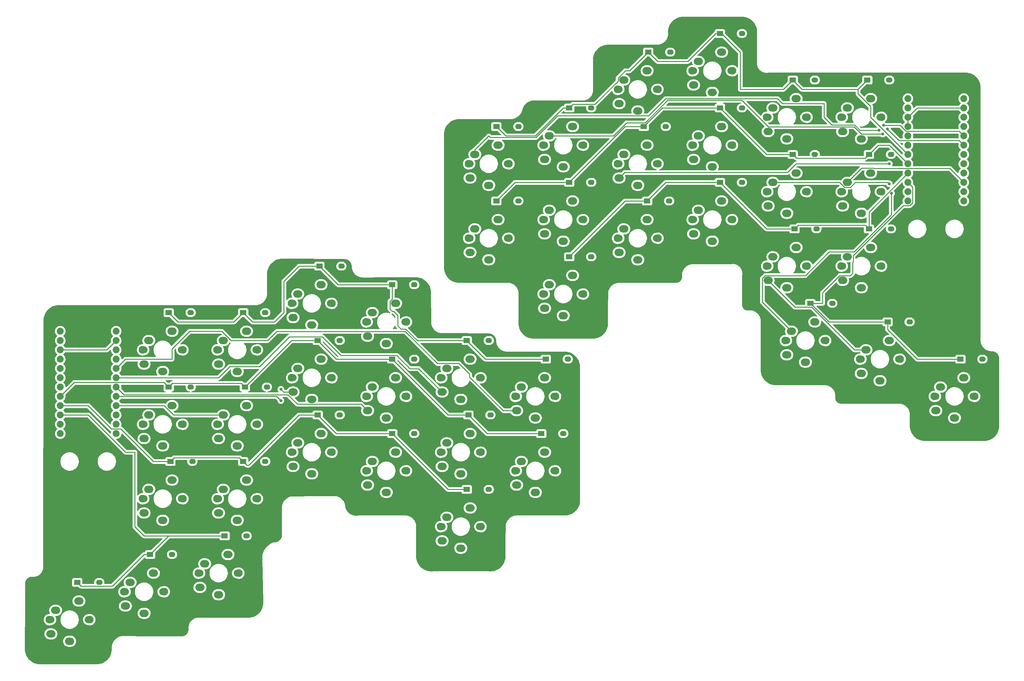
<source format=gbr>
%TF.GenerationSoftware,KiCad,Pcbnew,(6.0.2-0)*%
%TF.CreationDate,2022-03-13T16:27:42+11:00*%
%TF.ProjectId,Nydas,4e796461-732e-46b6-9963-61645f706362,rev?*%
%TF.SameCoordinates,Original*%
%TF.FileFunction,Copper,L2,Bot*%
%TF.FilePolarity,Positive*%
%FSLAX46Y46*%
G04 Gerber Fmt 4.6, Leading zero omitted, Abs format (unit mm)*
G04 Created by KiCad (PCBNEW (6.0.2-0)) date 2022-03-13 16:27:42*
%MOMM*%
%LPD*%
G01*
G04 APERTURE LIST*
%TA.AperFunction,ComponentPad*%
%ADD10O,2.500000X2.000000*%
%TD*%
%TA.AperFunction,WasherPad*%
%ADD11C,2.100000*%
%TD*%
%TA.AperFunction,WasherPad*%
%ADD12C,1.900000*%
%TD*%
%TA.AperFunction,ComponentPad*%
%ADD13R,1.778000X1.397000*%
%TD*%
%TA.AperFunction,ComponentPad*%
%ADD14O,1.778000X1.397000*%
%TD*%
%TA.AperFunction,ComponentPad*%
%ADD15C,1.879600*%
%TD*%
%TA.AperFunction,ViaPad*%
%ADD16C,0.800000*%
%TD*%
%TA.AperFunction,Conductor*%
%ADD17C,0.250000*%
%TD*%
G04 APERTURE END LIST*
D10*
%TO.P,SW21,2,2*%
%TO.N,Net-(SW21-Pad2)*%
X55880000Y-101600000D03*
X53340000Y-112580000D03*
%TO.P,SW21,1,1*%
%TO.N,col5_r*%
X48240000Y-110580000D03*
X49530000Y-104140000D03*
D11*
%TO.P,SW21,*%
%TO.N,*%
X47840000Y-106680000D03*
D12*
X48260000Y-106680000D03*
X58420000Y-106680000D03*
D11*
X58840000Y-106680000D03*
%TD*%
D13*
%TO.P,D21,1,K*%
%TO.N,row0_r*%
X54960000Y-96520000D03*
D14*
%TO.P,D21,2,A*%
%TO.N,Net-(SW21-Pad2)*%
X60960000Y-96520000D03*
%TD*%
D13*
%TO.P,D6,1,K*%
%TO.N,row0_l*%
X245460000Y-33020000D03*
D14*
%TO.P,D6,2,A*%
%TO.N,Net-(D6-Pad2)*%
X251460000Y-33020000D03*
%TD*%
D13*
%TO.P,D14,1,K*%
%TO.N,row2_l*%
X185420000Y-66040000D03*
D14*
%TO.P,D14,2,A*%
%TO.N,Net-(D14-Pad2)*%
X191420000Y-66040000D03*
%TD*%
D11*
%TO.P,SW8,*%
%TO.N,*%
X157060000Y-71120000D03*
D12*
X167640000Y-71120000D03*
D11*
X168060000Y-71120000D03*
D12*
X157480000Y-71120000D03*
D10*
%TO.P,SW8,1,1*%
%TO.N,col1_l*%
X157460000Y-75020000D03*
X158750000Y-68580000D03*
%TO.P,SW8,2,2*%
%TO.N,Net-(D8-Pad2)*%
X162560000Y-77020000D03*
X165100000Y-66040000D03*
%TD*%
D13*
%TO.P,D39,1,K*%
%TO.N,row3_r*%
X49880000Y-162560000D03*
D14*
%TO.P,D39,2,A*%
%TO.N,Net-(SW39-Pad2)*%
X55880000Y-162560000D03*
%TD*%
D11*
%TO.P,SW27,*%
%TO.N,*%
X58840000Y-127000000D03*
D12*
X58420000Y-127000000D03*
X48260000Y-127000000D03*
D11*
X47840000Y-127000000D03*
D10*
%TO.P,SW27,1,1*%
%TO.N,col5_r*%
X48240000Y-130900000D03*
X49530000Y-124460000D03*
%TO.P,SW27,2,2*%
%TO.N,Net-(SW27-Pad2)*%
X55880000Y-121920000D03*
X53340000Y-132900000D03*
%TD*%
D12*
%TO.P,SW6,*%
%TO.N,*%
X248920000Y-43180000D03*
D11*
X238340000Y-43180000D03*
D12*
X238760000Y-43180000D03*
D11*
X249340000Y-43180000D03*
D10*
%TO.P,SW6,1,1*%
%TO.N,col5_l*%
X240030000Y-40640000D03*
X238740000Y-47080000D03*
%TO.P,SW6,2,2*%
%TO.N,Net-(D6-Pad2)*%
X243840000Y-49080000D03*
X246380000Y-38100000D03*
%TD*%
D11*
%TO.P,SW30,*%
%TO.N,*%
X119800000Y-119380000D03*
X108800000Y-119380000D03*
D12*
X119380000Y-119380000D03*
X109220000Y-119380000D03*
D10*
%TO.P,SW30,1,1*%
%TO.N,col2_r*%
X110490000Y-116840000D03*
X109200000Y-123280000D03*
%TO.P,SW30,2,2*%
%TO.N,Net-(SW30-Pad2)*%
X114300000Y-125280000D03*
X116840000Y-114300000D03*
%TD*%
D13*
%TO.P,D37,1,K*%
%TO.N,row2_r*%
X136240000Y-144780000D03*
D14*
%TO.P,D37,2,A*%
%TO.N,Net-(SW37-Pad2)*%
X142240000Y-144780000D03*
%TD*%
D13*
%TO.P,D16,1,K*%
%TO.N,row2_l*%
X225600000Y-73660000D03*
D14*
%TO.P,D16,2,A*%
%TO.N,Net-(D16-Pad2)*%
X231600000Y-73660000D03*
%TD*%
D11*
%TO.P,SW38,*%
%TO.N,*%
X33440000Y-180340000D03*
D12*
X22860000Y-180340000D03*
X33020000Y-180340000D03*
D11*
X22440000Y-180340000D03*
D10*
%TO.P,SW38,1,1*%
%TO.N,col5_r*%
X22840000Y-184240000D03*
X24130000Y-177800000D03*
%TO.P,SW38,2,2*%
%TO.N,Net-(SW38-Pad2)*%
X30480000Y-175260000D03*
X27940000Y-186240000D03*
%TD*%
D13*
%TO.P,D33,1,K*%
%TO.N,row2_r*%
X55420000Y-137160000D03*
D14*
%TO.P,D33,2,A*%
%TO.N,Net-(SW33-Pad2)*%
X61420000Y-137160000D03*
%TD*%
D13*
%TO.P,D7,1,K*%
%TO.N,row1_l*%
X144320000Y-66040000D03*
D14*
%TO.P,D7,2,A*%
%TO.N,Net-(D7-Pad2)*%
X150320000Y-66040000D03*
%TD*%
D13*
%TO.P,D19,1,K*%
%TO.N,row3_l*%
X251000000Y-99060000D03*
D14*
%TO.P,D19,2,A*%
%TO.N,Net-(D19-Pad2)*%
X257000000Y-99060000D03*
%TD*%
D13*
%TO.P,D35,1,K*%
%TO.N,row2_r*%
X95600000Y-124460000D03*
D14*
%TO.P,D35,2,A*%
%TO.N,Net-(SW35-Pad2)*%
X101600000Y-124460000D03*
%TD*%
D11*
%TO.P,SW4,*%
%TO.N,*%
X197700000Y-30480000D03*
X208700000Y-30480000D03*
D12*
X208280000Y-30480000D03*
X198120000Y-30480000D03*
D10*
%TO.P,SW4,1,1*%
%TO.N,col3_l*%
X198100000Y-34380000D03*
X199390000Y-27940000D03*
%TO.P,SW4,2,2*%
%TO.N,Net-(D4-Pad2)*%
X205740000Y-25400000D03*
X203200000Y-36380000D03*
%TD*%
D13*
%TO.P,D24,1,K*%
%TO.N,row0_r*%
X115920000Y-88900000D03*
D14*
%TO.P,D24,2,A*%
%TO.N,Net-(SW24-Pad2)*%
X121920000Y-88900000D03*
%TD*%
D13*
%TO.P,D26,1,K*%
%TO.N,row0_r*%
X157785000Y-109220000D03*
D14*
%TO.P,D26,2,A*%
%TO.N,Net-(SW26-Pad2)*%
X163785000Y-109220000D03*
%TD*%
D13*
%TO.P,D1,1,K*%
%TO.N,row0_l*%
X144320000Y-45720000D03*
D14*
%TO.P,D1,2,A*%
%TO.N,Net-(D1-Pad2)*%
X150320000Y-45720000D03*
%TD*%
D11*
%TO.P,SW16,*%
%TO.N,*%
X229020000Y-83820000D03*
X218020000Y-83820000D03*
D12*
X218440000Y-83820000D03*
X228600000Y-83820000D03*
D10*
%TO.P,SW16,1,1*%
%TO.N,col4_l*%
X218420000Y-87720000D03*
X219710000Y-81280000D03*
%TO.P,SW16,2,2*%
%TO.N,Net-(D16-Pad2)*%
X223520000Y-89720000D03*
X226060000Y-78740000D03*
%TD*%
D11*
%TO.P,SW26,*%
%TO.N,*%
X149440000Y-119380000D03*
X160440000Y-119380000D03*
D12*
X149860000Y-119380000D03*
X160020000Y-119380000D03*
D10*
%TO.P,SW26,1,1*%
%TO.N,col0_r*%
X151130000Y-116840000D03*
X149840000Y-123280000D03*
%TO.P,SW26,2,2*%
%TO.N,Net-(SW26-Pad2)*%
X157480000Y-114300000D03*
X154940000Y-125280000D03*
%TD*%
D12*
%TO.P,SW14,*%
%TO.N,*%
X177800000Y-76200000D03*
D11*
X177380000Y-76200000D03*
D12*
X187960000Y-76200000D03*
D11*
X188380000Y-76200000D03*
D10*
%TO.P,SW14,1,1*%
%TO.N,col2_l*%
X179070000Y-73660000D03*
X177780000Y-80100000D03*
%TO.P,SW14,2,2*%
%TO.N,Net-(D14-Pad2)*%
X185420000Y-71120000D03*
X182880000Y-82100000D03*
%TD*%
D12*
%TO.P,SW9,*%
%TO.N,*%
X177800000Y-55880000D03*
D11*
X177380000Y-55880000D03*
X188380000Y-55880000D03*
D12*
X187960000Y-55880000D03*
D10*
%TO.P,SW9,1,1*%
%TO.N,col2_l*%
X179070000Y-53340000D03*
X177780000Y-59780000D03*
%TO.P,SW9,2,2*%
%TO.N,Net-(D9-Pad2)*%
X185420000Y-50800000D03*
X182880000Y-61780000D03*
%TD*%
D13*
%TO.P,D4,1,K*%
%TO.N,row0_l*%
X205280000Y-20320000D03*
D14*
%TO.P,D4,2,A*%
%TO.N,Net-(D4-Pad2)*%
X211280000Y-20320000D03*
%TD*%
D11*
%TO.P,SW12,*%
%TO.N,*%
X249340000Y-63500000D03*
X238340000Y-63500000D03*
D12*
X238760000Y-63500000D03*
X248920000Y-63500000D03*
D10*
%TO.P,SW12,1,1*%
%TO.N,col5_l*%
X238740000Y-67400000D03*
X240030000Y-60960000D03*
%TO.P,SW12,2,2*%
%TO.N,Net-(D12-Pad2)*%
X243840000Y-69400000D03*
X246380000Y-58420000D03*
%TD*%
D13*
%TO.P,D9,1,K*%
%TO.N,row1_l*%
X184500000Y-45720000D03*
D14*
%TO.P,D9,2,A*%
%TO.N,Net-(D9-Pad2)*%
X190500000Y-45720000D03*
%TD*%
D12*
%TO.P,SW39,*%
%TO.N,*%
X43180000Y-172720000D03*
D11*
X42760000Y-172720000D03*
X53760000Y-172720000D03*
D12*
X53340000Y-172720000D03*
D10*
%TO.P,SW39,1,1*%
%TO.N,col4_r*%
X44450000Y-170180000D03*
X43160000Y-176620000D03*
%TO.P,SW39,2,2*%
%TO.N,Net-(SW39-Pad2)*%
X50800000Y-167640000D03*
X48260000Y-178620000D03*
%TD*%
D12*
%TO.P,SW28,*%
%TO.N,*%
X68580000Y-127000000D03*
X78740000Y-127000000D03*
D11*
X79160000Y-127000000D03*
X68160000Y-127000000D03*
D10*
%TO.P,SW28,1,1*%
%TO.N,col4_r*%
X68560000Y-130900000D03*
X69850000Y-124460000D03*
%TO.P,SW28,2,2*%
%TO.N,Net-(SW28-Pad2)*%
X73660000Y-132900000D03*
X76200000Y-121920000D03*
%TD*%
D11*
%TO.P,SW37,*%
%TO.N,*%
X140120000Y-154940000D03*
X129120000Y-154940000D03*
D12*
X139700000Y-154940000D03*
X129540000Y-154940000D03*
D10*
%TO.P,SW37,1,1*%
%TO.N,col1_r*%
X129520000Y-158840000D03*
X130810000Y-152400000D03*
%TO.P,SW37,2,2*%
%TO.N,Net-(SW37-Pad2)*%
X137160000Y-149860000D03*
X134620000Y-160840000D03*
%TD*%
D15*
%TO.P,U2,1,TX*%
%TO.N,LED_r*%
X25400000Y-101600000D03*
%TO.P,U2,2,RX*%
%TO.N,data_r*%
X25400000Y-104140000D03*
%TO.P,U2,3,GND*%
%TO.N,GND*%
X25400000Y-106680000D03*
%TO.P,U2,4,GND*%
X25400000Y-109220000D03*
%TO.P,U2,5,SDA*%
%TO.N,SDA*%
X25400000Y-111760000D03*
%TO.P,U2,6,SCL*%
%TO.N,SCL*%
X25400000Y-114300000D03*
%TO.P,U2,7,D4*%
%TO.N,row0_r*%
X25400000Y-116840000D03*
%TO.P,U2,8,C6*%
%TO.N,row1_r*%
X25400000Y-119380000D03*
%TO.P,U2,9,D7*%
%TO.N,row2_r*%
X25400000Y-121920000D03*
%TO.P,U2,10,E6*%
%TO.N,row3_r*%
X25400000Y-124460000D03*
%TO.P,U2,11,B4*%
%TO.N,unconnected-(U2-Pad11)*%
X25400000Y-127000000D03*
%TO.P,U2,12,B5*%
%TO.N,unconnected-(U2-Pad12)*%
X25400000Y-129540000D03*
%TO.P,U2,13,B6*%
%TO.N,unconnected-(U2-Pad13)*%
X40640000Y-129540000D03*
%TO.P,U2,14,B2*%
%TO.N,unconnected-(U2-Pad14)*%
X40640000Y-127000000D03*
%TO.P,U2,15,B3*%
%TO.N,col5_r*%
X40640000Y-124460000D03*
%TO.P,U2,16,B1*%
%TO.N,col4_r*%
X40640000Y-121920000D03*
%TO.P,U2,17,F7*%
%TO.N,col3_r*%
X40640000Y-119380000D03*
%TO.P,U2,18,F6*%
%TO.N,col2_r*%
X40640000Y-116840000D03*
%TO.P,U2,19,F5*%
%TO.N,col1_r*%
X40640000Y-114300000D03*
%TO.P,U2,20,F4*%
%TO.N,col0_r*%
X40640000Y-111760000D03*
%TO.P,U2,21,VCC*%
%TO.N,VCC*%
X40640000Y-109220000D03*
%TO.P,U2,22,RST*%
%TO.N,reset_r*%
X40640000Y-106680000D03*
%TO.P,U2,23,GND*%
%TO.N,GND*%
X40640000Y-104140000D03*
%TO.P,U2,24,RAW*%
%TO.N,unconnected-(U2-Pad24)*%
X40640000Y-101600000D03*
%TD*%
D13*
%TO.P,D13,1,K*%
%TO.N,row2_l*%
X164180000Y-81280000D03*
D14*
%TO.P,D13,2,A*%
%TO.N,Net-(D13-Pad2)*%
X170180000Y-81280000D03*
%TD*%
D13*
%TO.P,D25,1,K*%
%TO.N,row0_r*%
X136240000Y-104140000D03*
D14*
%TO.P,D25,2,A*%
%TO.N,Net-(SW25-Pad2)*%
X142240000Y-104140000D03*
%TD*%
D13*
%TO.P,D17,1,K*%
%TO.N,row2_l*%
X245920000Y-73660000D03*
D14*
%TO.P,D17,2,A*%
%TO.N,Net-(D17-Pad2)*%
X251920000Y-73660000D03*
%TD*%
D13*
%TO.P,D5,1,K*%
%TO.N,row0_l*%
X225140000Y-33020000D03*
D14*
%TO.P,D5,2,A*%
%TO.N,Net-(D5-Pad2)*%
X231140000Y-33020000D03*
%TD*%
D11*
%TO.P,SW29,*%
%TO.N,*%
X88480000Y-114300000D03*
D12*
X99060000Y-114300000D03*
X88900000Y-114300000D03*
D11*
X99480000Y-114300000D03*
D10*
%TO.P,SW29,1,1*%
%TO.N,col3_r*%
X88880000Y-118200000D03*
X90170000Y-111760000D03*
%TO.P,SW29,2,2*%
%TO.N,Net-(SW29-Pad2)*%
X93980000Y-120200000D03*
X96520000Y-109220000D03*
%TD*%
D11*
%TO.P,SW10,*%
%TO.N,*%
X197700000Y-50800000D03*
D12*
X198120000Y-50800000D03*
X208280000Y-50800000D03*
D11*
X208700000Y-50800000D03*
D10*
%TO.P,SW10,1,1*%
%TO.N,col3_l*%
X199390000Y-48260000D03*
X198100000Y-54700000D03*
%TO.P,SW10,2,2*%
%TO.N,Net-(D10-Pad2)*%
X203200000Y-56700000D03*
X205740000Y-45720000D03*
%TD*%
D11*
%TO.P,SW40,*%
%TO.N,*%
X74080000Y-167640000D03*
D12*
X63500000Y-167640000D03*
X73660000Y-167640000D03*
D11*
X63080000Y-167640000D03*
D10*
%TO.P,SW40,1,1*%
%TO.N,col3_r*%
X63480000Y-171540000D03*
X64770000Y-165100000D03*
%TO.P,SW40,2,2*%
%TO.N,Net-(SW40-Pad2)*%
X71120000Y-162560000D03*
X68580000Y-173540000D03*
%TD*%
D12*
%TO.P,SW15,*%
%TO.N,*%
X208280000Y-71120000D03*
D11*
X197700000Y-71120000D03*
X208700000Y-71120000D03*
D12*
X198120000Y-71120000D03*
D10*
%TO.P,SW15,1,1*%
%TO.N,col3_l*%
X199390000Y-68580000D03*
X198100000Y-75020000D03*
%TO.P,SW15,2,2*%
%TO.N,Net-(D15-Pad2)*%
X205740000Y-66040000D03*
X203200000Y-77020000D03*
%TD*%
D13*
%TO.P,D31,1,K*%
%TO.N,row1_r*%
X136700000Y-124460000D03*
D14*
%TO.P,D31,2,A*%
%TO.N,Net-(SW31-Pad2)*%
X142700000Y-124460000D03*
%TD*%
D11*
%TO.P,SW3,*%
%TO.N,*%
X188380000Y-35560000D03*
D12*
X177800000Y-35560000D03*
X187960000Y-35560000D03*
D11*
X177380000Y-35560000D03*
D10*
%TO.P,SW3,1,1*%
%TO.N,col2_l*%
X177780000Y-39460000D03*
X179070000Y-33020000D03*
%TO.P,SW3,2,2*%
%TO.N,Net-(D3-Pad2)*%
X182880000Y-41460000D03*
X185420000Y-30480000D03*
%TD*%
D13*
%TO.P,D23,1,K*%
%TO.N,row0_r*%
X96060000Y-83820000D03*
D14*
%TO.P,D23,2,A*%
%TO.N,Net-(SW23-Pad2)*%
X102060000Y-83820000D03*
%TD*%
D12*
%TO.P,SW23,*%
%TO.N,*%
X99060000Y-93980000D03*
X88900000Y-93980000D03*
D11*
X88480000Y-93980000D03*
X99480000Y-93980000D03*
D10*
%TO.P,SW23,1,1*%
%TO.N,col3_r*%
X90170000Y-91440000D03*
X88880000Y-97880000D03*
%TO.P,SW23,2,2*%
%TO.N,Net-(SW23-Pad2)*%
X96520000Y-88900000D03*
X93980000Y-99880000D03*
%TD*%
D13*
%TO.P,D10,1,K*%
%TO.N,row1_l*%
X205280000Y-40640000D03*
D14*
%TO.P,D10,2,A*%
%TO.N,Net-(D10-Pad2)*%
X211280000Y-40640000D03*
%TD*%
D12*
%TO.P,SW5,*%
%TO.N,*%
X228600000Y-43180000D03*
X218440000Y-43180000D03*
D11*
X229020000Y-43180000D03*
X218020000Y-43180000D03*
D10*
%TO.P,SW5,1,1*%
%TO.N,col4_l*%
X219710000Y-40640000D03*
X218420000Y-47080000D03*
%TO.P,SW5,2,2*%
%TO.N,Net-(D5-Pad2)*%
X223520000Y-49080000D03*
X226060000Y-38100000D03*
%TD*%
D11*
%TO.P,SW2,*%
%TO.N,*%
X157060000Y-50800000D03*
D12*
X157480000Y-50800000D03*
X167640000Y-50800000D03*
D11*
X168060000Y-50800000D03*
D10*
%TO.P,SW2,1,1*%
%TO.N,col1_l*%
X158750000Y-48260000D03*
X157460000Y-54700000D03*
%TO.P,SW2,2,2*%
%TO.N,Net-(D2-Pad2)*%
X165100000Y-45720000D03*
X162560000Y-56700000D03*
%TD*%
D11*
%TO.P,SW25,*%
%TO.N,*%
X129120000Y-114300000D03*
D12*
X139700000Y-114300000D03*
D11*
X140120000Y-114300000D03*
D12*
X129540000Y-114300000D03*
D10*
%TO.P,SW25,1,1*%
%TO.N,col1_r*%
X129520000Y-118200000D03*
X130810000Y-111760000D03*
%TO.P,SW25,2,2*%
%TO.N,Net-(SW25-Pad2)*%
X137160000Y-109220000D03*
X134620000Y-120200000D03*
%TD*%
D11*
%TO.P,SW13,*%
%TO.N,*%
X168060000Y-91440000D03*
D12*
X167640000Y-91440000D03*
D11*
X157060000Y-91440000D03*
D12*
X157480000Y-91440000D03*
D10*
%TO.P,SW13,1,1*%
%TO.N,col1_l*%
X157460000Y-95340000D03*
X158750000Y-88900000D03*
%TO.P,SW13,2,2*%
%TO.N,Net-(D13-Pad2)*%
X165100000Y-86360000D03*
X162560000Y-97340000D03*
%TD*%
D13*
%TO.P,D2,1,K*%
%TO.N,row0_l*%
X164180000Y-40640000D03*
D14*
%TO.P,D2,2,A*%
%TO.N,Net-(D2-Pad2)*%
X170180000Y-40640000D03*
%TD*%
D13*
%TO.P,D40,1,K*%
%TO.N,row3_r*%
X70200000Y-157480000D03*
D14*
%TO.P,D40,2,A*%
%TO.N,Net-(SW40-Pad2)*%
X76200000Y-157480000D03*
%TD*%
D15*
%TO.P,U1,1,TX*%
%TO.N,LED_l*%
X256540000Y-38100000D03*
%TO.P,U1,2,RX*%
%TO.N,data_l*%
X256540000Y-40640000D03*
%TO.P,U1,3,GND*%
%TO.N,GND*%
X256540000Y-43180000D03*
%TO.P,U1,4,GND*%
X256540000Y-45720000D03*
%TO.P,U1,5,SDA*%
%TO.N,SDA*%
X256540000Y-48260000D03*
%TO.P,U1,6,SCL*%
%TO.N,SCL*%
X256540000Y-50800000D03*
%TO.P,U1,7,D4*%
%TO.N,row0_l*%
X256540000Y-53340000D03*
%TO.P,U1,8,C6*%
%TO.N,row1_l*%
X256540000Y-55880000D03*
%TO.P,U1,9,D7*%
%TO.N,row2_l*%
X256540000Y-58420000D03*
%TO.P,U1,10,E6*%
%TO.N,row3_l*%
X256540000Y-60960000D03*
%TO.P,U1,11,B4*%
%TO.N,unconnected-(U1-Pad11)*%
X256540000Y-63500000D03*
%TO.P,U1,12,B5*%
%TO.N,unconnected-(U1-Pad12)*%
X256540000Y-66040000D03*
%TO.P,U1,13,B6*%
%TO.N,unconnected-(U1-Pad13)*%
X271780000Y-66040000D03*
%TO.P,U1,14,B2*%
%TO.N,unconnected-(U1-Pad14)*%
X271780000Y-63500000D03*
%TO.P,U1,15,B3*%
%TO.N,col5_l*%
X271780000Y-60960000D03*
%TO.P,U1,16,B1*%
%TO.N,col4_l*%
X271780000Y-58420000D03*
%TO.P,U1,17,F7*%
%TO.N,col3_l*%
X271780000Y-55880000D03*
%TO.P,U1,18,F6*%
%TO.N,col2_l*%
X271780000Y-53340000D03*
%TO.P,U1,19,F5*%
%TO.N,col1_l*%
X271780000Y-50800000D03*
%TO.P,U1,20,F4*%
%TO.N,col0_l*%
X271780000Y-48260000D03*
%TO.P,U1,21,VCC*%
%TO.N,VCC*%
X271780000Y-45720000D03*
%TO.P,U1,22,RST*%
%TO.N,reset_l*%
X271780000Y-43180000D03*
%TO.P,U1,23,GND*%
%TO.N,GND*%
X271780000Y-40640000D03*
%TO.P,U1,24,RAW*%
%TO.N,unconnected-(U1-Pad24)*%
X271780000Y-38100000D03*
%TD*%
D13*
%TO.P,D18,1,K*%
%TO.N,row3_l*%
X229915000Y-93980000D03*
D14*
%TO.P,D18,2,A*%
%TO.N,Net-(D18-Pad2)*%
X235915000Y-93980000D03*
%TD*%
D12*
%TO.P,SW35,*%
%TO.N,*%
X88900000Y-134620000D03*
X99060000Y-134620000D03*
D11*
X88480000Y-134620000D03*
X99480000Y-134620000D03*
D10*
%TO.P,SW35,1,1*%
%TO.N,col3_r*%
X90170000Y-132080000D03*
X88880000Y-138520000D03*
%TO.P,SW35,2,2*%
%TO.N,Net-(SW35-Pad2)*%
X96520000Y-129540000D03*
X93980000Y-140520000D03*
%TD*%
D13*
%TO.P,D8,1,K*%
%TO.N,row1_l*%
X164180000Y-60960000D03*
D14*
%TO.P,D8,2,A*%
%TO.N,Net-(D8-Pad2)*%
X170180000Y-60960000D03*
%TD*%
D13*
%TO.P,D28,1,K*%
%TO.N,row1_r*%
X75740000Y-116840000D03*
D14*
%TO.P,D28,2,A*%
%TO.N,Net-(SW28-Pad2)*%
X81740000Y-116840000D03*
%TD*%
D12*
%TO.P,SW34,*%
%TO.N,*%
X78740000Y-147320000D03*
D11*
X79160000Y-147320000D03*
D12*
X68580000Y-147320000D03*
D11*
X68160000Y-147320000D03*
D10*
%TO.P,SW34,1,1*%
%TO.N,col4_r*%
X69850000Y-144780000D03*
X68560000Y-151220000D03*
%TO.P,SW34,2,2*%
%TO.N,Net-(SW34-Pad2)*%
X73660000Y-153220000D03*
X76200000Y-142240000D03*
%TD*%
D12*
%TO.P,SW24,*%
%TO.N,*%
X119380000Y-99060000D03*
D11*
X108800000Y-99060000D03*
X119800000Y-99060000D03*
D12*
X109220000Y-99060000D03*
D10*
%TO.P,SW24,1,1*%
%TO.N,col2_r*%
X110490000Y-96520000D03*
X109200000Y-102960000D03*
%TO.P,SW24,2,2*%
%TO.N,Net-(SW24-Pad2)*%
X114300000Y-104960000D03*
X116840000Y-93980000D03*
%TD*%
D11*
%TO.P,SW20,*%
%TO.N,*%
X263740000Y-119380000D03*
D12*
X274320000Y-119380000D03*
X264160000Y-119380000D03*
D11*
X274740000Y-119380000D03*
D10*
%TO.P,SW20,1,1*%
%TO.N,col5_l*%
X265430000Y-116840000D03*
X264140000Y-123280000D03*
%TO.P,SW20,2,2*%
%TO.N,Net-(D20-Pad2)*%
X271780000Y-114300000D03*
X269240000Y-125280000D03*
%TD*%
D13*
%TO.P,D12,1,K*%
%TO.N,row1_l*%
X245920000Y-53340000D03*
D14*
%TO.P,D12,2,A*%
%TO.N,Net-(D12-Pad2)*%
X251920000Y-53340000D03*
%TD*%
D13*
%TO.P,D3,1,K*%
%TO.N,row0_l*%
X185725000Y-25400000D03*
D14*
%TO.P,D3,2,A*%
%TO.N,Net-(D3-Pad2)*%
X191725000Y-25400000D03*
%TD*%
D11*
%TO.P,SW22,*%
%TO.N,*%
X68160000Y-106680000D03*
D12*
X68580000Y-106680000D03*
D11*
X79160000Y-106680000D03*
D12*
X78740000Y-106680000D03*
D10*
%TO.P,SW22,1,1*%
%TO.N,col4_r*%
X69850000Y-104140000D03*
X68560000Y-110580000D03*
%TO.P,SW22,2,2*%
%TO.N,Net-(SW22-Pad2)*%
X73660000Y-112580000D03*
X76200000Y-101600000D03*
%TD*%
D13*
%TO.P,D32,1,K*%
%TO.N,row1_r*%
X156560000Y-129540000D03*
D14*
%TO.P,D32,2,A*%
%TO.N,Net-(SW32-Pad2)*%
X162560000Y-129540000D03*
%TD*%
D11*
%TO.P,SW17,*%
%TO.N,*%
X249340000Y-83820000D03*
X238340000Y-83820000D03*
D12*
X238760000Y-83820000D03*
X248920000Y-83820000D03*
D10*
%TO.P,SW17,1,1*%
%TO.N,col5_l*%
X240030000Y-81280000D03*
X238740000Y-87720000D03*
%TO.P,SW17,2,2*%
%TO.N,Net-(D17-Pad2)*%
X243840000Y-89720000D03*
X246380000Y-78740000D03*
%TD*%
D12*
%TO.P,SW19,*%
%TO.N,*%
X254000000Y-109220000D03*
D11*
X243420000Y-109220000D03*
X254420000Y-109220000D03*
D12*
X243840000Y-109220000D03*
D10*
%TO.P,SW19,1,1*%
%TO.N,col4_l*%
X243820000Y-113120000D03*
X245110000Y-106680000D03*
%TO.P,SW19,2,2*%
%TO.N,Net-(D19-Pad2)*%
X251460000Y-104140000D03*
X248920000Y-115120000D03*
%TD*%
D13*
%TO.P,D38,1,K*%
%TO.N,row3_r*%
X30020000Y-170180000D03*
D14*
%TO.P,D38,2,A*%
%TO.N,Net-(SW38-Pad2)*%
X36020000Y-170180000D03*
%TD*%
D13*
%TO.P,D20,1,K*%
%TO.N,row3_l*%
X270860000Y-109220000D03*
D14*
%TO.P,D20,2,A*%
%TO.N,Net-(D20-Pad2)*%
X276860000Y-109220000D03*
%TD*%
D12*
%TO.P,SW33,*%
%TO.N,*%
X58420000Y-147320000D03*
X48260000Y-147320000D03*
D11*
X58840000Y-147320000D03*
X47840000Y-147320000D03*
D10*
%TO.P,SW33,1,1*%
%TO.N,col5_r*%
X49530000Y-144780000D03*
X48240000Y-151220000D03*
%TO.P,SW33,2,2*%
%TO.N,Net-(SW33-Pad2)*%
X55880000Y-142240000D03*
X53340000Y-153220000D03*
%TD*%
D13*
%TO.P,D27,1,K*%
%TO.N,row1_r*%
X54960000Y-116840000D03*
D14*
%TO.P,D27,2,A*%
%TO.N,Net-(SW27-Pad2)*%
X60960000Y-116840000D03*
%TD*%
D13*
%TO.P,D11,1,K*%
%TO.N,row1_l*%
X225140000Y-53340000D03*
D14*
%TO.P,D11,2,A*%
%TO.N,Net-(D11-Pad2)*%
X231140000Y-53340000D03*
%TD*%
D13*
%TO.P,D15,1,K*%
%TO.N,row2_l*%
X205280000Y-60960000D03*
D14*
%TO.P,D15,2,A*%
%TO.N,Net-(D15-Pad2)*%
X211280000Y-60960000D03*
%TD*%
D13*
%TO.P,D22,1,K*%
%TO.N,row0_r*%
X75280000Y-96520000D03*
D14*
%TO.P,D22,2,A*%
%TO.N,Net-(SW22-Pad2)*%
X81280000Y-96520000D03*
%TD*%
D12*
%TO.P,SW7,*%
%TO.N,*%
X147320000Y-76200000D03*
D11*
X136740000Y-76200000D03*
D12*
X137160000Y-76200000D03*
D11*
X147740000Y-76200000D03*
D10*
%TO.P,SW7,1,1*%
%TO.N,col0_l*%
X137140000Y-80100000D03*
X138430000Y-73660000D03*
%TO.P,SW7,2,2*%
%TO.N,Net-(D7-Pad2)*%
X144780000Y-71120000D03*
X142240000Y-82100000D03*
%TD*%
D12*
%TO.P,SW11,*%
%TO.N,*%
X228600000Y-63500000D03*
D11*
X218020000Y-63500000D03*
D12*
X218440000Y-63500000D03*
D11*
X229020000Y-63500000D03*
D10*
%TO.P,SW11,1,1*%
%TO.N,col4_l*%
X219710000Y-60960000D03*
X218420000Y-67400000D03*
%TO.P,SW11,2,2*%
%TO.N,Net-(D11-Pad2)*%
X223520000Y-69400000D03*
X226060000Y-58420000D03*
%TD*%
D11*
%TO.P,SW36,*%
%TO.N,*%
X119800000Y-139700000D03*
D12*
X119380000Y-139700000D03*
X109220000Y-139700000D03*
D11*
X108800000Y-139700000D03*
D10*
%TO.P,SW36,1,1*%
%TO.N,col2_r*%
X110490000Y-137160000D03*
X109200000Y-143600000D03*
%TO.P,SW36,2,2*%
%TO.N,Net-(SW36-Pad2)*%
X116840000Y-134620000D03*
X114300000Y-145600000D03*
%TD*%
D12*
%TO.P,SW31,*%
%TO.N,*%
X139700000Y-134620000D03*
D11*
X129120000Y-134620000D03*
D12*
X129540000Y-134620000D03*
D11*
X140120000Y-134620000D03*
D10*
%TO.P,SW31,1,1*%
%TO.N,col1_r*%
X129520000Y-138520000D03*
X130810000Y-132080000D03*
%TO.P,SW31,2,2*%
%TO.N,Net-(SW31-Pad2)*%
X134620000Y-140520000D03*
X137160000Y-129540000D03*
%TD*%
D13*
%TO.P,D36,1,K*%
%TO.N,row2_r*%
X115920000Y-129540000D03*
D14*
%TO.P,D36,2,A*%
%TO.N,Net-(SW36-Pad2)*%
X121920000Y-129540000D03*
%TD*%
D13*
%TO.P,D34,1,K*%
%TO.N,row2_r*%
X75280000Y-137160000D03*
D14*
%TO.P,D34,2,A*%
%TO.N,Net-(SW34-Pad2)*%
X81280000Y-137160000D03*
%TD*%
D13*
%TO.P,D29,1,K*%
%TO.N,row1_r*%
X95600000Y-104140000D03*
D14*
%TO.P,D29,2,A*%
%TO.N,Net-(SW29-Pad2)*%
X101600000Y-104140000D03*
%TD*%
D12*
%TO.P,SW32,*%
%TO.N,*%
X149860000Y-139700000D03*
X160020000Y-139700000D03*
D11*
X149440000Y-139700000D03*
X160440000Y-139700000D03*
D10*
%TO.P,SW32,1,1*%
%TO.N,col0_r*%
X149840000Y-143600000D03*
X151130000Y-137160000D03*
%TO.P,SW32,2,2*%
%TO.N,Net-(SW32-Pad2)*%
X154940000Y-145600000D03*
X157480000Y-134620000D03*
%TD*%
D12*
%TO.P,SW18,*%
%TO.N,*%
X223520000Y-104140000D03*
X233680000Y-104140000D03*
D11*
X223100000Y-104140000D03*
X234100000Y-104140000D03*
D10*
%TO.P,SW18,1,1*%
%TO.N,col3_l*%
X223500000Y-108040000D03*
X224790000Y-101600000D03*
%TO.P,SW18,2,2*%
%TO.N,Net-(D18-Pad2)*%
X231140000Y-99060000D03*
X228600000Y-110040000D03*
%TD*%
D13*
%TO.P,D30,1,K*%
%TO.N,row1_r*%
X115920000Y-109220000D03*
D14*
%TO.P,D30,2,A*%
%TO.N,Net-(SW30-Pad2)*%
X121920000Y-109220000D03*
%TD*%
D11*
%TO.P,SW1,*%
%TO.N,*%
X136740000Y-55880000D03*
D12*
X137160000Y-55880000D03*
X147320000Y-55880000D03*
D11*
X147740000Y-55880000D03*
D10*
%TO.P,SW1,1,1*%
%TO.N,col0_l*%
X137140000Y-59780000D03*
X138430000Y-53340000D03*
%TO.P,SW1,2,2*%
%TO.N,Net-(D1-Pad2)*%
X144780000Y-50800000D03*
X142240000Y-61780000D03*
%TD*%
D16*
%TO.N,col0_l*%
X248617456Y-46697840D03*
X249901412Y-45413884D03*
%TO.N,col1_l*%
X250962072Y-46418719D03*
X249678116Y-47758499D03*
%TO.N,col2_l*%
X251460000Y-55880000D03*
%TO.N,col3_l*%
X252035931Y-63948669D03*
%TO.N,col4_l*%
X251432231Y-61350769D03*
%TO.N,col3_r*%
X85549240Y-117467136D03*
X85549240Y-120531270D03*
%TD*%
D17*
%TO.N,col0_r*%
X149840000Y-123280000D02*
X146188305Y-123280000D01*
X146188305Y-123280000D02*
X136994521Y-114086216D01*
X136994521Y-114086216D02*
X136994521Y-113316440D01*
X128215480Y-110435480D02*
X119415480Y-101635480D01*
X134113561Y-110435480D02*
X128215480Y-110435480D01*
X136994521Y-113316440D02*
X134113561Y-110435480D01*
X119415480Y-101635480D02*
X84420237Y-101635480D01*
X84420237Y-101635480D02*
X81915717Y-104140000D01*
X81915717Y-104140000D02*
X71973154Y-104140000D01*
X71973154Y-104140000D02*
X69433154Y-101600000D01*
X69433154Y-101600000D02*
X60669231Y-101600000D01*
X60669231Y-101600000D02*
X55880000Y-106389231D01*
X55880000Y-106389231D02*
X55880000Y-109220000D01*
X55880000Y-109220000D02*
X43180000Y-109220000D01*
X43180000Y-109220000D02*
X40640000Y-111760000D01*
%TO.N,row0_r*%
X136240000Y-104140000D02*
X122728265Y-104140000D01*
X119563049Y-100974784D02*
X118271035Y-100974784D01*
X117401562Y-100105311D02*
X117401562Y-97259762D01*
X117401562Y-97259762D02*
X116294960Y-96153160D01*
X122728265Y-104140000D02*
X119563049Y-100974784D01*
X115920000Y-92776846D02*
X115920000Y-88900000D01*
X118271035Y-100974784D02*
X117401562Y-100105311D01*
X116294960Y-96153160D02*
X115899744Y-96153160D01*
X115899744Y-96153160D02*
X115265480Y-95518896D01*
X115265480Y-95518896D02*
X115265480Y-93431366D01*
X115265480Y-93431366D02*
X115920000Y-92776846D01*
%TO.N,row0_l*%
X245460000Y-33020000D02*
X242920000Y-35560000D01*
X222600000Y-35560000D02*
X210820000Y-35560000D01*
X246380000Y-40223154D02*
X246380000Y-43180000D01*
X210820000Y-25400000D02*
X205740000Y-20320000D01*
X242920000Y-35560000D02*
X242920000Y-36763154D01*
X162560000Y-40640000D02*
X154940000Y-48260000D01*
X177495480Y-32471366D02*
X177495480Y-33324520D01*
X242920000Y-35560000D02*
X227680000Y-35560000D01*
X225140000Y-33020000D02*
X222600000Y-35560000D01*
X204141000Y-20320000D02*
X196521000Y-27940000D01*
X227680000Y-35560000D02*
X225140000Y-33020000D01*
X196521000Y-27940000D02*
X188265000Y-27940000D01*
X146860000Y-48260000D02*
X144320000Y-45720000D01*
X188265000Y-27940000D02*
X185725000Y-25400000D01*
X179486366Y-30480480D02*
X177495480Y-32471366D01*
X242920000Y-36763154D02*
X246380000Y-40223154D01*
X171203020Y-39616980D02*
X165203020Y-39616980D01*
X246380000Y-43180000D02*
X256540000Y-53340000D01*
X205740000Y-20320000D02*
X205280000Y-20320000D01*
X210820000Y-35560000D02*
X210820000Y-25400000D01*
X185725000Y-25400000D02*
X180644520Y-30480480D01*
X165203020Y-39616980D02*
X164180000Y-40640000D01*
X154940000Y-48260000D02*
X146860000Y-48260000D01*
X180644520Y-30480480D02*
X179486366Y-30480480D01*
X205280000Y-20320000D02*
X204141000Y-20320000D01*
X164180000Y-40640000D02*
X162560000Y-40640000D01*
X177495480Y-33324520D02*
X171203020Y-39616980D01*
%TO.N,row1_l*%
X189580000Y-40640000D02*
X184500000Y-45720000D01*
X144320000Y-66040000D02*
X149400000Y-60960000D01*
X256540000Y-55880000D02*
X251460000Y-50800000D01*
X251460000Y-50800000D02*
X248460000Y-50800000D01*
X217980000Y-53340000D02*
X225140000Y-53340000D01*
X248460000Y-50800000D02*
X245920000Y-53340000D01*
X205280000Y-40640000D02*
X189580000Y-40640000D01*
X205280000Y-40640000D02*
X217980000Y-53340000D01*
X149400000Y-60960000D02*
X164180000Y-60960000D01*
X164180000Y-60960000D02*
X179420000Y-45720000D01*
X244896980Y-54363020D02*
X245920000Y-53340000D01*
X226163020Y-54363020D02*
X244896980Y-54363020D01*
X179420000Y-45720000D02*
X184500000Y-45720000D01*
X225140000Y-53340000D02*
X226163020Y-54363020D01*
%TO.N,row2_l*%
X205280000Y-60960000D02*
X190500000Y-60960000D01*
X217980000Y-73660000D02*
X205280000Y-60960000D01*
X225600000Y-73660000D02*
X217980000Y-73660000D01*
X226623020Y-72636980D02*
X225600000Y-73660000D01*
X245920000Y-73660000D02*
X245920000Y-69040000D01*
X185420000Y-66040000D02*
X179420000Y-66040000D01*
X190500000Y-60960000D02*
X185420000Y-66040000D01*
X245920000Y-69040000D02*
X256540000Y-58420000D01*
X244896980Y-72636980D02*
X226623020Y-72636980D01*
X179420000Y-66040000D02*
X164180000Y-81280000D01*
X245920000Y-73660000D02*
X244896980Y-72636980D01*
%TO.N,row3_l*%
X251000000Y-101140000D02*
X251000000Y-99060000D01*
X233275868Y-93980000D02*
X233275868Y-91060978D01*
X259080000Y-109220000D02*
X251000000Y-101140000D01*
X251000000Y-99060000D02*
X234995000Y-99060000D01*
X240860388Y-86395480D02*
X241465479Y-85790389D01*
X233275868Y-91060978D02*
X237941366Y-86395480D01*
X241465479Y-85790389D02*
X241465479Y-82836440D01*
X241604520Y-82697399D02*
X241604520Y-80975480D01*
X257804311Y-62224311D02*
X256540000Y-60960000D01*
X237941366Y-86395480D02*
X240860388Y-86395480D01*
X234995000Y-99060000D02*
X229915000Y-93980000D01*
X241604520Y-80975480D02*
X255275689Y-67304311D01*
X257804311Y-66563696D02*
X257804311Y-62224311D01*
X255275689Y-67304311D02*
X257063696Y-67304311D01*
X229915000Y-93980000D02*
X233275868Y-93980000D01*
X270860000Y-109220000D02*
X259080000Y-109220000D01*
X257063696Y-67304311D02*
X257804311Y-66563696D01*
X241465479Y-82836440D02*
X241604520Y-82697399D01*
%TO.N,col0_l*%
X185815480Y-42784520D02*
X190500000Y-38100000D01*
X249901412Y-45413884D02*
X254445877Y-45413884D01*
X161051198Y-42784520D02*
X185815480Y-42784520D01*
X242026198Y-45305960D02*
X243418078Y-46697840D01*
X222304520Y-39424520D02*
X233680000Y-39424520D01*
X270504311Y-46984311D02*
X271780000Y-48260000D01*
X155126198Y-48709520D02*
X161051198Y-42784520D01*
X235805960Y-45305960D02*
X242026198Y-45305960D01*
X142689520Y-48709520D02*
X155126198Y-48709520D01*
X220980000Y-38100000D02*
X222304520Y-39424520D01*
X243418078Y-46697840D02*
X248617456Y-46697840D01*
X256016304Y-46984311D02*
X270504311Y-46984311D01*
X190500000Y-38100000D02*
X220980000Y-38100000D01*
X138430000Y-52070000D02*
X142240000Y-48260000D01*
X142240000Y-48260000D02*
X142689520Y-48709520D01*
X254445877Y-45413884D02*
X256016304Y-46984311D01*
X138430000Y-53340000D02*
X138430000Y-52070000D01*
X233680000Y-39424520D02*
X233680000Y-43180000D01*
X233680000Y-43180000D02*
X235805960Y-45305960D01*
%TO.N,col1_l*%
X243840000Y-47755480D02*
X249675097Y-47755480D01*
X176244282Y-48260000D02*
X179807293Y-44696989D01*
X184887293Y-44696989D02*
X191034763Y-38549520D01*
X218475480Y-45755480D02*
X241840000Y-45755480D01*
X250962072Y-46418719D02*
X254079042Y-49535689D01*
X158750000Y-48260000D02*
X176244282Y-48260000D01*
X211269520Y-38549520D02*
X218475480Y-45755480D01*
X191034763Y-38549520D02*
X211269520Y-38549520D01*
X270515689Y-49535689D02*
X271780000Y-50800000D01*
X249675097Y-47755480D02*
X249678116Y-47758499D01*
X254079042Y-49535689D02*
X270515689Y-49535689D01*
X179807293Y-44696989D02*
X184887293Y-44696989D01*
X241840000Y-45755480D02*
X243840000Y-47755480D01*
%TO.N,col2_l*%
X179305479Y-58254521D02*
X223685479Y-58254521D01*
X223685479Y-58254521D02*
X226060000Y-55880000D01*
X226060000Y-55880000D02*
X251460000Y-55880000D01*
X177780000Y-59780000D02*
X179305479Y-58254521D01*
%TO.N,col3_l*%
X241861042Y-79955480D02*
X235004520Y-79955480D01*
X228564520Y-86395480D02*
X217621366Y-86395480D01*
X216845480Y-93655480D02*
X224790000Y-101600000D01*
X252035931Y-63948669D02*
X252035931Y-69780591D01*
X235004520Y-79955480D02*
X228564520Y-86395480D01*
X216845480Y-87171366D02*
X216845480Y-93655480D01*
X252035931Y-69780591D02*
X241861042Y-79955480D01*
X217621366Y-86395480D02*
X216845480Y-87171366D01*
%TO.N,col4_l*%
X219710000Y-60960000D02*
X237906846Y-60960000D01*
X230302293Y-95003011D02*
X241979282Y-106680000D01*
X225703011Y-95003011D02*
X230302293Y-95003011D01*
X237906846Y-60960000D02*
X239231366Y-62284520D01*
X242153154Y-60960000D02*
X251041462Y-60960000D01*
X251041462Y-60960000D02*
X251432231Y-61350769D01*
X218420000Y-87720000D02*
X225703011Y-95003011D01*
X240828634Y-62284520D02*
X242153154Y-60960000D01*
X241979282Y-106680000D02*
X245110000Y-106680000D01*
X239231366Y-62284520D02*
X240828634Y-62284520D01*
%TO.N,col5_l*%
X243894520Y-57095480D02*
X240030000Y-60960000D01*
X271780000Y-60960000D02*
X267975689Y-57155689D01*
X247178634Y-57095480D02*
X243894520Y-57095480D01*
X267975689Y-57155689D02*
X247238843Y-57155689D01*
X247238843Y-57155689D02*
X247178634Y-57095480D01*
%TO.N,GND*%
X256540000Y-43180000D02*
X256540000Y-45720000D01*
X25400000Y-106680000D02*
X38100000Y-106680000D01*
X271780000Y-40640000D02*
X259080000Y-40640000D01*
X259080000Y-40640000D02*
X256540000Y-43180000D01*
X38100000Y-106680000D02*
X40640000Y-104140000D01*
%TO.N,row0_r*%
X57500000Y-99060000D02*
X54960000Y-96520000D01*
X157785000Y-109220000D02*
X141320000Y-109220000D01*
X75280000Y-96520000D02*
X72740000Y-99060000D01*
X115920000Y-88900000D02*
X101140000Y-88900000D01*
X96060000Y-83820000D02*
X90520000Y-83820000D01*
X86360000Y-87980000D02*
X86360000Y-96520000D01*
X90520000Y-83820000D02*
X86360000Y-87980000D01*
X141320000Y-109220000D02*
X136240000Y-104140000D01*
X72740000Y-99060000D02*
X57500000Y-99060000D01*
X77820000Y-99060000D02*
X75280000Y-96520000D01*
X83820000Y-99060000D02*
X77820000Y-99060000D01*
X86360000Y-96520000D02*
X83820000Y-99060000D01*
X101140000Y-88900000D02*
X96060000Y-83820000D01*
%TO.N,row1_r*%
X136700000Y-124460000D02*
X131160000Y-124460000D01*
X88440000Y-104140000D02*
X95600000Y-104140000D01*
X75740000Y-116840000D02*
X74716980Y-115816980D01*
X156560000Y-129540000D02*
X141780000Y-129540000D01*
X53695689Y-115575689D02*
X29204311Y-115575689D01*
X131160000Y-124460000D02*
X115920000Y-109220000D01*
X55983020Y-115816980D02*
X54960000Y-116840000D01*
X100680000Y-109220000D02*
X95600000Y-104140000D01*
X74716980Y-115816980D02*
X55983020Y-115816980D01*
X141780000Y-129540000D02*
X136700000Y-124460000D01*
X115920000Y-109220000D02*
X100680000Y-109220000D01*
X75740000Y-116840000D02*
X88440000Y-104140000D01*
X54960000Y-116840000D02*
X53695689Y-115575689D01*
X29204311Y-115575689D02*
X25400000Y-119380000D01*
%TO.N,row2_r*%
X50800000Y-137160000D02*
X41904311Y-128264311D01*
X41904311Y-128264311D02*
X39364311Y-128264311D01*
X74256980Y-136136980D02*
X56443020Y-136136980D01*
X56443020Y-136136980D02*
X55420000Y-137160000D01*
X76796980Y-138183020D02*
X90520000Y-124460000D01*
X100680000Y-129540000D02*
X115920000Y-129540000D01*
X95600000Y-124460000D02*
X100680000Y-129540000D01*
X75280000Y-137160000D02*
X76303020Y-138183020D01*
X76303020Y-138183020D02*
X76796980Y-138183020D01*
X39364311Y-128264311D02*
X33020000Y-121920000D01*
X75280000Y-137160000D02*
X74256980Y-136136980D01*
X33020000Y-121920000D02*
X25400000Y-121920000D01*
X131160000Y-144780000D02*
X136240000Y-144780000D01*
X55420000Y-137160000D02*
X50800000Y-137160000D01*
X95600000Y-124460000D02*
X90520000Y-124460000D01*
X115920000Y-129540000D02*
X131160000Y-144780000D01*
%TO.N,row3_r*%
X43180000Y-134620000D02*
X45720000Y-134620000D01*
X54960000Y-157480000D02*
X60960000Y-157480000D01*
X45720000Y-134620000D02*
X45720000Y-154940000D01*
X45720000Y-154940000D02*
X48260000Y-157480000D01*
X31043020Y-171203020D02*
X39616980Y-171203020D01*
X39616980Y-171203020D02*
X48260000Y-162560000D01*
X60960000Y-157480000D02*
X70200000Y-157480000D01*
X25400000Y-124460000D02*
X33020000Y-124460000D01*
X48260000Y-157480000D02*
X60960000Y-157480000D01*
X30020000Y-170180000D02*
X31043020Y-171203020D01*
X48260000Y-162560000D02*
X49880000Y-162560000D01*
X49880000Y-162560000D02*
X54960000Y-157480000D01*
X33020000Y-124460000D02*
X43180000Y-134620000D01*
%TO.N,col4_r*%
X53756846Y-121920000D02*
X56296846Y-124460000D01*
X40640000Y-121920000D02*
X53756846Y-121920000D01*
X56296846Y-124460000D02*
X69850000Y-124460000D01*
%TO.N,col3_r*%
X85549240Y-120531270D02*
X84397970Y-119380000D01*
X86282104Y-118200000D02*
X85549240Y-117467136D01*
X88880000Y-118200000D02*
X86282104Y-118200000D01*
X84397970Y-119380000D02*
X40640000Y-119380000D01*
%TO.N,col2_r*%
X42730480Y-118930480D02*
X40640000Y-116840000D01*
X107444520Y-121524520D02*
X90081366Y-121524520D01*
X87487326Y-118930480D02*
X42730480Y-118930480D01*
X90081366Y-121524520D02*
X87487326Y-118930480D01*
X109200000Y-123280000D02*
X107444520Y-121524520D01*
%TO.N,col1_r*%
X87876989Y-103116989D02*
X79738498Y-111255480D01*
X123133520Y-111813520D02*
X120750042Y-111813520D01*
X79738498Y-111255480D02*
X71624520Y-111255480D01*
X71624520Y-111255480D02*
X68580000Y-114300000D01*
X68580000Y-114300000D02*
X40640000Y-114300000D01*
X96813511Y-103116989D02*
X87876989Y-103116989D01*
X129520000Y-118200000D02*
X123133520Y-111813520D01*
X101893511Y-108196989D02*
X96813511Y-103116989D01*
X117133511Y-108196989D02*
X101893511Y-108196989D01*
X120750042Y-111813520D02*
X117133511Y-108196989D01*
%TD*%
%TA.AperFunction,NonConductor*%
G36*
X204385569Y-39203022D02*
G01*
X204432062Y-39256678D01*
X204442166Y-39326952D01*
X204412672Y-39391532D01*
X204352946Y-39429916D01*
X204331057Y-39434283D01*
X204280684Y-39439755D01*
X204144295Y-39490885D01*
X204027739Y-39578239D01*
X203940385Y-39694795D01*
X203889255Y-39831184D01*
X203882500Y-39893366D01*
X203880926Y-39893195D01*
X203859374Y-39954228D01*
X203803294Y-39997765D01*
X203757197Y-40006500D01*
X190777878Y-40006500D01*
X190709757Y-39986498D01*
X190663264Y-39932842D01*
X190653160Y-39862568D01*
X190682654Y-39797988D01*
X190688783Y-39791405D01*
X191260263Y-39219925D01*
X191322575Y-39185899D01*
X191349358Y-39183020D01*
X204317448Y-39183020D01*
X204385569Y-39203022D01*
G37*
%TD.AperFunction*%
%TA.AperFunction,NonConductor*%
G36*
X204053557Y-21407513D02*
G01*
X204085089Y-21424742D01*
X204144295Y-21469115D01*
X204280684Y-21520245D01*
X204342866Y-21527000D01*
X205998906Y-21527000D01*
X206067027Y-21547002D01*
X206088001Y-21563905D01*
X210149595Y-25625500D01*
X210183621Y-25687812D01*
X210186500Y-25714595D01*
X210186500Y-29479199D01*
X210166498Y-29547320D01*
X210112842Y-29593813D01*
X210042568Y-29603917D01*
X209977988Y-29574423D01*
X209964689Y-29561030D01*
X209808641Y-29378323D01*
X209805433Y-29374567D01*
X209696101Y-29281188D01*
X209622663Y-29218465D01*
X209622660Y-29218463D01*
X209618896Y-29215248D01*
X209614673Y-29212660D01*
X209614670Y-29212658D01*
X209509953Y-29148488D01*
X209409732Y-29087073D01*
X209233653Y-29014138D01*
X209187665Y-28995089D01*
X209187663Y-28995088D01*
X209183092Y-28993195D01*
X209092726Y-28971500D01*
X208949370Y-28937083D01*
X208949364Y-28937082D01*
X208944557Y-28935928D01*
X208700000Y-28916681D01*
X208455443Y-28935928D01*
X208450636Y-28937082D01*
X208450630Y-28937083D01*
X208258395Y-28983235D01*
X208216908Y-28993195D01*
X208212341Y-28995087D01*
X208212334Y-28995089D01*
X208150963Y-29020510D01*
X208121803Y-29028652D01*
X208094310Y-29032859D01*
X207945951Y-29055560D01*
X207945946Y-29055561D01*
X207940837Y-29056343D01*
X207712871Y-29130854D01*
X207500136Y-29241597D01*
X207496003Y-29244700D01*
X207496000Y-29244702D01*
X207321079Y-29376037D01*
X207308345Y-29385598D01*
X207304773Y-29389336D01*
X207168734Y-29531693D01*
X207142648Y-29558990D01*
X207139734Y-29563262D01*
X207139733Y-29563263D01*
X207123505Y-29587053D01*
X207007495Y-29757117D01*
X206964470Y-29849806D01*
X206909301Y-29968657D01*
X206906516Y-29974656D01*
X206842424Y-30205768D01*
X206816938Y-30444244D01*
X206830744Y-30683680D01*
X206831879Y-30688717D01*
X206831880Y-30688723D01*
X206851088Y-30773956D01*
X206883470Y-30917646D01*
X206922931Y-31014826D01*
X206964363Y-31116859D01*
X206973702Y-31139859D01*
X207099014Y-31344351D01*
X207256043Y-31525630D01*
X207440571Y-31678828D01*
X207647643Y-31799831D01*
X207652468Y-31801673D01*
X207652469Y-31801674D01*
X207670269Y-31808471D01*
X207871697Y-31885389D01*
X207876763Y-31886420D01*
X207876764Y-31886420D01*
X207981068Y-31907641D01*
X208106716Y-31933204D01*
X208111877Y-31933393D01*
X208111883Y-31933394D01*
X208115957Y-31933543D01*
X208159554Y-31943049D01*
X208212330Y-31964909D01*
X208212333Y-31964910D01*
X208216908Y-31966805D01*
X208293292Y-31985143D01*
X208450630Y-32022917D01*
X208450636Y-32022918D01*
X208455443Y-32024072D01*
X208700000Y-32043319D01*
X208944557Y-32024072D01*
X208949364Y-32022918D01*
X208949370Y-32022917D01*
X209106708Y-31985143D01*
X209183092Y-31966805D01*
X209187663Y-31964912D01*
X209187665Y-31964911D01*
X209310426Y-31914061D01*
X209409732Y-31872927D01*
X209602971Y-31754511D01*
X209614670Y-31747342D01*
X209614673Y-31747340D01*
X209618896Y-31744752D01*
X209625205Y-31739364D01*
X209801677Y-31588641D01*
X209805433Y-31585433D01*
X209939448Y-31428523D01*
X209964689Y-31398970D01*
X210024140Y-31360161D01*
X210095135Y-31359655D01*
X210155133Y-31397611D01*
X210185086Y-31461980D01*
X210186500Y-31480801D01*
X210186500Y-35488207D01*
X210184268Y-35511816D01*
X210182725Y-35519906D01*
X210186251Y-35575951D01*
X210186500Y-35583862D01*
X210186500Y-35599856D01*
X210188506Y-35615730D01*
X210189248Y-35623590D01*
X210192775Y-35679650D01*
X210195225Y-35687191D01*
X210195321Y-35687487D01*
X210200494Y-35710631D01*
X210200532Y-35710935D01*
X210200533Y-35710940D01*
X210201526Y-35718797D01*
X210204442Y-35726162D01*
X210204443Y-35726166D01*
X210222199Y-35771011D01*
X210224871Y-35778430D01*
X210242236Y-35831875D01*
X210246486Y-35838571D01*
X210246486Y-35838572D01*
X210246650Y-35838831D01*
X210257415Y-35859958D01*
X210257529Y-35860246D01*
X210257532Y-35860251D01*
X210260448Y-35867617D01*
X210265104Y-35874025D01*
X210265107Y-35874031D01*
X210293458Y-35913052D01*
X210297901Y-35919589D01*
X210328000Y-35967018D01*
X210333777Y-35972443D01*
X210333779Y-35972445D01*
X210334007Y-35972659D01*
X210349688Y-35990446D01*
X210354528Y-35997107D01*
X210360637Y-36002161D01*
X210360638Y-36002162D01*
X210397796Y-36032903D01*
X210403730Y-36038134D01*
X210438898Y-36071158D01*
X210438901Y-36071160D01*
X210444679Y-36076586D01*
X210451903Y-36080558D01*
X210471506Y-36093881D01*
X210471746Y-36094080D01*
X210471753Y-36094084D01*
X210477856Y-36099133D01*
X210506817Y-36112761D01*
X210528676Y-36123047D01*
X210535708Y-36126629D01*
X210584940Y-36153695D01*
X210592615Y-36155665D01*
X210592621Y-36155668D01*
X210592919Y-36155744D01*
X210615228Y-36163776D01*
X210615503Y-36163906D01*
X210615511Y-36163909D01*
X210622682Y-36167283D01*
X210677849Y-36177806D01*
X210685558Y-36179529D01*
X210719551Y-36188257D01*
X210732293Y-36191529D01*
X210732294Y-36191529D01*
X210739970Y-36193500D01*
X210748207Y-36193500D01*
X210771816Y-36195732D01*
X210772119Y-36195790D01*
X210772123Y-36195790D01*
X210779906Y-36197275D01*
X210835951Y-36193749D01*
X210843862Y-36193500D01*
X222521233Y-36193500D01*
X222532416Y-36194027D01*
X222539909Y-36195702D01*
X222547835Y-36195453D01*
X222547836Y-36195453D01*
X222607986Y-36193562D01*
X222611945Y-36193500D01*
X222639856Y-36193500D01*
X222643791Y-36193003D01*
X222643856Y-36192995D01*
X222655693Y-36192062D01*
X222687951Y-36191048D01*
X222691970Y-36190922D01*
X222699889Y-36190673D01*
X222719343Y-36185021D01*
X222738700Y-36181013D01*
X222750930Y-36179468D01*
X222750931Y-36179468D01*
X222758797Y-36178474D01*
X222766168Y-36175555D01*
X222766170Y-36175555D01*
X222799912Y-36162196D01*
X222811142Y-36158351D01*
X222845983Y-36148229D01*
X222845984Y-36148229D01*
X222853593Y-36146018D01*
X222860412Y-36141985D01*
X222860417Y-36141983D01*
X222871028Y-36135707D01*
X222888776Y-36127012D01*
X222907617Y-36119552D01*
X222927987Y-36104753D01*
X222943387Y-36093564D01*
X222953307Y-36087048D01*
X222984535Y-36068580D01*
X222984538Y-36068578D01*
X222991362Y-36064542D01*
X223005683Y-36050221D01*
X223020717Y-36037380D01*
X223025116Y-36034184D01*
X223037107Y-36025472D01*
X223065298Y-35991395D01*
X223073288Y-35982616D01*
X224791999Y-34263905D01*
X224854311Y-34229879D01*
X224881094Y-34227000D01*
X225398906Y-34227000D01*
X225467027Y-34247002D01*
X225488001Y-34263905D01*
X227176343Y-35952247D01*
X227183887Y-35960537D01*
X227188000Y-35967018D01*
X227193777Y-35972443D01*
X227237667Y-36013658D01*
X227240509Y-36016413D01*
X227260230Y-36036134D01*
X227263425Y-36038612D01*
X227272447Y-36046318D01*
X227304679Y-36076586D01*
X227311628Y-36080406D01*
X227322432Y-36086346D01*
X227338956Y-36097199D01*
X227354959Y-36109613D01*
X227395543Y-36127176D01*
X227406173Y-36132383D01*
X227444940Y-36153695D01*
X227452617Y-36155666D01*
X227452622Y-36155668D01*
X227464558Y-36158732D01*
X227483266Y-36165137D01*
X227501855Y-36173181D01*
X227509680Y-36174420D01*
X227509682Y-36174421D01*
X227545519Y-36180097D01*
X227557140Y-36182504D01*
X227587584Y-36190320D01*
X227599970Y-36193500D01*
X227620231Y-36193500D01*
X227639940Y-36195051D01*
X227659943Y-36198219D01*
X227667835Y-36197473D01*
X227673062Y-36196979D01*
X227703954Y-36194059D01*
X227715811Y-36193500D01*
X242160500Y-36193500D01*
X242228621Y-36213502D01*
X242275114Y-36267158D01*
X242286500Y-36319500D01*
X242286500Y-36684387D01*
X242285973Y-36695570D01*
X242284298Y-36703063D01*
X242284547Y-36710989D01*
X242284547Y-36710990D01*
X242286438Y-36771140D01*
X242286500Y-36775099D01*
X242286500Y-36803010D01*
X242286997Y-36806944D01*
X242286997Y-36806945D01*
X242287005Y-36807010D01*
X242287938Y-36818847D01*
X242289327Y-36863043D01*
X242294740Y-36881674D01*
X242294978Y-36882493D01*
X242298987Y-36901854D01*
X242301526Y-36921951D01*
X242304445Y-36929322D01*
X242304445Y-36929324D01*
X242317804Y-36963066D01*
X242321649Y-36974296D01*
X242333982Y-37016747D01*
X242338015Y-37023566D01*
X242338017Y-37023571D01*
X242344293Y-37034182D01*
X242352988Y-37051930D01*
X242360448Y-37070771D01*
X242365110Y-37077187D01*
X242365110Y-37077188D01*
X242386436Y-37106541D01*
X242392952Y-37116461D01*
X242415458Y-37154516D01*
X242429779Y-37168837D01*
X242442619Y-37183870D01*
X242454528Y-37200261D01*
X242460634Y-37205312D01*
X242488605Y-37228452D01*
X242497384Y-37236442D01*
X245709595Y-40448654D01*
X245743621Y-40510966D01*
X245746500Y-40537749D01*
X245746500Y-41233807D01*
X245726498Y-41301928D01*
X245672842Y-41348421D01*
X245602568Y-41358525D01*
X245540184Y-41330892D01*
X245355974Y-41178500D01*
X245317375Y-41146568D01*
X245050869Y-40977438D01*
X245047290Y-40975754D01*
X245047283Y-40975750D01*
X244768856Y-40844733D01*
X244768852Y-40844731D01*
X244765266Y-40843044D01*
X244739374Y-40834631D01*
X244468848Y-40746732D01*
X244468850Y-40746732D01*
X244465072Y-40745505D01*
X244155020Y-40686359D01*
X243918838Y-40671500D01*
X243761162Y-40671500D01*
X243524980Y-40686359D01*
X243214928Y-40745505D01*
X243211150Y-40746732D01*
X243211152Y-40746732D01*
X242940627Y-40834631D01*
X242914734Y-40843044D01*
X242911148Y-40844731D01*
X242911144Y-40844733D01*
X242632717Y-40975750D01*
X242632710Y-40975754D01*
X242629131Y-40977438D01*
X242362625Y-41146568D01*
X242324026Y-41178500D01*
X242147264Y-41324731D01*
X242119418Y-41347767D01*
X242116704Y-41350657D01*
X242116703Y-41350658D01*
X242086375Y-41382954D01*
X241903346Y-41577860D01*
X241901019Y-41581062D01*
X241901018Y-41581064D01*
X241897768Y-41585537D01*
X241717816Y-41833221D01*
X241715909Y-41836690D01*
X241715907Y-41836693D01*
X241583069Y-42078323D01*
X241565753Y-42109821D01*
X241564300Y-42113490D01*
X241564298Y-42113495D01*
X241502451Y-42269704D01*
X241449557Y-42403298D01*
X241371060Y-42709025D01*
X241331500Y-43022179D01*
X241331500Y-43337821D01*
X241371060Y-43650975D01*
X241449557Y-43956702D01*
X241451010Y-43960371D01*
X241451010Y-43960372D01*
X241556204Y-44226060D01*
X241565753Y-44250179D01*
X241567659Y-44253647D01*
X241567660Y-44253648D01*
X241585134Y-44285433D01*
X241676102Y-44450901D01*
X241695265Y-44485759D01*
X241710555Y-44555089D01*
X241685935Y-44621680D01*
X241629221Y-44664389D01*
X241584851Y-44672460D01*
X239571144Y-44672460D01*
X239503023Y-44652458D01*
X239456530Y-44598802D01*
X239446426Y-44528528D01*
X239475920Y-44463948D01*
X239506050Y-44438715D01*
X239509374Y-44437087D01*
X239704627Y-44297815D01*
X239874511Y-44128523D01*
X239894495Y-44100713D01*
X240011445Y-43937958D01*
X240014463Y-43933758D01*
X240019362Y-43923847D01*
X240118433Y-43723392D01*
X240118434Y-43723390D01*
X240120727Y-43718750D01*
X240190447Y-43489274D01*
X240221752Y-43251492D01*
X240223304Y-43187986D01*
X240223417Y-43183365D01*
X240223417Y-43183361D01*
X240223499Y-43180000D01*
X240210849Y-43026138D01*
X240204271Y-42946124D01*
X240204270Y-42946118D01*
X240203847Y-42940973D01*
X240160592Y-42768765D01*
X240146679Y-42713375D01*
X240146678Y-42713371D01*
X240145420Y-42708364D01*
X240143364Y-42703634D01*
X240143361Y-42703627D01*
X240051847Y-42493159D01*
X240051845Y-42493156D01*
X240049787Y-42488422D01*
X240035843Y-42466867D01*
X239955670Y-42342940D01*
X239935463Y-42274880D01*
X239955259Y-42206699D01*
X240008774Y-42160045D01*
X240061462Y-42148500D01*
X240341001Y-42148500D01*
X240343509Y-42148298D01*
X240343514Y-42148298D01*
X240516924Y-42134346D01*
X240516929Y-42134345D01*
X240521965Y-42133940D01*
X240526873Y-42132734D01*
X240526876Y-42132734D01*
X240752792Y-42077244D01*
X240757706Y-42076037D01*
X240762358Y-42074062D01*
X240762362Y-42074061D01*
X240920139Y-42007088D01*
X240981156Y-41981188D01*
X241094051Y-41910094D01*
X241182288Y-41854528D01*
X241182291Y-41854526D01*
X241186567Y-41851833D01*
X241262171Y-41785180D01*
X241364858Y-41694650D01*
X241364861Y-41694647D01*
X241368655Y-41691302D01*
X241376609Y-41681619D01*
X241519526Y-41507628D01*
X241519528Y-41507625D01*
X241522734Y-41503722D01*
X241623324Y-41330892D01*
X241642299Y-41298290D01*
X241642300Y-41298288D01*
X241644841Y-41293922D01*
X241673722Y-41218684D01*
X241730020Y-41072022D01*
X241730021Y-41072018D01*
X241731833Y-41067298D01*
X241736602Y-41044471D01*
X241780440Y-40834631D01*
X241780440Y-40834627D01*
X241781474Y-40829680D01*
X241792486Y-40587183D01*
X241787627Y-40545184D01*
X241765167Y-40351071D01*
X241765166Y-40351067D01*
X241764585Y-40346044D01*
X241762592Y-40338999D01*
X241714733Y-40169870D01*
X241698490Y-40112468D01*
X241696356Y-40107892D01*
X241696354Y-40107886D01*
X241598038Y-39897046D01*
X241598036Y-39897042D01*
X241595901Y-39892464D01*
X241588065Y-39880933D01*
X241531695Y-39797988D01*
X241459456Y-39691693D01*
X241292668Y-39515319D01*
X241216002Y-39456703D01*
X241103846Y-39370953D01*
X241103842Y-39370950D01*
X241099826Y-39367880D01*
X241086850Y-39360922D01*
X240890352Y-39255561D01*
X240885891Y-39253169D01*
X240656369Y-39174138D01*
X240543543Y-39154650D01*
X240421074Y-39133496D01*
X240421068Y-39133495D01*
X240417164Y-39132821D01*
X240413203Y-39132641D01*
X240413202Y-39132641D01*
X240389494Y-39131564D01*
X240389475Y-39131564D01*
X240388075Y-39131500D01*
X239718999Y-39131500D01*
X239716491Y-39131702D01*
X239716486Y-39131702D01*
X239543076Y-39145654D01*
X239543071Y-39145655D01*
X239538035Y-39146060D01*
X239533127Y-39147266D01*
X239533124Y-39147266D01*
X239341374Y-39194364D01*
X239302294Y-39203963D01*
X239297642Y-39205938D01*
X239297638Y-39205939D01*
X239190252Y-39251522D01*
X239078844Y-39298812D01*
X239069224Y-39304870D01*
X238877712Y-39425472D01*
X238877709Y-39425474D01*
X238873433Y-39428167D01*
X238827863Y-39468342D01*
X238695142Y-39585350D01*
X238695139Y-39585353D01*
X238691345Y-39588698D01*
X238688135Y-39592606D01*
X238688134Y-39592607D01*
X238551604Y-39758823D01*
X238537266Y-39776278D01*
X238487044Y-39862568D01*
X238432873Y-39955643D01*
X238415159Y-39986078D01*
X238413346Y-39990801D01*
X238336516Y-40190953D01*
X238328167Y-40212702D01*
X238327133Y-40217652D01*
X238327132Y-40217655D01*
X238286405Y-40412607D01*
X238278526Y-40450320D01*
X238267514Y-40692817D01*
X238268095Y-40697837D01*
X238268095Y-40697841D01*
X238294713Y-40927886D01*
X238295415Y-40933956D01*
X238296791Y-40938820D01*
X238296792Y-40938823D01*
X238335209Y-41074585D01*
X238361510Y-41167532D01*
X238363644Y-41172108D01*
X238363646Y-41172114D01*
X238450571Y-41358525D01*
X238464099Y-41387536D01*
X238466941Y-41391717D01*
X238466945Y-41391725D01*
X238488150Y-41422927D01*
X238509896Y-41490511D01*
X238491652Y-41559123D01*
X238439209Y-41606980D01*
X238374052Y-41619361D01*
X238340000Y-41616681D01*
X238095443Y-41635928D01*
X238090636Y-41637082D01*
X238090630Y-41637083D01*
X237939563Y-41673351D01*
X237856908Y-41693195D01*
X237852337Y-41695088D01*
X237852335Y-41695089D01*
X237790964Y-41720510D01*
X237630268Y-41787073D01*
X237530047Y-41848488D01*
X237425330Y-41912658D01*
X237425327Y-41912660D01*
X237421104Y-41915248D01*
X237417340Y-41918463D01*
X237417337Y-41918465D01*
X237315815Y-42005174D01*
X237234567Y-42074567D01*
X237231359Y-42078323D01*
X237089018Y-42244982D01*
X237075248Y-42261104D01*
X237072660Y-42265327D01*
X237072658Y-42265330D01*
X237030262Y-42334515D01*
X236947073Y-42470268D01*
X236888130Y-42612568D01*
X236862893Y-42673496D01*
X236853195Y-42696908D01*
X236835225Y-42771760D01*
X236800213Y-42917595D01*
X236795928Y-42935443D01*
X236776681Y-43180000D01*
X236795928Y-43424557D01*
X236797082Y-43429364D01*
X236797083Y-43429370D01*
X236829534Y-43564535D01*
X236853195Y-43663092D01*
X236855088Y-43667663D01*
X236855089Y-43667665D01*
X236863661Y-43688359D01*
X236947073Y-43889732D01*
X236988112Y-43956702D01*
X237064547Y-44081433D01*
X237075248Y-44098896D01*
X237078463Y-44102660D01*
X237078465Y-44102663D01*
X237221519Y-44270156D01*
X237234567Y-44285433D01*
X237238323Y-44288641D01*
X237243424Y-44292998D01*
X237421104Y-44444752D01*
X237422093Y-44445358D01*
X237464804Y-44500743D01*
X237470881Y-44571479D01*
X237437751Y-44634272D01*
X237375932Y-44669185D01*
X237347390Y-44672460D01*
X236120555Y-44672460D01*
X236052434Y-44652458D01*
X236031460Y-44635555D01*
X234350405Y-42954500D01*
X234316379Y-42892188D01*
X234313500Y-42865405D01*
X234313500Y-39496313D01*
X234315732Y-39472704D01*
X234315790Y-39472401D01*
X234315790Y-39472397D01*
X234317275Y-39464614D01*
X234313749Y-39408569D01*
X234313500Y-39400658D01*
X234313500Y-39384664D01*
X234311494Y-39368790D01*
X234310751Y-39360922D01*
X234307723Y-39312783D01*
X234307723Y-39312782D01*
X234307225Y-39304870D01*
X234304679Y-39297033D01*
X234299506Y-39273889D01*
X234299468Y-39273585D01*
X234299467Y-39273580D01*
X234298474Y-39265723D01*
X234295558Y-39258358D01*
X234295557Y-39258354D01*
X234277801Y-39213509D01*
X234275129Y-39206090D01*
X234257764Y-39152645D01*
X234253514Y-39145948D01*
X234253350Y-39145689D01*
X234242585Y-39124562D01*
X234242471Y-39124274D01*
X234242468Y-39124269D01*
X234239552Y-39116903D01*
X234234896Y-39110495D01*
X234234893Y-39110489D01*
X234206542Y-39071468D01*
X234202092Y-39064921D01*
X234172000Y-39017502D01*
X234165993Y-39011861D01*
X234150312Y-38994074D01*
X234150134Y-38993829D01*
X234150132Y-38993827D01*
X234145472Y-38987413D01*
X234139362Y-38982358D01*
X234102204Y-38951617D01*
X234096270Y-38946386D01*
X234061102Y-38913362D01*
X234061099Y-38913360D01*
X234055321Y-38907934D01*
X234048097Y-38903962D01*
X234028494Y-38890639D01*
X234028254Y-38890440D01*
X234028247Y-38890436D01*
X234022144Y-38885387D01*
X233971324Y-38861473D01*
X233964292Y-38857891D01*
X233915060Y-38830825D01*
X233907385Y-38828855D01*
X233907379Y-38828852D01*
X233907081Y-38828776D01*
X233884772Y-38820744D01*
X233884497Y-38820614D01*
X233884489Y-38820611D01*
X233877318Y-38817237D01*
X233822151Y-38806714D01*
X233814442Y-38804991D01*
X233780449Y-38796263D01*
X233767707Y-38792991D01*
X233767706Y-38792991D01*
X233760030Y-38791020D01*
X233751793Y-38791020D01*
X233728184Y-38788788D01*
X233727881Y-38788730D01*
X233727877Y-38788730D01*
X233720094Y-38787245D01*
X233664049Y-38790771D01*
X233656138Y-38791020D01*
X227843931Y-38791020D01*
X227775810Y-38771018D01*
X227729317Y-38717362D01*
X227719213Y-38647088D01*
X227726300Y-38619866D01*
X227760020Y-38532022D01*
X227760021Y-38532018D01*
X227761833Y-38527298D01*
X227777068Y-38454374D01*
X227810440Y-38294631D01*
X227810440Y-38294627D01*
X227811474Y-38289680D01*
X227822486Y-38047183D01*
X227820028Y-38025939D01*
X227795167Y-37811071D01*
X227795166Y-37811067D01*
X227794585Y-37806044D01*
X227756987Y-37673173D01*
X227743034Y-37623865D01*
X227728490Y-37572468D01*
X227726356Y-37567892D01*
X227726354Y-37567886D01*
X227628038Y-37357046D01*
X227628036Y-37357042D01*
X227625901Y-37352464D01*
X227591697Y-37302134D01*
X227515288Y-37189704D01*
X227489456Y-37151693D01*
X227322668Y-36975319D01*
X227306642Y-36963066D01*
X227133846Y-36830953D01*
X227133842Y-36830950D01*
X227129826Y-36827880D01*
X227090783Y-36806945D01*
X226920352Y-36715561D01*
X226915891Y-36713169D01*
X226686369Y-36634138D01*
X226540445Y-36608933D01*
X226451074Y-36593496D01*
X226451068Y-36593495D01*
X226447164Y-36592821D01*
X226443203Y-36592641D01*
X226443202Y-36592641D01*
X226419494Y-36591564D01*
X226419475Y-36591564D01*
X226418075Y-36591500D01*
X225748999Y-36591500D01*
X225746491Y-36591702D01*
X225746486Y-36591702D01*
X225573076Y-36605654D01*
X225573071Y-36605655D01*
X225568035Y-36606060D01*
X225563127Y-36607266D01*
X225563124Y-36607266D01*
X225384830Y-36651059D01*
X225332294Y-36663963D01*
X225327642Y-36665938D01*
X225327638Y-36665939D01*
X225255227Y-36696676D01*
X225108844Y-36758812D01*
X225089268Y-36771140D01*
X224907712Y-36885472D01*
X224907709Y-36885474D01*
X224903433Y-36888167D01*
X224899639Y-36891512D01*
X224725142Y-37045350D01*
X224725139Y-37045353D01*
X224721345Y-37048698D01*
X224718135Y-37052606D01*
X224718134Y-37052607D01*
X224582574Y-37217642D01*
X224567266Y-37236278D01*
X224445159Y-37446078D01*
X224443348Y-37450797D01*
X224443346Y-37450801D01*
X224368280Y-37646357D01*
X224358167Y-37672702D01*
X224357133Y-37677652D01*
X224357132Y-37677655D01*
X224311062Y-37898182D01*
X224308526Y-37910320D01*
X224297514Y-38152817D01*
X224298095Y-38157837D01*
X224298095Y-38157841D01*
X224318337Y-38332779D01*
X224325415Y-38393956D01*
X224326791Y-38398820D01*
X224326792Y-38398823D01*
X224391510Y-38627532D01*
X224390034Y-38627950D01*
X224394548Y-38691921D01*
X224360464Y-38754200D01*
X224298119Y-38788166D01*
X224271453Y-38791020D01*
X222619114Y-38791020D01*
X222550993Y-38771018D01*
X222530019Y-38754115D01*
X222021377Y-38245472D01*
X221483652Y-37707747D01*
X221476112Y-37699461D01*
X221472000Y-37692982D01*
X221422348Y-37646356D01*
X221419507Y-37643602D01*
X221399770Y-37623865D01*
X221396573Y-37621385D01*
X221387551Y-37613680D01*
X221374122Y-37601069D01*
X221355321Y-37583414D01*
X221348375Y-37579595D01*
X221348372Y-37579593D01*
X221337566Y-37573652D01*
X221321047Y-37562801D01*
X221320583Y-37562441D01*
X221305041Y-37550386D01*
X221297772Y-37547241D01*
X221297768Y-37547238D01*
X221264463Y-37532826D01*
X221253813Y-37527609D01*
X221215060Y-37506305D01*
X221195437Y-37501267D01*
X221176734Y-37494863D01*
X221165420Y-37489967D01*
X221165419Y-37489967D01*
X221158145Y-37486819D01*
X221150322Y-37485580D01*
X221150312Y-37485577D01*
X221114476Y-37479901D01*
X221102856Y-37477495D01*
X221067711Y-37468472D01*
X221067710Y-37468472D01*
X221060030Y-37466500D01*
X221039776Y-37466500D01*
X221020065Y-37464949D01*
X221007886Y-37463020D01*
X221000057Y-37461780D01*
X220970786Y-37464547D01*
X220956039Y-37465941D01*
X220944181Y-37466500D01*
X204776298Y-37466500D01*
X204708177Y-37446498D01*
X204661684Y-37392842D01*
X204651580Y-37322568D01*
X204678933Y-37260525D01*
X204689521Y-37247635D01*
X204689527Y-37247626D01*
X204692734Y-37243722D01*
X204760356Y-37127536D01*
X204812299Y-37038290D01*
X204812300Y-37038288D01*
X204814841Y-37033922D01*
X204819015Y-37023049D01*
X204900020Y-36812022D01*
X204900021Y-36812018D01*
X204901833Y-36807298D01*
X204909387Y-36771140D01*
X204950440Y-36574631D01*
X204950440Y-36574627D01*
X204951474Y-36569680D01*
X204962486Y-36327183D01*
X204955310Y-36265161D01*
X204935167Y-36091071D01*
X204935166Y-36091067D01*
X204934585Y-36086044D01*
X204922464Y-36043207D01*
X204869866Y-35857331D01*
X204868490Y-35852468D01*
X204866356Y-35847892D01*
X204866354Y-35847886D01*
X204768038Y-35637046D01*
X204768036Y-35637042D01*
X204765901Y-35632464D01*
X204757189Y-35619644D01*
X204696780Y-35530756D01*
X204629456Y-35431693D01*
X204462668Y-35255319D01*
X204441787Y-35239354D01*
X204273846Y-35110953D01*
X204273842Y-35110950D01*
X204269826Y-35107880D01*
X204224595Y-35083627D01*
X204060352Y-34995561D01*
X204055891Y-34993169D01*
X203826369Y-34914138D01*
X203727022Y-34896978D01*
X203591074Y-34873496D01*
X203591068Y-34873495D01*
X203587164Y-34872821D01*
X203583203Y-34872641D01*
X203583202Y-34872641D01*
X203559494Y-34871564D01*
X203559475Y-34871564D01*
X203558075Y-34871500D01*
X202888999Y-34871500D01*
X202886491Y-34871702D01*
X202886486Y-34871702D01*
X202713076Y-34885654D01*
X202713071Y-34885655D01*
X202708035Y-34886060D01*
X202703127Y-34887266D01*
X202703124Y-34887266D01*
X202543391Y-34926500D01*
X202472294Y-34943963D01*
X202467642Y-34945938D01*
X202467638Y-34945939D01*
X202360252Y-34991522D01*
X202248844Y-35038812D01*
X202215786Y-35059630D01*
X202047712Y-35165472D01*
X202047709Y-35165474D01*
X202043433Y-35168167D01*
X202039639Y-35171512D01*
X201865142Y-35325350D01*
X201865139Y-35325353D01*
X201861345Y-35328698D01*
X201858135Y-35332606D01*
X201858134Y-35332607D01*
X201714263Y-35507760D01*
X201707266Y-35516278D01*
X201658622Y-35599856D01*
X201589397Y-35718797D01*
X201585159Y-35726078D01*
X201583346Y-35730801D01*
X201522812Y-35888500D01*
X201498167Y-35952702D01*
X201497133Y-35957652D01*
X201497132Y-35957655D01*
X201449633Y-36185022D01*
X201448526Y-36190320D01*
X201437514Y-36432817D01*
X201438095Y-36437837D01*
X201438095Y-36437841D01*
X201464429Y-36665433D01*
X201465415Y-36673956D01*
X201466791Y-36678820D01*
X201466792Y-36678823D01*
X201506561Y-36819364D01*
X201531510Y-36907532D01*
X201533644Y-36912108D01*
X201533646Y-36912114D01*
X201631962Y-37122954D01*
X201634099Y-37127536D01*
X201636940Y-37131717D01*
X201636941Y-37131718D01*
X201650516Y-37151693D01*
X201695336Y-37217642D01*
X201730699Y-37269677D01*
X201752445Y-37337261D01*
X201734201Y-37405873D01*
X201681758Y-37453730D01*
X201626487Y-37466500D01*
X190578768Y-37466500D01*
X190567585Y-37465973D01*
X190560092Y-37464298D01*
X190552166Y-37464547D01*
X190552165Y-37464547D01*
X190492002Y-37466438D01*
X190488044Y-37466500D01*
X190460144Y-37466500D01*
X190456154Y-37467004D01*
X190444320Y-37467936D01*
X190400111Y-37469326D01*
X190392497Y-37471538D01*
X190392492Y-37471539D01*
X190380659Y-37474977D01*
X190361296Y-37478988D01*
X190341203Y-37481526D01*
X190333836Y-37484443D01*
X190333831Y-37484444D01*
X190300092Y-37497802D01*
X190288865Y-37501646D01*
X190246407Y-37513982D01*
X190239581Y-37518019D01*
X190228972Y-37524293D01*
X190211224Y-37532988D01*
X190192383Y-37540448D01*
X190185967Y-37545110D01*
X190185966Y-37545110D01*
X190156613Y-37566436D01*
X190146693Y-37572952D01*
X190115465Y-37591420D01*
X190115462Y-37591422D01*
X190108638Y-37595458D01*
X190094317Y-37609779D01*
X190079284Y-37622619D01*
X190062893Y-37634528D01*
X190054217Y-37645016D01*
X190034702Y-37668605D01*
X190026712Y-37677384D01*
X185589980Y-42114115D01*
X185527668Y-42148141D01*
X185500885Y-42151020D01*
X184663931Y-42151020D01*
X184595810Y-42131018D01*
X184549317Y-42077362D01*
X184539213Y-42007088D01*
X184546300Y-41979866D01*
X184580020Y-41892022D01*
X184580021Y-41892018D01*
X184581833Y-41887298D01*
X184591663Y-41840245D01*
X184630440Y-41654631D01*
X184630440Y-41654627D01*
X184631474Y-41649680D01*
X184642486Y-41407183D01*
X184640809Y-41392685D01*
X184615167Y-41171071D01*
X184615166Y-41171067D01*
X184614585Y-41166044D01*
X184609789Y-41149093D01*
X184561215Y-40977438D01*
X184548490Y-40932468D01*
X184546356Y-40927892D01*
X184546354Y-40927886D01*
X184448038Y-40717046D01*
X184448036Y-40717042D01*
X184445901Y-40712464D01*
X184309456Y-40511693D01*
X184142668Y-40335319D01*
X184107406Y-40308359D01*
X183953846Y-40190953D01*
X183953842Y-40190950D01*
X183949826Y-40187880D01*
X183919582Y-40171663D01*
X183744020Y-40077528D01*
X183735891Y-40073169D01*
X183506369Y-39994138D01*
X183390550Y-39974133D01*
X183271074Y-39953496D01*
X183271068Y-39953495D01*
X183267164Y-39952821D01*
X183263203Y-39952641D01*
X183263202Y-39952641D01*
X183239494Y-39951564D01*
X183239475Y-39951564D01*
X183238075Y-39951500D01*
X182568999Y-39951500D01*
X182566491Y-39951702D01*
X182566486Y-39951702D01*
X182393076Y-39965654D01*
X182393071Y-39965655D01*
X182388035Y-39966060D01*
X182383127Y-39967266D01*
X182383124Y-39967266D01*
X182162216Y-40021526D01*
X182152294Y-40023963D01*
X182147642Y-40025938D01*
X182147638Y-40025939D01*
X182028581Y-40076476D01*
X181928844Y-40118812D01*
X181902411Y-40135458D01*
X181727712Y-40245472D01*
X181727709Y-40245474D01*
X181723433Y-40248167D01*
X181692636Y-40275318D01*
X181545142Y-40405350D01*
X181545139Y-40405353D01*
X181541345Y-40408698D01*
X181538135Y-40412606D01*
X181538134Y-40412607D01*
X181394263Y-40587760D01*
X181387266Y-40596278D01*
X181379065Y-40610369D01*
X181271550Y-40795098D01*
X181265159Y-40806078D01*
X181263346Y-40810801D01*
X181182167Y-41022282D01*
X181178167Y-41032702D01*
X181177133Y-41037652D01*
X181177132Y-41037655D01*
X181150000Y-41167532D01*
X181128526Y-41270320D01*
X181117514Y-41512817D01*
X181118095Y-41517837D01*
X181118095Y-41517841D01*
X181139376Y-41701761D01*
X181145415Y-41753956D01*
X181146791Y-41758820D01*
X181146792Y-41758823D01*
X181211510Y-41987532D01*
X181210034Y-41987950D01*
X181214548Y-42051921D01*
X181180464Y-42114200D01*
X181118119Y-42148166D01*
X181091453Y-42151020D01*
X162249074Y-42151020D01*
X162180953Y-42131018D01*
X162134460Y-42077362D01*
X162124356Y-42007088D01*
X162153850Y-41942508D01*
X162159979Y-41935925D01*
X162612110Y-41483794D01*
X162674422Y-41449768D01*
X162745237Y-41454833D01*
X162802073Y-41497380D01*
X162819187Y-41528660D01*
X162836550Y-41574974D01*
X162840385Y-41585205D01*
X162927739Y-41701761D01*
X163044295Y-41789115D01*
X163180684Y-41840245D01*
X163242866Y-41847000D01*
X165117134Y-41847000D01*
X165179316Y-41840245D01*
X165315705Y-41789115D01*
X165432261Y-41701761D01*
X165519615Y-41585205D01*
X165570745Y-41448816D01*
X165577500Y-41386634D01*
X165577500Y-40376480D01*
X165597502Y-40308359D01*
X165651158Y-40261866D01*
X165703500Y-40250480D01*
X168681804Y-40250480D01*
X168749925Y-40270482D01*
X168796418Y-40324138D01*
X168806522Y-40394412D01*
X168804323Y-40405893D01*
X168794953Y-40444927D01*
X168790622Y-40462965D01*
X168790299Y-40468570D01*
X168778598Y-40671500D01*
X168778219Y-40678066D01*
X168804103Y-40891964D01*
X168831052Y-40979562D01*
X168861758Y-41079371D01*
X168867457Y-41097897D01*
X168870027Y-41102877D01*
X168870029Y-41102881D01*
X168963705Y-41284374D01*
X168966277Y-41289357D01*
X169097439Y-41460292D01*
X169160685Y-41517841D01*
X169252652Y-41601525D01*
X169252655Y-41601527D01*
X169256799Y-41605298D01*
X169261550Y-41608279D01*
X169261551Y-41608279D01*
X169434562Y-41716809D01*
X169434566Y-41716811D01*
X169439318Y-41719792D01*
X169639228Y-41800155D01*
X169850210Y-41843848D01*
X169854821Y-41844114D01*
X169854822Y-41844114D01*
X169903055Y-41846895D01*
X169903059Y-41846895D01*
X169904878Y-41847000D01*
X170425168Y-41847000D01*
X170427955Y-41846751D01*
X170427961Y-41846751D01*
X170500856Y-41840245D01*
X170585105Y-41832726D01*
X170590519Y-41831245D01*
X170590524Y-41831244D01*
X170732997Y-41792267D01*
X170792927Y-41775872D01*
X170797985Y-41773460D01*
X170797989Y-41773458D01*
X170982330Y-41685532D01*
X170982332Y-41685531D01*
X170987397Y-41683115D01*
X171035256Y-41648725D01*
X171157807Y-41560663D01*
X171157809Y-41560661D01*
X171162367Y-41557386D01*
X171312307Y-41402660D01*
X171432478Y-41223827D01*
X171519081Y-41026540D01*
X171569378Y-40817035D01*
X171574660Y-40725429D01*
X171581458Y-40607541D01*
X171581458Y-40607538D01*
X171581781Y-40601934D01*
X171555897Y-40388036D01*
X171521658Y-40276741D01*
X171520745Y-40205753D01*
X171558358Y-40145538D01*
X171577945Y-40131243D01*
X171594382Y-40121522D01*
X171608703Y-40107201D01*
X171623737Y-40094360D01*
X171633714Y-40087111D01*
X171640127Y-40082452D01*
X171668318Y-40048375D01*
X171676308Y-40039596D01*
X172203087Y-39512817D01*
X176017514Y-39512817D01*
X176018095Y-39517837D01*
X176018095Y-39517841D01*
X176042566Y-39729329D01*
X176045415Y-39753956D01*
X176046791Y-39758820D01*
X176046792Y-39758823D01*
X176084609Y-39892464D01*
X176111510Y-39987532D01*
X176113644Y-39992108D01*
X176113646Y-39992114D01*
X176203133Y-40184020D01*
X176214099Y-40207536D01*
X176350544Y-40408307D01*
X176517332Y-40584681D01*
X176521358Y-40587759D01*
X176521359Y-40587760D01*
X176706154Y-40729047D01*
X176706158Y-40729050D01*
X176710174Y-40732120D01*
X176714632Y-40734510D01*
X176714633Y-40734511D01*
X176827627Y-40795098D01*
X176924109Y-40846831D01*
X177153631Y-40925862D01*
X177220031Y-40937331D01*
X177388926Y-40966504D01*
X177388932Y-40966505D01*
X177392836Y-40967179D01*
X177396797Y-40967359D01*
X177396798Y-40967359D01*
X177420506Y-40968436D01*
X177420525Y-40968436D01*
X177421925Y-40968500D01*
X178091001Y-40968500D01*
X178093509Y-40968298D01*
X178093514Y-40968298D01*
X178266924Y-40954346D01*
X178266929Y-40954345D01*
X178271965Y-40953940D01*
X178276873Y-40952734D01*
X178276876Y-40952734D01*
X178502792Y-40897244D01*
X178507706Y-40896037D01*
X178512358Y-40894062D01*
X178512362Y-40894061D01*
X178708509Y-40810801D01*
X178731156Y-40801188D01*
X178837037Y-40734511D01*
X178932288Y-40674528D01*
X178932291Y-40674526D01*
X178936567Y-40671833D01*
X179007100Y-40609650D01*
X179114858Y-40514650D01*
X179114861Y-40514647D01*
X179118655Y-40511302D01*
X179121866Y-40507393D01*
X179269526Y-40327628D01*
X179269528Y-40327625D01*
X179272734Y-40323722D01*
X179394841Y-40113922D01*
X179409566Y-40075561D01*
X179480020Y-39892022D01*
X179480021Y-39892018D01*
X179481833Y-39887298D01*
X179483163Y-39880933D01*
X179530440Y-39654631D01*
X179530440Y-39654627D01*
X179531474Y-39649680D01*
X179542486Y-39407183D01*
X179540339Y-39388623D01*
X179515167Y-39171071D01*
X179515166Y-39171067D01*
X179514585Y-39166044D01*
X179510794Y-39152645D01*
X179463067Y-38983984D01*
X179448490Y-38932468D01*
X179446356Y-38927892D01*
X179446354Y-38927886D01*
X179348038Y-38717046D01*
X179348036Y-38717042D01*
X179345901Y-38712464D01*
X179209456Y-38511693D01*
X179042668Y-38335319D01*
X178993933Y-38298058D01*
X178853846Y-38190953D01*
X178853842Y-38190950D01*
X178849826Y-38187880D01*
X178635891Y-38073169D01*
X178406369Y-37994138D01*
X178307022Y-37976978D01*
X178171074Y-37953496D01*
X178171068Y-37953495D01*
X178167164Y-37952821D01*
X178163203Y-37952641D01*
X178163202Y-37952641D01*
X178139494Y-37951564D01*
X178139475Y-37951564D01*
X178138075Y-37951500D01*
X177468999Y-37951500D01*
X177466491Y-37951702D01*
X177466486Y-37951702D01*
X177293076Y-37965654D01*
X177293071Y-37965655D01*
X177288035Y-37966060D01*
X177283127Y-37967266D01*
X177283124Y-37967266D01*
X177057208Y-38022756D01*
X177052294Y-38023963D01*
X177047642Y-38025938D01*
X177047638Y-38025939D01*
X176944662Y-38069650D01*
X176828844Y-38118812D01*
X176824560Y-38121510D01*
X176627712Y-38245472D01*
X176627709Y-38245474D01*
X176623433Y-38248167D01*
X176619639Y-38251512D01*
X176445142Y-38405350D01*
X176445139Y-38405353D01*
X176441345Y-38408698D01*
X176438135Y-38412606D01*
X176438134Y-38412607D01*
X176330946Y-38543101D01*
X176287266Y-38596278D01*
X176267621Y-38630031D01*
X176207401Y-38733500D01*
X176165159Y-38806078D01*
X176163346Y-38810801D01*
X176084002Y-39017502D01*
X176078167Y-39032702D01*
X176077133Y-39037652D01*
X176077132Y-39037655D01*
X176038170Y-39224158D01*
X176028526Y-39270320D01*
X176017514Y-39512817D01*
X172203087Y-39512817D01*
X175695306Y-36020598D01*
X175757618Y-35986572D01*
X175828433Y-35991637D01*
X175885269Y-36034184D01*
X175900808Y-36061472D01*
X175987073Y-36269732D01*
X176030361Y-36340372D01*
X176096658Y-36448559D01*
X176115248Y-36478896D01*
X176118463Y-36482660D01*
X176118465Y-36482663D01*
X176197014Y-36574631D01*
X176274567Y-36665433D01*
X176278323Y-36668641D01*
X176454796Y-36819364D01*
X176461104Y-36824752D01*
X176465327Y-36827340D01*
X176465330Y-36827342D01*
X176466208Y-36827880D01*
X176670268Y-36952927D01*
X176805970Y-37009137D01*
X176892335Y-37044911D01*
X176892337Y-37044912D01*
X176896908Y-37046805D01*
X176979563Y-37066649D01*
X177130630Y-37102917D01*
X177130636Y-37102918D01*
X177135443Y-37104072D01*
X177380000Y-37123319D01*
X177624557Y-37104072D01*
X177629364Y-37102918D01*
X177629370Y-37102917D01*
X177780437Y-37066649D01*
X177863092Y-37046805D01*
X177867670Y-37044909D01*
X177932807Y-37017928D01*
X177965015Y-37009358D01*
X178099151Y-36992175D01*
X178099152Y-36992175D01*
X178104279Y-36991518D01*
X178146007Y-36978999D01*
X178329042Y-36924086D01*
X178329047Y-36924084D01*
X178333997Y-36922599D01*
X178549374Y-36817087D01*
X178553579Y-36814087D01*
X178553585Y-36814084D01*
X178658897Y-36738965D01*
X178744627Y-36677815D01*
X178914511Y-36508523D01*
X179054463Y-36313758D01*
X179103240Y-36215067D01*
X179158433Y-36103392D01*
X179158434Y-36103390D01*
X179160727Y-36098750D01*
X179230447Y-35869274D01*
X179250386Y-35717821D01*
X180371500Y-35717821D01*
X180411060Y-36030975D01*
X180489557Y-36336702D01*
X180491010Y-36340371D01*
X180491010Y-36340372D01*
X180596204Y-36606060D01*
X180605753Y-36630179D01*
X180607659Y-36633647D01*
X180607660Y-36633648D01*
X180744465Y-36882493D01*
X180757816Y-36906779D01*
X180876963Y-37070771D01*
X180938799Y-37155881D01*
X180943346Y-37162140D01*
X181159418Y-37392233D01*
X181402625Y-37593432D01*
X181669131Y-37762562D01*
X181672710Y-37764246D01*
X181672717Y-37764250D01*
X181951144Y-37895267D01*
X181951148Y-37895269D01*
X181954734Y-37896956D01*
X181958506Y-37898182D01*
X181958507Y-37898182D01*
X181995864Y-37910320D01*
X182254928Y-37994495D01*
X182564980Y-38053641D01*
X182801162Y-38068500D01*
X182958838Y-38068500D01*
X183195020Y-38053641D01*
X183505072Y-37994495D01*
X183764136Y-37910320D01*
X183801493Y-37898182D01*
X183801494Y-37898182D01*
X183805266Y-37896956D01*
X183808852Y-37895269D01*
X183808856Y-37895267D01*
X184087283Y-37764250D01*
X184087290Y-37764246D01*
X184090869Y-37762562D01*
X184357375Y-37593432D01*
X184600582Y-37392233D01*
X184816654Y-37162140D01*
X184821202Y-37155881D01*
X184883037Y-37070771D01*
X185002184Y-36906779D01*
X185015536Y-36882493D01*
X185152340Y-36633648D01*
X185152341Y-36633647D01*
X185154247Y-36630179D01*
X185163797Y-36606060D01*
X185268990Y-36340372D01*
X185268990Y-36340371D01*
X185270443Y-36336702D01*
X185348940Y-36030975D01*
X185388500Y-35717821D01*
X185388500Y-35524244D01*
X186496938Y-35524244D01*
X186497235Y-35529396D01*
X186497235Y-35529400D01*
X186501298Y-35599856D01*
X186510744Y-35763680D01*
X186511879Y-35768717D01*
X186511880Y-35768723D01*
X186554458Y-35957655D01*
X186563470Y-35997646D01*
X186597075Y-36080404D01*
X186644532Y-36197275D01*
X186653702Y-36219859D01*
X186779014Y-36424351D01*
X186936043Y-36605630D01*
X187120571Y-36758828D01*
X187327643Y-36879831D01*
X187332468Y-36881673D01*
X187332469Y-36881674D01*
X187385315Y-36901854D01*
X187551697Y-36965389D01*
X187556763Y-36966420D01*
X187556764Y-36966420D01*
X187661068Y-36987641D01*
X187786716Y-37013204D01*
X187791877Y-37013393D01*
X187791883Y-37013394D01*
X187795957Y-37013543D01*
X187839554Y-37023049D01*
X187892330Y-37044909D01*
X187892333Y-37044910D01*
X187896908Y-37046805D01*
X187979563Y-37066649D01*
X188130630Y-37102917D01*
X188130636Y-37102918D01*
X188135443Y-37104072D01*
X188380000Y-37123319D01*
X188624557Y-37104072D01*
X188629364Y-37102918D01*
X188629370Y-37102917D01*
X188780437Y-37066649D01*
X188863092Y-37046805D01*
X188867663Y-37044912D01*
X188867665Y-37044911D01*
X188954030Y-37009137D01*
X189089732Y-36952927D01*
X189293792Y-36827880D01*
X189294670Y-36827342D01*
X189294673Y-36827340D01*
X189298896Y-36824752D01*
X189305205Y-36819364D01*
X189481677Y-36668641D01*
X189485433Y-36665433D01*
X189562986Y-36574631D01*
X189641535Y-36482663D01*
X189641537Y-36482660D01*
X189644752Y-36478896D01*
X189663343Y-36448559D01*
X189729639Y-36340372D01*
X189772927Y-36269732D01*
X189848598Y-36087048D01*
X189864911Y-36047665D01*
X189864912Y-36047663D01*
X189866805Y-36043092D01*
X189896453Y-35919599D01*
X189922917Y-35809370D01*
X189922918Y-35809364D01*
X189924072Y-35804557D01*
X189943319Y-35560000D01*
X189924072Y-35315443D01*
X189908899Y-35252240D01*
X189874241Y-35107880D01*
X189866805Y-35076908D01*
X189849000Y-35033922D01*
X189811237Y-34942756D01*
X189772927Y-34850268D01*
X189661803Y-34668929D01*
X189647342Y-34645330D01*
X189647340Y-34645327D01*
X189644752Y-34641104D01*
X189598286Y-34586699D01*
X189488641Y-34458323D01*
X189485433Y-34454567D01*
X189459967Y-34432817D01*
X196337514Y-34432817D01*
X196338095Y-34437837D01*
X196338095Y-34437841D01*
X196363208Y-34654880D01*
X196365415Y-34673956D01*
X196366791Y-34678820D01*
X196366792Y-34678823D01*
X196410374Y-34832838D01*
X196431510Y-34907532D01*
X196433644Y-34912108D01*
X196433646Y-34912114D01*
X196531962Y-35122954D01*
X196534099Y-35127536D01*
X196670544Y-35328307D01*
X196837332Y-35504681D01*
X196841358Y-35507759D01*
X196841359Y-35507760D01*
X197026154Y-35649047D01*
X197026158Y-35649050D01*
X197030174Y-35652120D01*
X197034632Y-35654510D01*
X197034633Y-35654511D01*
X197081517Y-35679650D01*
X197244109Y-35766831D01*
X197473631Y-35845862D01*
X197540031Y-35857331D01*
X197708926Y-35886504D01*
X197708932Y-35886505D01*
X197712836Y-35887179D01*
X197716797Y-35887359D01*
X197716798Y-35887359D01*
X197740506Y-35888436D01*
X197740525Y-35888436D01*
X197741925Y-35888500D01*
X198411001Y-35888500D01*
X198413509Y-35888298D01*
X198413514Y-35888298D01*
X198586924Y-35874346D01*
X198586929Y-35874345D01*
X198591965Y-35873940D01*
X198596873Y-35872734D01*
X198596876Y-35872734D01*
X198822792Y-35817244D01*
X198827706Y-35816037D01*
X198832358Y-35814062D01*
X198832362Y-35814061D01*
X199028509Y-35730801D01*
X199051156Y-35721188D01*
X199157037Y-35654511D01*
X199252288Y-35594528D01*
X199252291Y-35594526D01*
X199256567Y-35591833D01*
X199311208Y-35543661D01*
X199434858Y-35434650D01*
X199434861Y-35434647D01*
X199438655Y-35431302D01*
X199465807Y-35398247D01*
X199589526Y-35247628D01*
X199589528Y-35247625D01*
X199592734Y-35243722D01*
X199673188Y-35105489D01*
X199712299Y-35038290D01*
X199712300Y-35038288D01*
X199714841Y-35033922D01*
X199729566Y-34995561D01*
X199800020Y-34812022D01*
X199800021Y-34812018D01*
X199801833Y-34807298D01*
X199807614Y-34779628D01*
X199850440Y-34574631D01*
X199850440Y-34574627D01*
X199851474Y-34569680D01*
X199862486Y-34327183D01*
X199861840Y-34321597D01*
X199835167Y-34091071D01*
X199835166Y-34091067D01*
X199834585Y-34086044D01*
X199831342Y-34074581D01*
X199769866Y-33857331D01*
X199768490Y-33852468D01*
X199766356Y-33847892D01*
X199766354Y-33847886D01*
X199668038Y-33637046D01*
X199668036Y-33637042D01*
X199665901Y-33632464D01*
X199529456Y-33431693D01*
X199362668Y-33255319D01*
X199318851Y-33221818D01*
X199173846Y-33110953D01*
X199173842Y-33110950D01*
X199169826Y-33107880D01*
X198955891Y-32993169D01*
X198726369Y-32914138D01*
X198627022Y-32896978D01*
X198491074Y-32873496D01*
X198491068Y-32873495D01*
X198487164Y-32872821D01*
X198483203Y-32872641D01*
X198483202Y-32872641D01*
X198459494Y-32871564D01*
X198459475Y-32871564D01*
X198458075Y-32871500D01*
X197788999Y-32871500D01*
X197786491Y-32871702D01*
X197786486Y-32871702D01*
X197613076Y-32885654D01*
X197613071Y-32885655D01*
X197608035Y-32886060D01*
X197603127Y-32887266D01*
X197603124Y-32887266D01*
X197492267Y-32914495D01*
X197372294Y-32943963D01*
X197367642Y-32945938D01*
X197367638Y-32945939D01*
X197260252Y-32991522D01*
X197148844Y-33038812D01*
X197103919Y-33067103D01*
X196947712Y-33165472D01*
X196947709Y-33165474D01*
X196943433Y-33168167D01*
X196904499Y-33202492D01*
X196765142Y-33325350D01*
X196765139Y-33325353D01*
X196761345Y-33328698D01*
X196758135Y-33332606D01*
X196758134Y-33332607D01*
X196643197Y-33472535D01*
X196607266Y-33516278D01*
X196582692Y-33558500D01*
X196518172Y-33669357D01*
X196485159Y-33726078D01*
X196483346Y-33730801D01*
X196424646Y-33883722D01*
X196398167Y-33952702D01*
X196397133Y-33957652D01*
X196397132Y-33957655D01*
X196350650Y-34180155D01*
X196348526Y-34190320D01*
X196337514Y-34432817D01*
X189459967Y-34432817D01*
X189376101Y-34361188D01*
X189302663Y-34298465D01*
X189302660Y-34298463D01*
X189298896Y-34295248D01*
X189294673Y-34292660D01*
X189294670Y-34292658D01*
X189189953Y-34228488D01*
X189089732Y-34167073D01*
X188929036Y-34100510D01*
X188867665Y-34075089D01*
X188867663Y-34075088D01*
X188863092Y-34073195D01*
X188780437Y-34053351D01*
X188629370Y-34017083D01*
X188629364Y-34017082D01*
X188624557Y-34015928D01*
X188380000Y-33996681D01*
X188135443Y-34015928D01*
X188130636Y-34017082D01*
X188130630Y-34017083D01*
X187952548Y-34059837D01*
X187896908Y-34073195D01*
X187892341Y-34075087D01*
X187892334Y-34075089D01*
X187830963Y-34100510D01*
X187801803Y-34108652D01*
X187774310Y-34112859D01*
X187625951Y-34135560D01*
X187625946Y-34135561D01*
X187620837Y-34136343D01*
X187392871Y-34210854D01*
X187180136Y-34321597D01*
X187176003Y-34324700D01*
X187176000Y-34324702D01*
X187001079Y-34456037D01*
X186988345Y-34465598D01*
X186822648Y-34638990D01*
X186819734Y-34643262D01*
X186819733Y-34643263D01*
X186751244Y-34743664D01*
X186687495Y-34837117D01*
X186638459Y-34942756D01*
X186593871Y-35038812D01*
X186586516Y-35054656D01*
X186522424Y-35285768D01*
X186496938Y-35524244D01*
X185388500Y-35524244D01*
X185388500Y-35402179D01*
X185348940Y-35089025D01*
X185270443Y-34783298D01*
X185246546Y-34722940D01*
X185155702Y-34493495D01*
X185155700Y-34493490D01*
X185154247Y-34489821D01*
X185082047Y-34358490D01*
X185004093Y-34216693D01*
X185004091Y-34216690D01*
X185002184Y-34213221D01*
X184827211Y-33972391D01*
X184818982Y-33961064D01*
X184818981Y-33961062D01*
X184816654Y-33957860D01*
X184600582Y-33727767D01*
X184593261Y-33721710D01*
X184360427Y-33529093D01*
X184357375Y-33526568D01*
X184090869Y-33357438D01*
X184087290Y-33355754D01*
X184087283Y-33355750D01*
X183808856Y-33224733D01*
X183808852Y-33224731D01*
X183805266Y-33223044D01*
X183779374Y-33214631D01*
X183508848Y-33126732D01*
X183508850Y-33126732D01*
X183505072Y-33125505D01*
X183195020Y-33066359D01*
X182958838Y-33051500D01*
X182801162Y-33051500D01*
X182564980Y-33066359D01*
X182254928Y-33125505D01*
X182251150Y-33126732D01*
X182251152Y-33126732D01*
X181980627Y-33214631D01*
X181954734Y-33223044D01*
X181951148Y-33224731D01*
X181951144Y-33224733D01*
X181672717Y-33355750D01*
X181672710Y-33355754D01*
X181669131Y-33357438D01*
X181402625Y-33526568D01*
X181399573Y-33529093D01*
X181166740Y-33721710D01*
X181159418Y-33727767D01*
X180943346Y-33957860D01*
X180941019Y-33961062D01*
X180941018Y-33961064D01*
X180932789Y-33972391D01*
X180757816Y-34213221D01*
X180755909Y-34216690D01*
X180755907Y-34216693D01*
X180677953Y-34358490D01*
X180605753Y-34489821D01*
X180604300Y-34493490D01*
X180604298Y-34493495D01*
X180513454Y-34722940D01*
X180489557Y-34783298D01*
X180411060Y-35089025D01*
X180371500Y-35402179D01*
X180371500Y-35717821D01*
X179250386Y-35717821D01*
X179261752Y-35631492D01*
X179262429Y-35603781D01*
X179263417Y-35563365D01*
X179263417Y-35563361D01*
X179263499Y-35560000D01*
X179252648Y-35428016D01*
X179244271Y-35326124D01*
X179244270Y-35326118D01*
X179243847Y-35320973D01*
X179195259Y-35127536D01*
X179186679Y-35093375D01*
X179186678Y-35093371D01*
X179185420Y-35088364D01*
X179183364Y-35083634D01*
X179183361Y-35083627D01*
X179091847Y-34873159D01*
X179091845Y-34873156D01*
X179089787Y-34868422D01*
X179075314Y-34846049D01*
X178995670Y-34722940D01*
X178975463Y-34654880D01*
X178995259Y-34586699D01*
X179048774Y-34540045D01*
X179101462Y-34528500D01*
X179381001Y-34528500D01*
X179383509Y-34528298D01*
X179383514Y-34528298D01*
X179556924Y-34514346D01*
X179556929Y-34514345D01*
X179561965Y-34513940D01*
X179566873Y-34512734D01*
X179566876Y-34512734D01*
X179792792Y-34457244D01*
X179797706Y-34456037D01*
X179802358Y-34454062D01*
X179802362Y-34454061D01*
X180016498Y-34363165D01*
X180021156Y-34361188D01*
X180175638Y-34263905D01*
X180222288Y-34234528D01*
X180222291Y-34234526D01*
X180226567Y-34231833D01*
X180302171Y-34165180D01*
X180404858Y-34074650D01*
X180404861Y-34074647D01*
X180408655Y-34071302D01*
X180415380Y-34063115D01*
X180559526Y-33887628D01*
X180559528Y-33887625D01*
X180562734Y-33883722D01*
X180684841Y-33673922D01*
X180740435Y-33529093D01*
X180770020Y-33452022D01*
X180770021Y-33452018D01*
X180771833Y-33447298D01*
X180790606Y-33357438D01*
X180820440Y-33214631D01*
X180820440Y-33214627D01*
X180821474Y-33209680D01*
X180832486Y-32967183D01*
X180830028Y-32945939D01*
X180805167Y-32731071D01*
X180805166Y-32731067D01*
X180804585Y-32726044D01*
X180774050Y-32618133D01*
X180739866Y-32497331D01*
X180738490Y-32492468D01*
X180736356Y-32487892D01*
X180736354Y-32487886D01*
X180638038Y-32277046D01*
X180638036Y-32277042D01*
X180635901Y-32272464D01*
X180616545Y-32243982D01*
X180545922Y-32140065D01*
X180499456Y-32071693D01*
X180332668Y-31895319D01*
X180307754Y-31876271D01*
X180143846Y-31750953D01*
X180143842Y-31750950D01*
X180139826Y-31747880D01*
X180029061Y-31688488D01*
X179930352Y-31635561D01*
X179925891Y-31633169D01*
X179696369Y-31554138D01*
X179652178Y-31546505D01*
X179605256Y-31538400D01*
X179541533Y-31507095D01*
X179504852Y-31446309D01*
X179506857Y-31375341D01*
X179537607Y-31325144D01*
X179711866Y-31150885D01*
X179774178Y-31116859D01*
X179800961Y-31113980D01*
X180565753Y-31113980D01*
X180576936Y-31114507D01*
X180584429Y-31116182D01*
X180592355Y-31115933D01*
X180592356Y-31115933D01*
X180652506Y-31114042D01*
X180656465Y-31113980D01*
X180684376Y-31113980D01*
X180688311Y-31113483D01*
X180688376Y-31113475D01*
X180700213Y-31112542D01*
X180732471Y-31111528D01*
X180736490Y-31111402D01*
X180744409Y-31111153D01*
X180763863Y-31105501D01*
X180783220Y-31101493D01*
X180795450Y-31099948D01*
X180795451Y-31099948D01*
X180803317Y-31098954D01*
X180810688Y-31096035D01*
X180810690Y-31096035D01*
X180844432Y-31082676D01*
X180855662Y-31078831D01*
X180890503Y-31068709D01*
X180890504Y-31068709D01*
X180898113Y-31066498D01*
X180904932Y-31062465D01*
X180904937Y-31062463D01*
X180915548Y-31056187D01*
X180933296Y-31047492D01*
X180952137Y-31040032D01*
X180987907Y-31014044D01*
X180997827Y-31007528D01*
X181029055Y-30989060D01*
X181029058Y-30989058D01*
X181035882Y-30985022D01*
X181050203Y-30970701D01*
X181065237Y-30957860D01*
X181069435Y-30954810D01*
X181081627Y-30945952D01*
X181109818Y-30911875D01*
X181117808Y-30903096D01*
X181488087Y-30532817D01*
X183657514Y-30532817D01*
X183658095Y-30537837D01*
X183658095Y-30537841D01*
X183680215Y-30729010D01*
X183685415Y-30773956D01*
X183686791Y-30778820D01*
X183686792Y-30778823D01*
X183724645Y-30912592D01*
X183751510Y-31007532D01*
X183753644Y-31012108D01*
X183753646Y-31012114D01*
X183838438Y-31193951D01*
X183854099Y-31227536D01*
X183856940Y-31231717D01*
X183856941Y-31231718D01*
X183905107Y-31302592D01*
X183990544Y-31428307D01*
X184157332Y-31604681D01*
X184161358Y-31607759D01*
X184161359Y-31607760D01*
X184346154Y-31749047D01*
X184346158Y-31749050D01*
X184350174Y-31752120D01*
X184354632Y-31754510D01*
X184354633Y-31754511D01*
X184439155Y-31799831D01*
X184564109Y-31866831D01*
X184793631Y-31945862D01*
X184865288Y-31958239D01*
X185028926Y-31986504D01*
X185028932Y-31986505D01*
X185032836Y-31987179D01*
X185036797Y-31987359D01*
X185036798Y-31987359D01*
X185060506Y-31988436D01*
X185060525Y-31988436D01*
X185061925Y-31988500D01*
X185731001Y-31988500D01*
X185733509Y-31988298D01*
X185733514Y-31988298D01*
X185906924Y-31974346D01*
X185906929Y-31974345D01*
X185911965Y-31973940D01*
X185916873Y-31972734D01*
X185916876Y-31972734D01*
X186142792Y-31917244D01*
X186147706Y-31916037D01*
X186152358Y-31914062D01*
X186152362Y-31914061D01*
X186357984Y-31826779D01*
X186371156Y-31821188D01*
X186477037Y-31754511D01*
X186572288Y-31694528D01*
X186572291Y-31694526D01*
X186576567Y-31691833D01*
X186675422Y-31604681D01*
X186754858Y-31534650D01*
X186754861Y-31534647D01*
X186758655Y-31531302D01*
X186766527Y-31521718D01*
X186909526Y-31347628D01*
X186909528Y-31347625D01*
X186912734Y-31343722D01*
X187024968Y-31150885D01*
X187032299Y-31138290D01*
X187032300Y-31138288D01*
X187034841Y-31133922D01*
X187054512Y-31082676D01*
X187120020Y-30912022D01*
X187120021Y-30912018D01*
X187121833Y-30907298D01*
X187132145Y-30857938D01*
X187170440Y-30674631D01*
X187170440Y-30674627D01*
X187171474Y-30669680D01*
X187182486Y-30427183D01*
X187181905Y-30422159D01*
X187155167Y-30191071D01*
X187155166Y-30191067D01*
X187154585Y-30186044D01*
X187115517Y-30047978D01*
X187095131Y-29975938D01*
X187088490Y-29952468D01*
X187086356Y-29947892D01*
X187086354Y-29947886D01*
X186988038Y-29737046D01*
X186988036Y-29737042D01*
X186985901Y-29732464D01*
X186963586Y-29699628D01*
X186878806Y-29574880D01*
X186849456Y-29531693D01*
X186682668Y-29355319D01*
X186582180Y-29278490D01*
X186493846Y-29210953D01*
X186493842Y-29210950D01*
X186489826Y-29207880D01*
X186379061Y-29148488D01*
X186280352Y-29095561D01*
X186275891Y-29093169D01*
X186046369Y-29014138D01*
X185933543Y-28994650D01*
X185811074Y-28973496D01*
X185811068Y-28973495D01*
X185807164Y-28972821D01*
X185803203Y-28972641D01*
X185803202Y-28972641D01*
X185779494Y-28971564D01*
X185779475Y-28971564D01*
X185778075Y-28971500D01*
X185108999Y-28971500D01*
X185106491Y-28971702D01*
X185106486Y-28971702D01*
X184933076Y-28985654D01*
X184933071Y-28985655D01*
X184928035Y-28986060D01*
X184923127Y-28987266D01*
X184923124Y-28987266D01*
X184807007Y-29015787D01*
X184692294Y-29043963D01*
X184687642Y-29045938D01*
X184687638Y-29045939D01*
X184595193Y-29085180D01*
X184468844Y-29138812D01*
X184464560Y-29141510D01*
X184267712Y-29265472D01*
X184267709Y-29265474D01*
X184263433Y-29268167D01*
X184246421Y-29283165D01*
X184085142Y-29425350D01*
X184085139Y-29425353D01*
X184081345Y-29428698D01*
X184078135Y-29432606D01*
X184078134Y-29432607D01*
X183945719Y-29593813D01*
X183927266Y-29616278D01*
X183805159Y-29826078D01*
X183803346Y-29830801D01*
X183732101Y-30016403D01*
X183718167Y-30052702D01*
X183717133Y-30057652D01*
X183717132Y-30057655D01*
X183678960Y-30240377D01*
X183668526Y-30290320D01*
X183657514Y-30532817D01*
X181488087Y-30532817D01*
X185376999Y-26643905D01*
X185439311Y-26609879D01*
X185466094Y-26607000D01*
X185983906Y-26607000D01*
X186052027Y-26627002D01*
X186073001Y-26643905D01*
X187761343Y-28332247D01*
X187768887Y-28340537D01*
X187773000Y-28347018D01*
X187778777Y-28352443D01*
X187822667Y-28393658D01*
X187825509Y-28396413D01*
X187845230Y-28416134D01*
X187848425Y-28418612D01*
X187857447Y-28426318D01*
X187889679Y-28456586D01*
X187896628Y-28460406D01*
X187907432Y-28466346D01*
X187923956Y-28477199D01*
X187939959Y-28489613D01*
X187980543Y-28507176D01*
X187991173Y-28512383D01*
X188029940Y-28533695D01*
X188037617Y-28535666D01*
X188037622Y-28535668D01*
X188049558Y-28538732D01*
X188068266Y-28545137D01*
X188086855Y-28553181D01*
X188094680Y-28554420D01*
X188094682Y-28554421D01*
X188130519Y-28560097D01*
X188142140Y-28562504D01*
X188173959Y-28570673D01*
X188184970Y-28573500D01*
X188205231Y-28573500D01*
X188224940Y-28575051D01*
X188244943Y-28578219D01*
X188252835Y-28577473D01*
X188258062Y-28576979D01*
X188288954Y-28574059D01*
X188300811Y-28573500D01*
X196442233Y-28573500D01*
X196453416Y-28574027D01*
X196460909Y-28575702D01*
X196468835Y-28575453D01*
X196468836Y-28575453D01*
X196528986Y-28573562D01*
X196532945Y-28573500D01*
X196560856Y-28573500D01*
X196564791Y-28573003D01*
X196564856Y-28572995D01*
X196576693Y-28572062D01*
X196608951Y-28571048D01*
X196612970Y-28570922D01*
X196620889Y-28570673D01*
X196640343Y-28565021D01*
X196659700Y-28561013D01*
X196671930Y-28559468D01*
X196671931Y-28559468D01*
X196679797Y-28558474D01*
X196687168Y-28555555D01*
X196687170Y-28555555D01*
X196720912Y-28542196D01*
X196732142Y-28538351D01*
X196766983Y-28528229D01*
X196766984Y-28528229D01*
X196774593Y-28526018D01*
X196781412Y-28521985D01*
X196781417Y-28521983D01*
X196792028Y-28515707D01*
X196809776Y-28507012D01*
X196828617Y-28499552D01*
X196848987Y-28484753D01*
X196864387Y-28473564D01*
X196874307Y-28467048D01*
X196905535Y-28448580D01*
X196905538Y-28448578D01*
X196912362Y-28444542D01*
X196926683Y-28430221D01*
X196941717Y-28417380D01*
X196943432Y-28416134D01*
X196958107Y-28405472D01*
X196986298Y-28371395D01*
X196994288Y-28362616D01*
X197415893Y-27941011D01*
X197478205Y-27906985D01*
X197549020Y-27912050D01*
X197605856Y-27954597D01*
X197630153Y-28015624D01*
X197644400Y-28138753D01*
X197655415Y-28233956D01*
X197656791Y-28238820D01*
X197656792Y-28238823D01*
X197700606Y-28393658D01*
X197721510Y-28467532D01*
X197723644Y-28472108D01*
X197723646Y-28472114D01*
X197821962Y-28682954D01*
X197824099Y-28687536D01*
X197826941Y-28691717D01*
X197826945Y-28691725D01*
X197848150Y-28722927D01*
X197869896Y-28790511D01*
X197851652Y-28859123D01*
X197799209Y-28906980D01*
X197734052Y-28919361D01*
X197700000Y-28916681D01*
X197455443Y-28935928D01*
X197450636Y-28937082D01*
X197450630Y-28937083D01*
X197307274Y-28971500D01*
X197216908Y-28993195D01*
X197212337Y-28995088D01*
X197212335Y-28995089D01*
X197166347Y-29014138D01*
X196990268Y-29087073D01*
X196890047Y-29148488D01*
X196785330Y-29212658D01*
X196785327Y-29212660D01*
X196781104Y-29215248D01*
X196777340Y-29218463D01*
X196777337Y-29218465D01*
X196703899Y-29281188D01*
X196594567Y-29374567D01*
X196591359Y-29378323D01*
X196447021Y-29547320D01*
X196435248Y-29561104D01*
X196432660Y-29565327D01*
X196432658Y-29565330D01*
X196398761Y-29620646D01*
X196307073Y-29770268D01*
X196271786Y-29855457D01*
X196216324Y-29989355D01*
X196213195Y-29996908D01*
X196199800Y-30052702D01*
X196160541Y-30216230D01*
X196155928Y-30235443D01*
X196136681Y-30480000D01*
X196155928Y-30724557D01*
X196157082Y-30729364D01*
X196157083Y-30729370D01*
X196187577Y-30856385D01*
X196213195Y-30963092D01*
X196215088Y-30967663D01*
X196215089Y-30967665D01*
X196240474Y-31028948D01*
X196307073Y-31189732D01*
X196348112Y-31256702D01*
X196420814Y-31375341D01*
X196435248Y-31398896D01*
X196438463Y-31402660D01*
X196438465Y-31402663D01*
X196475743Y-31446309D01*
X196594567Y-31585433D01*
X196598323Y-31588641D01*
X196774796Y-31739364D01*
X196781104Y-31744752D01*
X196785327Y-31747340D01*
X196785330Y-31747342D01*
X196797029Y-31754511D01*
X196990268Y-31872927D01*
X197089574Y-31914061D01*
X197212335Y-31964911D01*
X197212337Y-31964912D01*
X197216908Y-31966805D01*
X197293292Y-31985143D01*
X197450630Y-32022917D01*
X197450636Y-32022918D01*
X197455443Y-32024072D01*
X197700000Y-32043319D01*
X197944557Y-32024072D01*
X197949364Y-32022918D01*
X197949370Y-32022917D01*
X198106708Y-31985143D01*
X198183092Y-31966805D01*
X198187670Y-31964909D01*
X198252807Y-31937928D01*
X198285015Y-31929358D01*
X198419151Y-31912175D01*
X198419152Y-31912175D01*
X198424279Y-31911518D01*
X198488536Y-31892240D01*
X198649042Y-31844086D01*
X198649047Y-31844084D01*
X198653997Y-31842599D01*
X198869374Y-31737087D01*
X198873579Y-31734087D01*
X198873585Y-31734084D01*
X198966516Y-31667796D01*
X199064627Y-31597815D01*
X199234511Y-31428523D01*
X199254495Y-31400713D01*
X199371445Y-31237958D01*
X199374463Y-31233758D01*
X199421647Y-31138290D01*
X199478433Y-31023392D01*
X199478434Y-31023390D01*
X199480727Y-31018750D01*
X199550447Y-30789274D01*
X199570386Y-30637821D01*
X200691500Y-30637821D01*
X200731060Y-30950975D01*
X200809557Y-31256702D01*
X200811010Y-31260371D01*
X200811010Y-31260372D01*
X200919605Y-31534650D01*
X200925753Y-31550179D01*
X200927659Y-31553647D01*
X200927660Y-31553648D01*
X201075480Y-31822529D01*
X201077816Y-31826779D01*
X201185118Y-31974468D01*
X201258799Y-32075881D01*
X201263346Y-32082140D01*
X201377923Y-32204152D01*
X201470194Y-32302410D01*
X201479418Y-32312233D01*
X201482469Y-32314757D01*
X201482470Y-32314758D01*
X201496936Y-32326725D01*
X201722625Y-32513432D01*
X201989131Y-32682562D01*
X201992710Y-32684246D01*
X201992717Y-32684250D01*
X202271144Y-32815267D01*
X202271148Y-32815269D01*
X202274734Y-32816956D01*
X202278506Y-32818182D01*
X202278507Y-32818182D01*
X202354781Y-32842965D01*
X202574928Y-32914495D01*
X202884980Y-32973641D01*
X203121162Y-32988500D01*
X203278838Y-32988500D01*
X203515020Y-32973641D01*
X203825072Y-32914495D01*
X204045219Y-32842965D01*
X204121493Y-32818182D01*
X204121494Y-32818182D01*
X204125266Y-32816956D01*
X204128852Y-32815269D01*
X204128856Y-32815267D01*
X204407283Y-32684250D01*
X204407290Y-32684246D01*
X204410869Y-32682562D01*
X204677375Y-32513432D01*
X204903064Y-32326725D01*
X204917530Y-32314758D01*
X204917531Y-32314757D01*
X204920582Y-32312233D01*
X204929807Y-32302410D01*
X205022077Y-32204152D01*
X205136654Y-32082140D01*
X205141202Y-32075881D01*
X205214882Y-31974468D01*
X205322184Y-31826779D01*
X205324521Y-31822529D01*
X205472340Y-31553648D01*
X205472341Y-31553647D01*
X205474247Y-31550179D01*
X205480396Y-31534650D01*
X205588990Y-31260372D01*
X205588990Y-31260371D01*
X205590443Y-31256702D01*
X205668940Y-30950975D01*
X205708500Y-30637821D01*
X205708500Y-30322179D01*
X205668940Y-30009025D01*
X205590443Y-29703298D01*
X205588990Y-29699628D01*
X205475702Y-29413495D01*
X205475700Y-29413490D01*
X205474247Y-29409821D01*
X205444284Y-29355319D01*
X205324093Y-29136693D01*
X205324091Y-29136690D01*
X205322184Y-29133221D01*
X205136654Y-28877860D01*
X204920582Y-28647767D01*
X204830199Y-28572995D01*
X204753433Y-28509489D01*
X204677375Y-28446568D01*
X204410869Y-28277438D01*
X204407290Y-28275754D01*
X204407283Y-28275750D01*
X204128856Y-28144733D01*
X204128852Y-28144731D01*
X204125266Y-28143044D01*
X204099374Y-28134631D01*
X203828848Y-28046732D01*
X203828850Y-28046732D01*
X203825072Y-28045505D01*
X203515020Y-27986359D01*
X203278838Y-27971500D01*
X203121162Y-27971500D01*
X202884980Y-27986359D01*
X202574928Y-28045505D01*
X202571150Y-28046732D01*
X202571152Y-28046732D01*
X202300627Y-28134631D01*
X202274734Y-28143044D01*
X202271148Y-28144731D01*
X202271144Y-28144733D01*
X201992717Y-28275750D01*
X201992710Y-28275754D01*
X201989131Y-28277438D01*
X201722625Y-28446568D01*
X201646567Y-28509489D01*
X201569802Y-28572995D01*
X201479418Y-28647767D01*
X201263346Y-28877860D01*
X201077816Y-29133221D01*
X201075909Y-29136690D01*
X201075907Y-29136693D01*
X200955716Y-29355319D01*
X200925753Y-29409821D01*
X200924300Y-29413490D01*
X200924298Y-29413495D01*
X200811010Y-29699628D01*
X200809557Y-29703298D01*
X200731060Y-30009025D01*
X200691500Y-30322179D01*
X200691500Y-30637821D01*
X199570386Y-30637821D01*
X199581752Y-30551492D01*
X199582086Y-30537841D01*
X199583417Y-30483365D01*
X199583417Y-30483361D01*
X199583499Y-30480000D01*
X199570849Y-30326138D01*
X199564271Y-30246124D01*
X199564270Y-30246118D01*
X199563847Y-30240973D01*
X199527289Y-30095428D01*
X199506679Y-30013375D01*
X199506678Y-30013371D01*
X199505420Y-30008364D01*
X199503364Y-30003634D01*
X199503361Y-30003627D01*
X199411847Y-29793159D01*
X199411845Y-29793156D01*
X199409787Y-29788422D01*
X199395314Y-29766049D01*
X199315670Y-29642940D01*
X199295463Y-29574880D01*
X199315259Y-29506699D01*
X199368774Y-29460045D01*
X199421462Y-29448500D01*
X199701001Y-29448500D01*
X199703509Y-29448298D01*
X199703514Y-29448298D01*
X199876924Y-29434346D01*
X199876929Y-29434345D01*
X199881965Y-29433940D01*
X199886873Y-29432734D01*
X199886876Y-29432734D01*
X200112792Y-29377244D01*
X200117706Y-29376037D01*
X200122358Y-29374062D01*
X200122362Y-29374061D01*
X200336498Y-29283165D01*
X200341156Y-29281188D01*
X200452687Y-29210953D01*
X200542288Y-29154528D01*
X200542291Y-29154526D01*
X200546567Y-29151833D01*
X200622171Y-29085180D01*
X200724858Y-28994650D01*
X200724861Y-28994647D01*
X200728655Y-28991302D01*
X200743281Y-28973496D01*
X200879526Y-28807628D01*
X200879528Y-28807625D01*
X200882734Y-28803722D01*
X201004841Y-28593922D01*
X201016996Y-28562256D01*
X201090020Y-28372022D01*
X201090021Y-28372018D01*
X201091833Y-28367298D01*
X201092868Y-28362345D01*
X201140440Y-28134631D01*
X201140440Y-28134627D01*
X201141474Y-28129680D01*
X201152486Y-27887183D01*
X201151905Y-27882159D01*
X201125167Y-27651071D01*
X201125166Y-27651067D01*
X201124585Y-27646044D01*
X201058490Y-27412468D01*
X201056356Y-27407892D01*
X201056354Y-27407886D01*
X200958038Y-27197046D01*
X200958036Y-27197042D01*
X200955901Y-27192464D01*
X200819456Y-26991693D01*
X200652668Y-26815319D01*
X200648641Y-26812240D01*
X200463846Y-26670953D01*
X200463842Y-26670950D01*
X200459826Y-26667880D01*
X200349061Y-26608488D01*
X200250352Y-26555561D01*
X200245891Y-26553169D01*
X200016369Y-26474138D01*
X199884160Y-26451302D01*
X199781074Y-26433496D01*
X199781068Y-26433495D01*
X199777164Y-26432821D01*
X199773203Y-26432641D01*
X199773202Y-26432641D01*
X199749494Y-26431564D01*
X199749475Y-26431564D01*
X199748075Y-26431500D01*
X199229594Y-26431500D01*
X199161473Y-26411498D01*
X199114980Y-26357842D01*
X199104876Y-26287568D01*
X199134370Y-26222988D01*
X199140499Y-26216405D01*
X199904087Y-25452817D01*
X203977514Y-25452817D01*
X203978095Y-25457837D01*
X203978095Y-25457841D01*
X204001177Y-25657326D01*
X204005415Y-25693956D01*
X204006791Y-25698820D01*
X204006792Y-25698823D01*
X204049402Y-25849405D01*
X204071510Y-25927532D01*
X204073644Y-25932108D01*
X204073646Y-25932114D01*
X204130446Y-26053922D01*
X204174099Y-26147536D01*
X204310544Y-26348307D01*
X204477332Y-26524681D01*
X204481358Y-26527759D01*
X204481359Y-26527760D01*
X204666154Y-26669047D01*
X204666158Y-26669050D01*
X204670174Y-26672120D01*
X204674632Y-26674510D01*
X204674633Y-26674511D01*
X204791242Y-26737036D01*
X204884109Y-26786831D01*
X205113631Y-26865862D01*
X205212978Y-26883022D01*
X205348926Y-26906504D01*
X205348932Y-26906505D01*
X205352836Y-26907179D01*
X205356797Y-26907359D01*
X205356798Y-26907359D01*
X205380506Y-26908436D01*
X205380525Y-26908436D01*
X205381925Y-26908500D01*
X206051001Y-26908500D01*
X206053509Y-26908298D01*
X206053514Y-26908298D01*
X206226924Y-26894346D01*
X206226929Y-26894345D01*
X206231965Y-26893940D01*
X206236873Y-26892734D01*
X206236876Y-26892734D01*
X206462792Y-26837244D01*
X206467706Y-26836037D01*
X206472358Y-26834062D01*
X206472362Y-26834061D01*
X206686498Y-26743165D01*
X206691156Y-26741188D01*
X206797037Y-26674511D01*
X206892288Y-26614528D01*
X206892291Y-26614526D01*
X206896567Y-26611833D01*
X206981050Y-26537352D01*
X207074858Y-26454650D01*
X207074861Y-26454647D01*
X207078655Y-26451302D01*
X207085380Y-26443115D01*
X207229526Y-26267628D01*
X207229528Y-26267625D01*
X207232734Y-26263722D01*
X207354841Y-26053922D01*
X207413313Y-25901596D01*
X207440020Y-25832022D01*
X207440021Y-25832018D01*
X207441833Y-25827298D01*
X207479610Y-25646469D01*
X207490440Y-25594631D01*
X207490440Y-25594627D01*
X207491474Y-25589680D01*
X207502486Y-25347183D01*
X207498261Y-25310668D01*
X207475167Y-25111071D01*
X207475166Y-25111067D01*
X207474585Y-25106044D01*
X207470720Y-25092383D01*
X207409866Y-24877331D01*
X207408490Y-24872468D01*
X207406356Y-24867892D01*
X207406354Y-24867886D01*
X207308038Y-24657046D01*
X207308036Y-24657042D01*
X207305901Y-24652464D01*
X207169456Y-24451693D01*
X207002668Y-24275319D01*
X206954783Y-24238708D01*
X206813846Y-24130953D01*
X206813842Y-24130950D01*
X206809826Y-24127880D01*
X206595891Y-24013169D01*
X206366369Y-23934138D01*
X206267022Y-23916978D01*
X206131074Y-23893496D01*
X206131068Y-23893495D01*
X206127164Y-23892821D01*
X206123203Y-23892641D01*
X206123202Y-23892641D01*
X206099494Y-23891564D01*
X206099475Y-23891564D01*
X206098075Y-23891500D01*
X205428999Y-23891500D01*
X205426491Y-23891702D01*
X205426486Y-23891702D01*
X205253076Y-23905654D01*
X205253071Y-23905655D01*
X205248035Y-23906060D01*
X205243127Y-23907266D01*
X205243124Y-23907266D01*
X205127007Y-23935787D01*
X205012294Y-23963963D01*
X205007642Y-23965938D01*
X205007638Y-23965939D01*
X204932195Y-23997963D01*
X204788844Y-24058812D01*
X204784560Y-24061510D01*
X204587712Y-24185472D01*
X204587709Y-24185474D01*
X204583433Y-24188167D01*
X204562326Y-24206775D01*
X204405142Y-24345350D01*
X204405139Y-24345353D01*
X204401345Y-24348698D01*
X204398135Y-24352606D01*
X204398134Y-24352607D01*
X204288036Y-24486644D01*
X204247266Y-24536278D01*
X204125159Y-24746078D01*
X204123346Y-24750801D01*
X204049913Y-24942103D01*
X204038167Y-24972702D01*
X204037133Y-24977652D01*
X204037132Y-24977655D01*
X203990663Y-25200092D01*
X203988526Y-25210320D01*
X203977514Y-25452817D01*
X199904087Y-25452817D01*
X203920430Y-21436474D01*
X203982742Y-21402448D01*
X204053557Y-21407513D01*
G37*
%TD.AperFunction*%
%TA.AperFunction,NonConductor*%
G36*
X220733527Y-38753502D02*
G01*
X220754501Y-38770405D01*
X221800863Y-39816767D01*
X221808407Y-39825057D01*
X221812520Y-39831538D01*
X221818297Y-39836963D01*
X221862187Y-39878178D01*
X221865029Y-39880933D01*
X221884750Y-39900654D01*
X221887945Y-39903132D01*
X221896967Y-39910838D01*
X221929199Y-39941106D01*
X221936148Y-39944926D01*
X221946952Y-39950866D01*
X221963476Y-39961719D01*
X221979479Y-39974133D01*
X222020063Y-39991696D01*
X222030693Y-39996903D01*
X222069460Y-40018215D01*
X222077137Y-40020186D01*
X222077142Y-40020188D01*
X222089078Y-40023252D01*
X222107786Y-40029657D01*
X222126375Y-40037701D01*
X222134203Y-40038941D01*
X222134210Y-40038943D01*
X222170044Y-40044619D01*
X222181664Y-40047025D01*
X222208762Y-40053982D01*
X222224490Y-40058020D01*
X222244744Y-40058020D01*
X222264454Y-40059571D01*
X222284463Y-40062740D01*
X222292355Y-40061994D01*
X222328481Y-40058579D01*
X222340339Y-40058020D01*
X232920500Y-40058020D01*
X232988621Y-40078022D01*
X233035114Y-40131678D01*
X233046500Y-40184020D01*
X233046500Y-43101233D01*
X233045973Y-43112416D01*
X233044298Y-43119909D01*
X233044547Y-43127835D01*
X233044547Y-43127836D01*
X233046438Y-43187986D01*
X233046500Y-43191945D01*
X233046500Y-43219856D01*
X233046997Y-43223790D01*
X233046997Y-43223791D01*
X233047005Y-43223856D01*
X233047938Y-43235693D01*
X233049327Y-43279889D01*
X233054978Y-43299339D01*
X233058987Y-43318700D01*
X233061526Y-43338797D01*
X233064445Y-43346168D01*
X233064445Y-43346170D01*
X233077804Y-43379912D01*
X233081649Y-43391142D01*
X233093982Y-43433593D01*
X233098015Y-43440412D01*
X233098017Y-43440417D01*
X233104293Y-43451028D01*
X233112988Y-43468776D01*
X233120448Y-43487617D01*
X233125110Y-43494033D01*
X233125110Y-43494034D01*
X233146436Y-43523387D01*
X233152952Y-43533307D01*
X233169893Y-43561952D01*
X233175458Y-43571362D01*
X233189779Y-43585683D01*
X233202619Y-43600716D01*
X233214528Y-43617107D01*
X233248605Y-43645298D01*
X233257384Y-43653288D01*
X234510981Y-44906885D01*
X234545007Y-44969197D01*
X234539942Y-45040012D01*
X234497395Y-45096848D01*
X234430875Y-45121659D01*
X234421886Y-45121980D01*
X225428692Y-45121980D01*
X225360571Y-45101978D01*
X225314078Y-45048322D01*
X225303974Y-44978048D01*
X225336842Y-44909727D01*
X225453943Y-44785027D01*
X225453944Y-44785026D01*
X225456654Y-44782140D01*
X225461202Y-44775881D01*
X225541456Y-44665419D01*
X225642184Y-44526779D01*
X225644521Y-44522529D01*
X225792340Y-44253648D01*
X225792341Y-44253647D01*
X225794247Y-44250179D01*
X225803797Y-44226060D01*
X225908990Y-43960372D01*
X225908990Y-43960371D01*
X225910443Y-43956702D01*
X225988940Y-43650975D01*
X226028500Y-43337821D01*
X226028500Y-43144244D01*
X227136938Y-43144244D01*
X227137235Y-43149396D01*
X227137235Y-43149400D01*
X227139789Y-43193686D01*
X227150744Y-43383680D01*
X227151879Y-43388717D01*
X227151880Y-43388723D01*
X227199655Y-43600717D01*
X227203470Y-43617646D01*
X227293702Y-43839859D01*
X227419014Y-44044351D01*
X227576043Y-44225630D01*
X227760571Y-44378828D01*
X227967643Y-44499831D01*
X227972468Y-44501673D01*
X227972469Y-44501674D01*
X227982415Y-44505472D01*
X228191697Y-44585389D01*
X228196763Y-44586420D01*
X228196764Y-44586420D01*
X228301068Y-44607641D01*
X228426716Y-44633204D01*
X228431877Y-44633393D01*
X228431883Y-44633394D01*
X228435957Y-44633543D01*
X228479554Y-44643049D01*
X228532330Y-44664909D01*
X228532333Y-44664910D01*
X228536908Y-44666805D01*
X228619563Y-44686649D01*
X228770630Y-44722917D01*
X228770636Y-44722918D01*
X228775443Y-44724072D01*
X229020000Y-44743319D01*
X229264557Y-44724072D01*
X229269364Y-44722918D01*
X229269370Y-44722917D01*
X229420437Y-44686649D01*
X229503092Y-44666805D01*
X229507663Y-44664912D01*
X229507665Y-44664911D01*
X229609411Y-44622766D01*
X229729732Y-44572927D01*
X229933792Y-44447880D01*
X229934670Y-44447342D01*
X229934673Y-44447340D01*
X229938896Y-44444752D01*
X229945205Y-44439364D01*
X230121677Y-44288641D01*
X230125433Y-44285433D01*
X230138481Y-44270156D01*
X230281535Y-44102663D01*
X230281537Y-44102660D01*
X230284752Y-44098896D01*
X230295454Y-44081433D01*
X230371888Y-43956702D01*
X230412927Y-43889732D01*
X230496339Y-43688359D01*
X230504911Y-43667665D01*
X230504912Y-43667663D01*
X230506805Y-43663092D01*
X230530466Y-43564535D01*
X230562917Y-43429370D01*
X230562918Y-43429364D01*
X230564072Y-43424557D01*
X230583319Y-43180000D01*
X230564072Y-42935443D01*
X230559788Y-42917595D01*
X230524775Y-42771760D01*
X230506805Y-42696908D01*
X230497108Y-42673496D01*
X230471870Y-42612568D01*
X230412927Y-42470268D01*
X230329738Y-42334515D01*
X230287342Y-42265330D01*
X230287340Y-42265327D01*
X230284752Y-42261104D01*
X230270983Y-42244982D01*
X230128641Y-42078323D01*
X230125433Y-42074567D01*
X230044185Y-42005174D01*
X229942663Y-41918465D01*
X229942660Y-41918463D01*
X229938896Y-41915248D01*
X229934673Y-41912660D01*
X229934670Y-41912658D01*
X229829953Y-41848488D01*
X229729732Y-41787073D01*
X229569036Y-41720510D01*
X229507665Y-41695089D01*
X229507663Y-41695088D01*
X229503092Y-41693195D01*
X229420437Y-41673351D01*
X229269370Y-41637083D01*
X229269364Y-41637082D01*
X229264557Y-41635928D01*
X229020000Y-41616681D01*
X228775443Y-41635928D01*
X228770636Y-41637082D01*
X228770630Y-41637083D01*
X228592548Y-41679837D01*
X228536908Y-41693195D01*
X228532341Y-41695087D01*
X228532334Y-41695089D01*
X228470963Y-41720510D01*
X228441803Y-41728652D01*
X228414310Y-41732859D01*
X228265951Y-41755560D01*
X228265946Y-41755561D01*
X228260837Y-41756343D01*
X228032871Y-41830854D01*
X227992571Y-41851833D01*
X227880653Y-41910094D01*
X227820136Y-41941597D01*
X227816003Y-41944700D01*
X227816000Y-41944702D01*
X227641079Y-42076037D01*
X227628345Y-42085598D01*
X227624773Y-42089336D01*
X227500534Y-42219345D01*
X227462648Y-42258990D01*
X227459734Y-42263262D01*
X227459733Y-42263263D01*
X227443505Y-42287053D01*
X227327495Y-42457117D01*
X227301743Y-42512595D01*
X227255337Y-42612568D01*
X227226516Y-42674656D01*
X227162424Y-42905768D01*
X227136938Y-43144244D01*
X226028500Y-43144244D01*
X226028500Y-43022179D01*
X225988940Y-42709025D01*
X225910443Y-42403298D01*
X225857549Y-42269704D01*
X225795702Y-42113495D01*
X225795700Y-42113490D01*
X225794247Y-42109821D01*
X225776931Y-42078323D01*
X225644093Y-41836693D01*
X225644091Y-41836690D01*
X225642184Y-41833221D01*
X225462232Y-41585537D01*
X225458982Y-41581064D01*
X225458981Y-41581062D01*
X225456654Y-41577860D01*
X225273625Y-41382954D01*
X225243297Y-41350658D01*
X225243296Y-41350657D01*
X225240582Y-41347767D01*
X225212737Y-41324731D01*
X225035974Y-41178500D01*
X224997375Y-41146568D01*
X224730869Y-40977438D01*
X224727290Y-40975754D01*
X224727283Y-40975750D01*
X224448856Y-40844733D01*
X224448852Y-40844731D01*
X224445266Y-40843044D01*
X224419374Y-40834631D01*
X224148848Y-40746732D01*
X224148850Y-40746732D01*
X224145072Y-40745505D01*
X223835020Y-40686359D01*
X223598838Y-40671500D01*
X223441162Y-40671500D01*
X223204980Y-40686359D01*
X222894928Y-40745505D01*
X222891150Y-40746732D01*
X222891152Y-40746732D01*
X222620627Y-40834631D01*
X222594734Y-40843044D01*
X222591148Y-40844731D01*
X222591144Y-40844733D01*
X222312717Y-40975750D01*
X222312710Y-40975754D01*
X222309131Y-40977438D01*
X222042625Y-41146568D01*
X222004026Y-41178500D01*
X221827264Y-41324731D01*
X221799418Y-41347767D01*
X221796704Y-41350657D01*
X221796703Y-41350658D01*
X221766375Y-41382954D01*
X221583346Y-41577860D01*
X221581019Y-41581062D01*
X221581018Y-41581064D01*
X221577768Y-41585537D01*
X221397816Y-41833221D01*
X221395909Y-41836690D01*
X221395907Y-41836693D01*
X221263069Y-42078323D01*
X221245753Y-42109821D01*
X221244300Y-42113490D01*
X221244298Y-42113495D01*
X221182451Y-42269704D01*
X221129557Y-42403298D01*
X221051060Y-42709025D01*
X221011500Y-43022179D01*
X221011500Y-43337821D01*
X221051060Y-43650975D01*
X221129557Y-43956702D01*
X221131010Y-43960371D01*
X221131010Y-43960372D01*
X221236204Y-44226060D01*
X221245753Y-44250179D01*
X221247659Y-44253647D01*
X221247660Y-44253648D01*
X221395480Y-44522529D01*
X221397816Y-44526779D01*
X221498544Y-44665419D01*
X221578799Y-44775881D01*
X221583346Y-44782140D01*
X221586056Y-44785026D01*
X221586057Y-44785027D01*
X221703158Y-44909727D01*
X221735209Y-44973077D01*
X221727922Y-45043699D01*
X221683611Y-45099170D01*
X221611308Y-45121980D01*
X218790075Y-45121980D01*
X218721954Y-45101978D01*
X218700980Y-45085075D01*
X218480599Y-44864694D01*
X218446573Y-44802382D01*
X218451638Y-44731567D01*
X218494185Y-44674731D01*
X218521476Y-44659190D01*
X218537729Y-44652458D01*
X218572807Y-44637928D01*
X218605015Y-44629358D01*
X218739151Y-44612175D01*
X218739152Y-44612175D01*
X218744279Y-44611518D01*
X218786007Y-44598999D01*
X218969042Y-44544086D01*
X218969047Y-44544084D01*
X218973997Y-44542599D01*
X219189374Y-44437087D01*
X219193579Y-44434087D01*
X219193585Y-44434084D01*
X219315837Y-44346882D01*
X219384627Y-44297815D01*
X219554511Y-44128523D01*
X219574495Y-44100713D01*
X219691445Y-43937958D01*
X219694463Y-43933758D01*
X219699362Y-43923847D01*
X219798433Y-43723392D01*
X219798434Y-43723390D01*
X219800727Y-43718750D01*
X219870447Y-43489274D01*
X219901752Y-43251492D01*
X219903304Y-43187986D01*
X219903417Y-43183365D01*
X219903417Y-43183361D01*
X219903499Y-43180000D01*
X219890849Y-43026138D01*
X219884271Y-42946124D01*
X219884270Y-42946118D01*
X219883847Y-42940973D01*
X219840592Y-42768765D01*
X219826679Y-42713375D01*
X219826678Y-42713371D01*
X219825420Y-42708364D01*
X219823364Y-42703634D01*
X219823361Y-42703627D01*
X219731847Y-42493159D01*
X219731845Y-42493156D01*
X219729787Y-42488422D01*
X219715843Y-42466867D01*
X219635670Y-42342940D01*
X219615463Y-42274880D01*
X219635259Y-42206699D01*
X219688774Y-42160045D01*
X219741462Y-42148500D01*
X220021001Y-42148500D01*
X220023509Y-42148298D01*
X220023514Y-42148298D01*
X220196924Y-42134346D01*
X220196929Y-42134345D01*
X220201965Y-42133940D01*
X220206873Y-42132734D01*
X220206876Y-42132734D01*
X220432792Y-42077244D01*
X220437706Y-42076037D01*
X220442358Y-42074062D01*
X220442362Y-42074061D01*
X220600139Y-42007088D01*
X220661156Y-41981188D01*
X220774051Y-41910094D01*
X220862288Y-41854528D01*
X220862291Y-41854526D01*
X220866567Y-41851833D01*
X220942171Y-41785180D01*
X221044858Y-41694650D01*
X221044861Y-41694647D01*
X221048655Y-41691302D01*
X221056609Y-41681619D01*
X221199526Y-41507628D01*
X221199528Y-41507625D01*
X221202734Y-41503722D01*
X221303324Y-41330892D01*
X221322299Y-41298290D01*
X221322300Y-41298288D01*
X221324841Y-41293922D01*
X221353722Y-41218684D01*
X221410020Y-41072022D01*
X221410021Y-41072018D01*
X221411833Y-41067298D01*
X221416602Y-41044471D01*
X221460440Y-40834631D01*
X221460440Y-40834627D01*
X221461474Y-40829680D01*
X221472486Y-40587183D01*
X221467627Y-40545184D01*
X221445167Y-40351071D01*
X221445166Y-40351067D01*
X221444585Y-40346044D01*
X221442592Y-40338999D01*
X221394733Y-40169870D01*
X221378490Y-40112468D01*
X221376356Y-40107892D01*
X221376354Y-40107886D01*
X221278038Y-39897046D01*
X221278036Y-39897042D01*
X221275901Y-39892464D01*
X221268065Y-39880933D01*
X221211695Y-39797988D01*
X221139456Y-39691693D01*
X220972668Y-39515319D01*
X220896002Y-39456703D01*
X220783846Y-39370953D01*
X220783842Y-39370950D01*
X220779826Y-39367880D01*
X220766850Y-39360922D01*
X220570352Y-39255561D01*
X220565891Y-39253169D01*
X220336369Y-39174138D01*
X220223543Y-39154650D01*
X220101074Y-39133496D01*
X220101068Y-39133495D01*
X220097164Y-39132821D01*
X220093203Y-39132641D01*
X220093202Y-39132641D01*
X220069494Y-39131564D01*
X220069475Y-39131564D01*
X220068075Y-39131500D01*
X219398999Y-39131500D01*
X219396491Y-39131702D01*
X219396486Y-39131702D01*
X219223076Y-39145654D01*
X219223071Y-39145655D01*
X219218035Y-39146060D01*
X219213127Y-39147266D01*
X219213124Y-39147266D01*
X219021374Y-39194364D01*
X218982294Y-39203963D01*
X218977642Y-39205938D01*
X218977638Y-39205939D01*
X218870252Y-39251522D01*
X218758844Y-39298812D01*
X218749224Y-39304870D01*
X218557712Y-39425472D01*
X218557709Y-39425474D01*
X218553433Y-39428167D01*
X218507863Y-39468342D01*
X218375142Y-39585350D01*
X218375139Y-39585353D01*
X218371345Y-39588698D01*
X218368135Y-39592606D01*
X218368134Y-39592607D01*
X218231604Y-39758823D01*
X218217266Y-39776278D01*
X218167044Y-39862568D01*
X218112873Y-39955643D01*
X218095159Y-39986078D01*
X218093346Y-39990801D01*
X218016516Y-40190953D01*
X218008167Y-40212702D01*
X218007133Y-40217652D01*
X218007132Y-40217655D01*
X217966405Y-40412607D01*
X217958526Y-40450320D01*
X217947514Y-40692817D01*
X217948095Y-40697837D01*
X217948095Y-40697841D01*
X217974713Y-40927886D01*
X217975415Y-40933956D01*
X217976791Y-40938820D01*
X217976792Y-40938823D01*
X218015209Y-41074585D01*
X218041510Y-41167532D01*
X218043644Y-41172108D01*
X218043646Y-41172114D01*
X218130571Y-41358525D01*
X218144099Y-41387536D01*
X218146941Y-41391717D01*
X218146945Y-41391725D01*
X218168150Y-41422927D01*
X218189896Y-41490511D01*
X218171652Y-41559123D01*
X218119209Y-41606980D01*
X218054052Y-41619361D01*
X218020000Y-41616681D01*
X217775443Y-41635928D01*
X217770636Y-41637082D01*
X217770630Y-41637083D01*
X217619563Y-41673351D01*
X217536908Y-41693195D01*
X217532337Y-41695088D01*
X217532335Y-41695089D01*
X217470964Y-41720510D01*
X217310268Y-41787073D01*
X217210047Y-41848488D01*
X217105330Y-41912658D01*
X217105327Y-41912660D01*
X217101104Y-41915248D01*
X217097340Y-41918463D01*
X217097337Y-41918465D01*
X216995815Y-42005174D01*
X216914567Y-42074567D01*
X216911359Y-42078323D01*
X216769018Y-42244982D01*
X216755248Y-42261104D01*
X216752660Y-42265327D01*
X216752658Y-42265330D01*
X216710262Y-42334515D01*
X216627073Y-42470268D01*
X216548373Y-42660265D01*
X216540810Y-42678524D01*
X216496261Y-42733805D01*
X216428898Y-42756226D01*
X216360107Y-42738668D01*
X216335306Y-42719401D01*
X212564500Y-38948595D01*
X212530474Y-38886283D01*
X212535539Y-38815468D01*
X212578086Y-38758632D01*
X212644606Y-38733821D01*
X212653595Y-38733500D01*
X220665406Y-38733500D01*
X220733527Y-38753502D01*
G37*
%TD.AperFunction*%
%TA.AperFunction,NonConductor*%
G36*
X246348176Y-44050328D02*
G01*
X246374687Y-44070591D01*
X247231659Y-44927564D01*
X248085412Y-45781317D01*
X248119438Y-45843629D01*
X248114373Y-45914445D01*
X248070378Y-45972348D01*
X248006203Y-46018974D01*
X248001788Y-46023877D01*
X247996876Y-46028300D01*
X247995751Y-46027051D01*
X247942442Y-46059891D01*
X247909256Y-46064340D01*
X243732673Y-46064340D01*
X243664552Y-46044338D01*
X243643577Y-46027435D01*
X243509776Y-45893633D01*
X243475751Y-45831321D01*
X243480816Y-45760505D01*
X243523363Y-45703670D01*
X243589884Y-45678859D01*
X243606776Y-45678787D01*
X243761162Y-45688500D01*
X243918838Y-45688500D01*
X244155020Y-45673641D01*
X244465072Y-45614495D01*
X244685219Y-45542965D01*
X244761493Y-45518182D01*
X244761494Y-45518182D01*
X244765266Y-45516956D01*
X244768852Y-45515269D01*
X244768856Y-45515267D01*
X245047283Y-45384250D01*
X245047290Y-45384246D01*
X245050869Y-45382562D01*
X245317375Y-45213432D01*
X245543064Y-45026725D01*
X245557530Y-45014758D01*
X245557531Y-45014757D01*
X245560582Y-45012233D01*
X245569807Y-45002410D01*
X245630527Y-44937749D01*
X245776654Y-44782140D01*
X245781202Y-44775881D01*
X245861456Y-44665419D01*
X245962184Y-44526779D01*
X245964521Y-44522529D01*
X246112340Y-44253648D01*
X246112341Y-44253647D01*
X246114247Y-44250179D01*
X246123797Y-44226060D01*
X246168440Y-44113303D01*
X246212114Y-44057329D01*
X246279117Y-44033852D01*
X246348176Y-44050328D01*
G37*
%TD.AperFunction*%
%TA.AperFunction,NonConductor*%
G36*
X270467070Y-41293502D02*
G01*
X270506381Y-41333664D01*
X270607274Y-41498306D01*
X270763204Y-41678317D01*
X270891921Y-41785180D01*
X270927560Y-41814768D01*
X270967195Y-41873671D01*
X270968693Y-41944651D01*
X270931578Y-42005174D01*
X270922728Y-42012472D01*
X270819275Y-42090147D01*
X270815140Y-42093252D01*
X270811568Y-42096990D01*
X270665319Y-42250031D01*
X270650602Y-42265431D01*
X270516394Y-42462172D01*
X270501964Y-42493259D01*
X270418996Y-42672000D01*
X270416122Y-42678191D01*
X270352477Y-42907685D01*
X270351928Y-42912819D01*
X270351928Y-42912821D01*
X270347474Y-42954500D01*
X270327170Y-43144494D01*
X270327467Y-43149646D01*
X270327467Y-43149650D01*
X270333339Y-43251492D01*
X270340879Y-43382255D01*
X270342016Y-43387301D01*
X270342017Y-43387307D01*
X270366111Y-43494220D01*
X270393237Y-43614585D01*
X270395179Y-43619367D01*
X270395180Y-43619371D01*
X270431993Y-43710031D01*
X270482837Y-43835244D01*
X270607274Y-44038306D01*
X270763204Y-44218317D01*
X270853158Y-44292998D01*
X270927560Y-44354768D01*
X270967195Y-44413671D01*
X270968693Y-44484651D01*
X270931578Y-44545174D01*
X270922728Y-44552472D01*
X270830552Y-44621680D01*
X270815140Y-44633252D01*
X270784401Y-44665419D01*
X270656426Y-44799337D01*
X270650602Y-44805431D01*
X270647688Y-44809703D01*
X270647687Y-44809704D01*
X270594594Y-44887536D01*
X270516394Y-45002172D01*
X270514216Y-45006865D01*
X270514215Y-45006866D01*
X270433154Y-45181499D01*
X270416122Y-45218191D01*
X270352477Y-45447685D01*
X270351928Y-45452819D01*
X270351928Y-45452821D01*
X270346449Y-45504089D01*
X270327170Y-45684494D01*
X270327467Y-45689646D01*
X270327467Y-45689650D01*
X270337605Y-45865468D01*
X270340879Y-45922255D01*
X270342016Y-45927301D01*
X270342017Y-45927307D01*
X270365748Y-46032607D01*
X270393237Y-46154585D01*
X270395179Y-46159367D01*
X270395180Y-46159371D01*
X270402504Y-46177407D01*
X270409600Y-46248048D01*
X270377378Y-46311312D01*
X270316068Y-46347112D01*
X270285761Y-46350811D01*
X258032065Y-46350811D01*
X257963944Y-46330809D01*
X257917451Y-46277153D01*
X257907347Y-46206879D01*
X257911506Y-46188183D01*
X257958941Y-46032055D01*
X257958941Y-46032054D01*
X257960443Y-46027111D01*
X257962837Y-46008929D01*
X257991092Y-45794313D01*
X257991092Y-45794309D01*
X257991529Y-45790992D01*
X257991637Y-45786573D01*
X257993182Y-45723365D01*
X257993182Y-45723361D01*
X257993264Y-45720000D01*
X257973750Y-45482644D01*
X257918353Y-45262103D01*
X257916990Y-45256675D01*
X257916990Y-45256674D01*
X257915731Y-45251663D01*
X257827317Y-45048322D01*
X257822827Y-45037996D01*
X257822825Y-45037993D01*
X257820767Y-45033259D01*
X257813634Y-45022232D01*
X257706272Y-44856278D01*
X257691406Y-44833298D01*
X257677685Y-44818218D01*
X257610464Y-44744344D01*
X257531124Y-44657150D01*
X257527073Y-44653951D01*
X257527069Y-44653947D01*
X257428713Y-44576271D01*
X257393347Y-44548341D01*
X257352285Y-44490425D01*
X257349053Y-44419502D01*
X257384678Y-44358091D01*
X257398271Y-44346882D01*
X257473814Y-44292998D01*
X257473821Y-44292992D01*
X257478020Y-44289997D01*
X257646716Y-44121889D01*
X257661933Y-44100713D01*
X257678598Y-44077521D01*
X257785690Y-43928486D01*
X257802759Y-43893951D01*
X257888917Y-43719624D01*
X257888918Y-43719622D01*
X257891211Y-43714982D01*
X257960443Y-43487111D01*
X257961347Y-43480246D01*
X257991092Y-43254313D01*
X257991092Y-43254309D01*
X257991529Y-43250992D01*
X257993069Y-43187986D01*
X257993182Y-43183365D01*
X257993182Y-43183361D01*
X257993264Y-43180000D01*
X257973750Y-42942644D01*
X257930826Y-42771758D01*
X257933630Y-42700819D01*
X257963935Y-42651969D01*
X259305499Y-41310405D01*
X259367811Y-41276379D01*
X259394594Y-41273500D01*
X270398949Y-41273500D01*
X270467070Y-41293502D01*
G37*
%TD.AperFunction*%
%TA.AperFunction,NonConductor*%
G36*
X185034288Y-43438022D02*
G01*
X185080781Y-43491678D01*
X185090885Y-43561952D01*
X185061391Y-43626532D01*
X185055262Y-43633115D01*
X184661793Y-44026584D01*
X184599481Y-44060610D01*
X184572698Y-44063489D01*
X179886056Y-44063489D01*
X179874872Y-44062962D01*
X179867384Y-44061288D01*
X179859461Y-44061537D01*
X179799326Y-44063427D01*
X179795368Y-44063489D01*
X179767437Y-44063489D01*
X179763522Y-44063984D01*
X179763518Y-44063984D01*
X179763460Y-44063992D01*
X179763431Y-44063995D01*
X179751589Y-44064928D01*
X179707403Y-44066316D01*
X179692688Y-44070591D01*
X179687951Y-44071967D01*
X179668599Y-44075975D01*
X179656361Y-44077521D01*
X179656359Y-44077522D01*
X179648496Y-44078515D01*
X179607379Y-44094795D01*
X179596178Y-44098630D01*
X179553699Y-44110971D01*
X179546880Y-44115004D01*
X179546875Y-44115006D01*
X179536264Y-44121282D01*
X179518514Y-44129979D01*
X179499676Y-44137437D01*
X179493260Y-44142098D01*
X179493259Y-44142099D01*
X179463918Y-44163417D01*
X179453994Y-44169936D01*
X179422753Y-44188411D01*
X179422748Y-44188415D01*
X179415930Y-44192447D01*
X179401606Y-44206771D01*
X179386574Y-44219610D01*
X179370186Y-44231517D01*
X179350108Y-44255787D01*
X179342005Y-44265582D01*
X179334015Y-44274362D01*
X176018782Y-47589595D01*
X175956470Y-47623621D01*
X175929687Y-47626500D01*
X160449348Y-47626500D01*
X160381227Y-47606498D01*
X160335153Y-47553750D01*
X160318038Y-47517046D01*
X160318036Y-47517042D01*
X160315901Y-47512464D01*
X160179456Y-47311693D01*
X160012668Y-47135319D01*
X160002785Y-47127763D01*
X159823846Y-46990953D01*
X159823842Y-46990950D01*
X159819826Y-46987880D01*
X159709061Y-46928488D01*
X159610352Y-46875561D01*
X159605891Y-46873169D01*
X159376369Y-46794138D01*
X159244160Y-46771302D01*
X159141074Y-46753496D01*
X159141068Y-46753495D01*
X159137164Y-46752821D01*
X159133203Y-46752641D01*
X159133202Y-46752641D01*
X159109494Y-46751564D01*
X159109475Y-46751564D01*
X159108075Y-46751500D01*
X158438999Y-46751500D01*
X158436491Y-46751702D01*
X158436486Y-46751702D01*
X158281325Y-46764186D01*
X158211819Y-46749712D01*
X158161173Y-46699957D01*
X158145466Y-46630720D01*
X158169685Y-46563982D01*
X158182125Y-46549497D01*
X158958805Y-45772817D01*
X163337514Y-45772817D01*
X163338095Y-45777837D01*
X163338095Y-45777841D01*
X163361177Y-45977326D01*
X163365415Y-46013956D01*
X163366791Y-46018820D01*
X163366792Y-46018823D01*
X163405209Y-46154585D01*
X163431510Y-46247532D01*
X163433644Y-46252108D01*
X163433646Y-46252114D01*
X163516969Y-46430801D01*
X163534099Y-46467536D01*
X163670544Y-46668307D01*
X163837332Y-46844681D01*
X163841358Y-46847759D01*
X163841359Y-46847760D01*
X164026154Y-46989047D01*
X164026158Y-46989050D01*
X164030174Y-46992120D01*
X164034632Y-46994510D01*
X164034633Y-46994511D01*
X164151242Y-47057036D01*
X164244109Y-47106831D01*
X164473631Y-47185862D01*
X164538983Y-47197150D01*
X164708926Y-47226504D01*
X164708932Y-47226505D01*
X164712836Y-47227179D01*
X164716797Y-47227359D01*
X164716798Y-47227359D01*
X164740506Y-47228436D01*
X164740525Y-47228436D01*
X164741925Y-47228500D01*
X165411001Y-47228500D01*
X165413509Y-47228298D01*
X165413514Y-47228298D01*
X165586924Y-47214346D01*
X165586929Y-47214345D01*
X165591965Y-47213940D01*
X165596873Y-47212734D01*
X165596876Y-47212734D01*
X165822792Y-47157244D01*
X165827706Y-47156037D01*
X165832358Y-47154062D01*
X165832362Y-47154061D01*
X166046498Y-47063165D01*
X166051156Y-47061188D01*
X166157037Y-46994511D01*
X166252288Y-46934528D01*
X166252291Y-46934526D01*
X166256567Y-46931833D01*
X166327707Y-46869115D01*
X166434858Y-46774650D01*
X166434861Y-46774647D01*
X166438655Y-46771302D01*
X166445380Y-46763115D01*
X166589526Y-46587628D01*
X166589528Y-46587625D01*
X166592734Y-46583722D01*
X166687028Y-46421710D01*
X166712299Y-46378290D01*
X166712300Y-46378288D01*
X166714841Y-46373922D01*
X166751987Y-46277153D01*
X166800020Y-46152022D01*
X166800021Y-46152018D01*
X166801833Y-46147298D01*
X166811487Y-46101086D01*
X166850440Y-45914631D01*
X166850440Y-45914627D01*
X166851474Y-45909680D01*
X166862486Y-45667183D01*
X166848762Y-45548570D01*
X166835167Y-45431071D01*
X166835166Y-45431067D01*
X166834585Y-45426044D01*
X166804050Y-45318133D01*
X166769866Y-45197331D01*
X166768490Y-45192468D01*
X166766356Y-45187892D01*
X166766354Y-45187886D01*
X166668038Y-44977046D01*
X166668036Y-44977042D01*
X166665901Y-44972464D01*
X166529456Y-44771693D01*
X166362668Y-44595319D01*
X166337754Y-44576271D01*
X166173846Y-44450953D01*
X166173842Y-44450950D01*
X166169826Y-44447880D01*
X166163564Y-44444522D01*
X165960352Y-44335561D01*
X165955891Y-44333169D01*
X165726369Y-44254138D01*
X165580445Y-44228933D01*
X165491074Y-44213496D01*
X165491068Y-44213495D01*
X165487164Y-44212821D01*
X165483203Y-44212641D01*
X165483202Y-44212641D01*
X165459494Y-44211564D01*
X165459475Y-44211564D01*
X165458075Y-44211500D01*
X164788999Y-44211500D01*
X164786491Y-44211702D01*
X164786486Y-44211702D01*
X164613076Y-44225654D01*
X164613071Y-44225655D01*
X164608035Y-44226060D01*
X164603127Y-44227266D01*
X164603124Y-44227266D01*
X164381601Y-44281677D01*
X164372294Y-44283963D01*
X164367642Y-44285938D01*
X164367638Y-44285939D01*
X164292195Y-44317963D01*
X164148844Y-44378812D01*
X164144560Y-44381510D01*
X163947712Y-44505472D01*
X163947709Y-44505474D01*
X163943433Y-44508167D01*
X163897863Y-44548342D01*
X163765142Y-44665350D01*
X163765139Y-44665353D01*
X163761345Y-44668698D01*
X163758135Y-44672606D01*
X163758134Y-44672607D01*
X163617063Y-44844351D01*
X163607266Y-44856278D01*
X163561288Y-44935276D01*
X163514663Y-45015386D01*
X163485159Y-45066078D01*
X163483346Y-45070801D01*
X163409913Y-45262103D01*
X163398167Y-45292702D01*
X163397133Y-45297652D01*
X163397132Y-45297655D01*
X163351062Y-45518182D01*
X163348526Y-45530320D01*
X163337514Y-45772817D01*
X158958805Y-45772817D01*
X161276697Y-43454925D01*
X161339009Y-43420899D01*
X161365792Y-43418020D01*
X184966167Y-43418020D01*
X185034288Y-43438022D01*
G37*
%TD.AperFunction*%
%TA.AperFunction,NonConductor*%
G36*
X270257838Y-47637813D02*
G01*
X270278812Y-47654716D01*
X270356817Y-47732721D01*
X270390843Y-47795033D01*
X270389139Y-47855488D01*
X270352477Y-47987685D01*
X270351928Y-47992819D01*
X270351928Y-47992821D01*
X270348136Y-48028307D01*
X270327170Y-48224494D01*
X270327467Y-48229646D01*
X270327467Y-48229650D01*
X270335371Y-48366732D01*
X270340879Y-48462255D01*
X270342016Y-48467301D01*
X270342017Y-48467307D01*
X270366048Y-48573940D01*
X270393237Y-48694585D01*
X270404903Y-48723315D01*
X270407124Y-48728785D01*
X270414220Y-48799426D01*
X270381998Y-48862690D01*
X270320688Y-48898490D01*
X270290381Y-48902189D01*
X258028608Y-48902189D01*
X257960487Y-48882187D01*
X257913994Y-48828531D01*
X257903890Y-48758257D01*
X257908049Y-48739561D01*
X257958941Y-48572055D01*
X257958941Y-48572054D01*
X257960443Y-48567111D01*
X257970848Y-48488079D01*
X257991092Y-48334313D01*
X257991092Y-48334309D01*
X257991529Y-48330992D01*
X257991781Y-48320666D01*
X257993182Y-48263365D01*
X257993182Y-48263361D01*
X257993264Y-48260000D01*
X257973750Y-48022644D01*
X257926281Y-47833662D01*
X257916991Y-47796678D01*
X257916990Y-47796675D01*
X257915731Y-47791663D01*
X257913671Y-47786924D01*
X257912816Y-47784414D01*
X257909800Y-47713482D01*
X257945611Y-47652179D01*
X258008880Y-47619968D01*
X258032095Y-47617811D01*
X270189717Y-47617811D01*
X270257838Y-47637813D01*
G37*
%TD.AperFunction*%
%TA.AperFunction,NonConductor*%
G36*
X254199404Y-46067386D02*
G01*
X254220378Y-46084289D01*
X255365524Y-47229435D01*
X255399550Y-47291747D01*
X255394485Y-47362562D01*
X255380517Y-47389533D01*
X255276394Y-47542172D01*
X255232184Y-47637416D01*
X255185360Y-47738290D01*
X255176122Y-47758191D01*
X255112477Y-47987685D01*
X255111928Y-47992819D01*
X255111928Y-47992821D01*
X255108136Y-48028307D01*
X255087170Y-48224494D01*
X255087467Y-48229646D01*
X255087467Y-48229650D01*
X255095371Y-48366732D01*
X255100879Y-48462255D01*
X255102016Y-48467301D01*
X255102017Y-48467307D01*
X255126048Y-48573940D01*
X255153237Y-48694585D01*
X255164903Y-48723315D01*
X255167124Y-48728785D01*
X255174220Y-48799426D01*
X255141998Y-48862690D01*
X255080688Y-48898490D01*
X255050381Y-48902189D01*
X254393637Y-48902189D01*
X254325516Y-48882187D01*
X254304542Y-48865284D01*
X251909194Y-46469936D01*
X251875168Y-46407624D01*
X251872979Y-46394011D01*
X251870824Y-46373502D01*
X251858065Y-46252114D01*
X251856304Y-46235354D01*
X251856304Y-46235352D01*
X251855614Y-46228791D01*
X251850262Y-46212319D01*
X251848234Y-46141354D01*
X251884896Y-46080556D01*
X251948608Y-46049230D01*
X251970095Y-46047384D01*
X254131283Y-46047384D01*
X254199404Y-46067386D01*
G37*
%TD.AperFunction*%
%TA.AperFunction,NonConductor*%
G36*
X255114320Y-50189191D02*
G01*
X255160813Y-50242847D01*
X255170917Y-50313121D01*
X255167616Y-50328861D01*
X255141463Y-50423165D01*
X255112477Y-50527685D01*
X255111928Y-50532821D01*
X255111928Y-50532822D01*
X255093283Y-50707291D01*
X255066155Y-50772901D01*
X255007863Y-50813429D01*
X254936913Y-50816008D01*
X254878901Y-50782997D01*
X254480188Y-50384284D01*
X254446162Y-50321972D01*
X254451227Y-50251157D01*
X254493774Y-50194321D01*
X254560294Y-50169510D01*
X254569283Y-50169189D01*
X255046199Y-50169189D01*
X255114320Y-50189191D01*
G37*
%TD.AperFunction*%
%TA.AperFunction,NonConductor*%
G36*
X211023047Y-39203022D02*
G01*
X211044021Y-39219925D01*
X211048254Y-39224158D01*
X211082280Y-39286470D01*
X211077215Y-39357285D01*
X211034668Y-39414121D01*
X210970360Y-39438754D01*
X210874895Y-39447274D01*
X210869481Y-39448755D01*
X210869476Y-39448756D01*
X210782787Y-39472472D01*
X210667073Y-39504128D01*
X210662015Y-39506540D01*
X210662011Y-39506542D01*
X210496642Y-39585419D01*
X210472603Y-39596885D01*
X210468042Y-39600162D01*
X210468041Y-39600163D01*
X210334836Y-39695881D01*
X210297633Y-39722614D01*
X210220279Y-39802437D01*
X210197270Y-39826181D01*
X210147693Y-39877340D01*
X210027522Y-40056173D01*
X209940919Y-40253460D01*
X209890622Y-40462965D01*
X209890299Y-40468570D01*
X209878598Y-40671500D01*
X209878219Y-40678066D01*
X209904103Y-40891964D01*
X209931052Y-40979562D01*
X209961758Y-41079371D01*
X209967457Y-41097897D01*
X209970027Y-41102877D01*
X209970029Y-41102881D01*
X210063705Y-41284374D01*
X210066277Y-41289357D01*
X210197439Y-41460292D01*
X210260685Y-41517841D01*
X210352652Y-41601525D01*
X210352655Y-41601527D01*
X210356799Y-41605298D01*
X210361550Y-41608279D01*
X210361551Y-41608279D01*
X210534562Y-41716809D01*
X210534566Y-41716811D01*
X210539318Y-41719792D01*
X210739228Y-41800155D01*
X210950210Y-41843848D01*
X210954821Y-41844114D01*
X210954822Y-41844114D01*
X211003055Y-41846895D01*
X211003059Y-41846895D01*
X211004878Y-41847000D01*
X211525168Y-41847000D01*
X211527955Y-41846751D01*
X211527961Y-41846751D01*
X211600856Y-41840245D01*
X211685105Y-41832726D01*
X211690519Y-41831245D01*
X211690524Y-41831244D01*
X211832997Y-41792267D01*
X211892927Y-41775872D01*
X211897985Y-41773460D01*
X211897989Y-41773458D01*
X212082330Y-41685532D01*
X212082332Y-41685531D01*
X212087397Y-41683115D01*
X212135256Y-41648725D01*
X212257807Y-41560663D01*
X212257809Y-41560661D01*
X212262367Y-41557386D01*
X212412307Y-41402660D01*
X212532478Y-41223827D01*
X212615615Y-41034436D01*
X212661311Y-40980101D01*
X212729129Y-40959096D01*
X212797538Y-40978091D01*
X212820083Y-40995987D01*
X217414954Y-45590858D01*
X217448980Y-45653170D01*
X217443915Y-45723985D01*
X217401368Y-45780821D01*
X217393001Y-45786573D01*
X217267717Y-45865468D01*
X217267707Y-45865476D01*
X217263433Y-45868167D01*
X217224499Y-45902492D01*
X217085142Y-46025350D01*
X217085139Y-46025353D01*
X217081345Y-46028698D01*
X217078135Y-46032606D01*
X217078134Y-46032607D01*
X216959195Y-46177407D01*
X216927266Y-46216278D01*
X216907621Y-46250031D01*
X216815900Y-46407624D01*
X216805159Y-46426078D01*
X216803346Y-46430801D01*
X216744646Y-46583722D01*
X216718167Y-46652702D01*
X216717133Y-46657652D01*
X216717132Y-46657655D01*
X216670650Y-46880155D01*
X216668526Y-46890320D01*
X216657514Y-47132817D01*
X216658095Y-47137837D01*
X216658095Y-47137841D01*
X216684097Y-47362562D01*
X216685415Y-47373956D01*
X216686791Y-47378820D01*
X216686792Y-47378823D01*
X216724609Y-47512464D01*
X216751510Y-47607532D01*
X216753644Y-47612108D01*
X216753646Y-47612114D01*
X216851962Y-47822954D01*
X216854099Y-47827536D01*
X216990544Y-48028307D01*
X217157332Y-48204681D01*
X217161358Y-48207759D01*
X217161359Y-48207760D01*
X217346154Y-48349047D01*
X217346158Y-48349050D01*
X217350174Y-48352120D01*
X217354632Y-48354510D01*
X217354633Y-48354511D01*
X217424240Y-48391834D01*
X217564109Y-48466831D01*
X217793631Y-48545862D01*
X217860031Y-48557331D01*
X218028926Y-48586504D01*
X218028932Y-48586505D01*
X218032836Y-48587179D01*
X218036797Y-48587359D01*
X218036798Y-48587359D01*
X218060506Y-48588436D01*
X218060525Y-48588436D01*
X218061925Y-48588500D01*
X218731001Y-48588500D01*
X218733509Y-48588298D01*
X218733514Y-48588298D01*
X218906924Y-48574346D01*
X218906929Y-48574345D01*
X218911965Y-48573940D01*
X218916873Y-48572734D01*
X218916876Y-48572734D01*
X219142792Y-48517244D01*
X219147706Y-48516037D01*
X219152358Y-48514062D01*
X219152362Y-48514061D01*
X219315937Y-48444627D01*
X219371156Y-48421188D01*
X219477037Y-48354511D01*
X219572288Y-48294528D01*
X219572291Y-48294526D01*
X219576567Y-48291833D01*
X219652949Y-48224494D01*
X219754858Y-48134650D01*
X219754861Y-48134647D01*
X219758655Y-48131302D01*
X219804328Y-48075699D01*
X219909526Y-47947628D01*
X219909528Y-47947625D01*
X219912734Y-47943722D01*
X219998318Y-47796675D01*
X220032299Y-47738290D01*
X220032300Y-47738288D01*
X220034841Y-47733922D01*
X220049584Y-47695516D01*
X220120020Y-47512022D01*
X220120021Y-47512018D01*
X220121833Y-47507298D01*
X220122868Y-47502345D01*
X220170440Y-47274631D01*
X220170440Y-47274627D01*
X220171474Y-47269680D01*
X220182486Y-47027183D01*
X220178288Y-46990901D01*
X220155167Y-46791071D01*
X220155166Y-46791067D01*
X220154585Y-46786044D01*
X220151342Y-46774581D01*
X220088490Y-46552468D01*
X220089966Y-46552050D01*
X220085452Y-46488079D01*
X220119536Y-46425800D01*
X220181881Y-46391834D01*
X220208547Y-46388980D01*
X236956069Y-46388980D01*
X237024190Y-46408982D01*
X237070683Y-46462638D01*
X237080787Y-46532912D01*
X237073700Y-46560134D01*
X237064646Y-46583722D01*
X237038167Y-46652702D01*
X237037133Y-46657652D01*
X237037132Y-46657655D01*
X236990650Y-46880155D01*
X236988526Y-46890320D01*
X236977514Y-47132817D01*
X236978095Y-47137837D01*
X236978095Y-47137841D01*
X237004097Y-47362562D01*
X237005415Y-47373956D01*
X237006791Y-47378820D01*
X237006792Y-47378823D01*
X237044609Y-47512464D01*
X237071510Y-47607532D01*
X237073644Y-47612108D01*
X237073646Y-47612114D01*
X237171962Y-47822954D01*
X237174099Y-47827536D01*
X237310544Y-48028307D01*
X237477332Y-48204681D01*
X237481358Y-48207759D01*
X237481359Y-48207760D01*
X237666154Y-48349047D01*
X237666158Y-48349050D01*
X237670174Y-48352120D01*
X237674632Y-48354510D01*
X237674633Y-48354511D01*
X237744240Y-48391834D01*
X237884109Y-48466831D01*
X238113631Y-48545862D01*
X238180031Y-48557331D01*
X238348926Y-48586504D01*
X238348932Y-48586505D01*
X238352836Y-48587179D01*
X238356797Y-48587359D01*
X238356798Y-48587359D01*
X238380506Y-48588436D01*
X238380525Y-48588436D01*
X238381925Y-48588500D01*
X239051001Y-48588500D01*
X239053509Y-48588298D01*
X239053514Y-48588298D01*
X239226924Y-48574346D01*
X239226929Y-48574345D01*
X239231965Y-48573940D01*
X239236873Y-48572734D01*
X239236876Y-48572734D01*
X239462792Y-48517244D01*
X239467706Y-48516037D01*
X239472358Y-48514062D01*
X239472362Y-48514061D01*
X239635937Y-48444627D01*
X239691156Y-48421188D01*
X239797037Y-48354511D01*
X239892288Y-48294528D01*
X239892291Y-48294526D01*
X239896567Y-48291833D01*
X239972949Y-48224494D01*
X240074858Y-48134650D01*
X240074861Y-48134647D01*
X240078655Y-48131302D01*
X240124328Y-48075699D01*
X240229526Y-47947628D01*
X240229528Y-47947625D01*
X240232734Y-47943722D01*
X240318318Y-47796675D01*
X240352299Y-47738290D01*
X240352300Y-47738288D01*
X240354841Y-47733922D01*
X240369584Y-47695516D01*
X240440020Y-47512022D01*
X240440021Y-47512018D01*
X240441833Y-47507298D01*
X240442868Y-47502345D01*
X240490440Y-47274631D01*
X240490440Y-47274627D01*
X240491474Y-47269680D01*
X240502486Y-47027183D01*
X240498288Y-46990901D01*
X240475167Y-46791071D01*
X240475166Y-46791067D01*
X240474585Y-46786044D01*
X240471342Y-46774581D01*
X240408490Y-46552468D01*
X240409966Y-46552050D01*
X240405452Y-46488079D01*
X240439536Y-46425800D01*
X240501881Y-46391834D01*
X240528547Y-46388980D01*
X241525406Y-46388980D01*
X241593527Y-46408982D01*
X241614501Y-46425885D01*
X242800911Y-47612296D01*
X242834937Y-47674608D01*
X242829872Y-47745424D01*
X242787325Y-47802259D01*
X242778958Y-47808011D01*
X242687717Y-47865468D01*
X242687707Y-47865476D01*
X242683433Y-47868167D01*
X242679639Y-47871512D01*
X242505142Y-48025350D01*
X242505139Y-48025353D01*
X242501345Y-48028698D01*
X242498135Y-48032606D01*
X242498134Y-48032607D01*
X242353312Y-48208918D01*
X242347266Y-48216278D01*
X242305761Y-48287590D01*
X242245090Y-48391834D01*
X242225159Y-48426078D01*
X242223346Y-48430801D01*
X242147921Y-48627293D01*
X242138167Y-48652702D01*
X242137133Y-48657652D01*
X242137132Y-48657655D01*
X242107515Y-48799426D01*
X242088526Y-48890320D01*
X242077514Y-49132817D01*
X242078095Y-49137837D01*
X242078095Y-49137841D01*
X242104259Y-49363963D01*
X242105415Y-49373956D01*
X242106791Y-49378820D01*
X242106792Y-49378823D01*
X242148294Y-49525489D01*
X242171510Y-49607532D01*
X242173644Y-49612108D01*
X242173646Y-49612114D01*
X242271962Y-49822954D01*
X242274099Y-49827536D01*
X242410544Y-50028307D01*
X242577332Y-50204681D01*
X242581358Y-50207759D01*
X242581359Y-50207760D01*
X242766154Y-50349047D01*
X242766158Y-50349050D01*
X242770174Y-50352120D01*
X242774632Y-50354510D01*
X242774633Y-50354511D01*
X242836264Y-50387557D01*
X242984109Y-50466831D01*
X243213631Y-50545862D01*
X243312978Y-50563022D01*
X243448926Y-50586504D01*
X243448932Y-50586505D01*
X243452836Y-50587179D01*
X243456797Y-50587359D01*
X243456798Y-50587359D01*
X243480506Y-50588436D01*
X243480525Y-50588436D01*
X243481925Y-50588500D01*
X244151001Y-50588500D01*
X244153509Y-50588298D01*
X244153514Y-50588298D01*
X244326924Y-50574346D01*
X244326929Y-50574345D01*
X244331965Y-50573940D01*
X244336873Y-50572734D01*
X244336876Y-50572734D01*
X244562792Y-50517244D01*
X244567706Y-50516037D01*
X244572358Y-50514062D01*
X244572362Y-50514061D01*
X244786498Y-50423165D01*
X244791156Y-50421188D01*
X244897037Y-50354511D01*
X244992288Y-50294528D01*
X244992291Y-50294526D01*
X244996567Y-50291833D01*
X245073177Y-50224293D01*
X245174858Y-50134650D01*
X245174861Y-50134647D01*
X245178655Y-50131302D01*
X245208606Y-50094839D01*
X245329526Y-49947628D01*
X245329528Y-49947625D01*
X245332734Y-49943722D01*
X245454841Y-49733922D01*
X245464279Y-49709336D01*
X245540020Y-49512022D01*
X245540021Y-49512018D01*
X245541833Y-49507298D01*
X245551399Y-49461510D01*
X245590440Y-49274631D01*
X245590440Y-49274627D01*
X245591474Y-49269680D01*
X245602486Y-49027183D01*
X245600809Y-49012685D01*
X245575167Y-48791071D01*
X245575166Y-48791067D01*
X245574585Y-48786044D01*
X245569789Y-48769093D01*
X245508490Y-48552468D01*
X245509966Y-48552050D01*
X245505452Y-48488079D01*
X245539536Y-48425800D01*
X245601881Y-48391834D01*
X245628547Y-48388980D01*
X248967199Y-48388980D01*
X249035320Y-48408982D01*
X249060831Y-48430666D01*
X249066863Y-48437365D01*
X249221364Y-48549617D01*
X249227392Y-48552301D01*
X249227394Y-48552302D01*
X249389797Y-48624608D01*
X249395828Y-48627293D01*
X249489229Y-48647146D01*
X249576172Y-48665627D01*
X249576177Y-48665627D01*
X249582629Y-48666999D01*
X249773603Y-48666999D01*
X249780055Y-48665627D01*
X249780060Y-48665627D01*
X249867004Y-48647146D01*
X249960404Y-48627293D01*
X249966435Y-48624608D01*
X250128838Y-48552302D01*
X250128840Y-48552301D01*
X250134868Y-48549617D01*
X250289369Y-48437365D01*
X250414724Y-48298144D01*
X250475170Y-48260904D01*
X250546154Y-48262256D01*
X250597455Y-48293359D01*
X252859538Y-50555443D01*
X255116817Y-52812722D01*
X255150843Y-52875034D01*
X255149139Y-52935488D01*
X255112477Y-53067685D01*
X255111929Y-53072815D01*
X255111928Y-53072819D01*
X255093283Y-53247291D01*
X255066155Y-53312901D01*
X255007863Y-53353429D01*
X254936913Y-53356008D01*
X254878901Y-53322997D01*
X253522787Y-51966882D01*
X251963652Y-50407747D01*
X251956112Y-50399461D01*
X251952000Y-50392982D01*
X251942738Y-50384284D01*
X251902349Y-50346357D01*
X251899507Y-50343602D01*
X251879770Y-50323865D01*
X251876573Y-50321385D01*
X251867551Y-50313680D01*
X251851057Y-50298191D01*
X251835321Y-50283414D01*
X251828375Y-50279595D01*
X251828372Y-50279593D01*
X251817566Y-50273652D01*
X251801047Y-50262801D01*
X251800583Y-50262441D01*
X251785041Y-50250386D01*
X251777772Y-50247241D01*
X251777768Y-50247238D01*
X251744463Y-50232826D01*
X251733813Y-50227609D01*
X251695060Y-50206305D01*
X251675437Y-50201267D01*
X251656734Y-50194863D01*
X251645420Y-50189967D01*
X251645419Y-50189967D01*
X251638145Y-50186819D01*
X251630322Y-50185580D01*
X251630312Y-50185577D01*
X251594476Y-50179901D01*
X251582856Y-50177495D01*
X251547711Y-50168472D01*
X251547710Y-50168472D01*
X251540030Y-50166500D01*
X251519776Y-50166500D01*
X251500065Y-50164949D01*
X251497534Y-50164548D01*
X251480057Y-50161780D01*
X251472165Y-50162526D01*
X251436039Y-50165941D01*
X251424181Y-50166500D01*
X248538763Y-50166500D01*
X248527579Y-50165973D01*
X248520091Y-50164299D01*
X248512168Y-50164548D01*
X248452033Y-50166438D01*
X248448075Y-50166500D01*
X248420144Y-50166500D01*
X248416229Y-50166995D01*
X248416225Y-50166995D01*
X248416167Y-50167003D01*
X248416138Y-50167006D01*
X248404296Y-50167939D01*
X248360110Y-50169327D01*
X248342744Y-50174372D01*
X248340658Y-50174978D01*
X248321306Y-50178986D01*
X248309068Y-50180532D01*
X248309066Y-50180533D01*
X248301203Y-50181526D01*
X248260086Y-50197806D01*
X248248885Y-50201641D01*
X248206406Y-50213982D01*
X248199587Y-50218015D01*
X248199582Y-50218017D01*
X248188971Y-50224293D01*
X248171221Y-50232990D01*
X248152383Y-50240448D01*
X248145967Y-50245109D01*
X248145966Y-50245110D01*
X248116625Y-50266428D01*
X248106701Y-50272947D01*
X248075460Y-50291422D01*
X248075455Y-50291426D01*
X248068637Y-50295458D01*
X248054313Y-50309782D01*
X248039281Y-50322621D01*
X248022893Y-50334528D01*
X248010882Y-50349047D01*
X247994712Y-50368593D01*
X247986722Y-50377373D01*
X246268000Y-52096095D01*
X246205688Y-52130121D01*
X246178905Y-52133000D01*
X244982866Y-52133000D01*
X244920684Y-52139755D01*
X244784295Y-52190885D01*
X244667739Y-52278239D01*
X244580385Y-52394795D01*
X244529255Y-52531184D01*
X244522500Y-52593366D01*
X244522500Y-53603520D01*
X244502498Y-53671641D01*
X244448842Y-53718134D01*
X244396500Y-53729520D01*
X232638196Y-53729520D01*
X232570075Y-53709518D01*
X232523582Y-53655862D01*
X232513478Y-53585588D01*
X232515677Y-53574107D01*
X232528067Y-53522495D01*
X232529378Y-53517035D01*
X232537391Y-53378066D01*
X232541458Y-53307541D01*
X232541458Y-53307538D01*
X232541781Y-53301934D01*
X232515897Y-53088036D01*
X232484220Y-52985070D01*
X232454193Y-52887465D01*
X232454191Y-52887461D01*
X232452543Y-52882103D01*
X232449742Y-52876675D01*
X232356295Y-52695626D01*
X232356295Y-52695625D01*
X232353723Y-52690643D01*
X232325038Y-52653259D01*
X232225971Y-52524152D01*
X232222561Y-52519708D01*
X232114845Y-52421694D01*
X232067348Y-52378475D01*
X232067345Y-52378473D01*
X232063201Y-52374702D01*
X232045055Y-52363319D01*
X231885438Y-52263191D01*
X231885434Y-52263189D01*
X231880682Y-52260208D01*
X231680772Y-52179845D01*
X231469790Y-52136152D01*
X231465179Y-52135886D01*
X231465178Y-52135886D01*
X231416945Y-52133105D01*
X231416941Y-52133105D01*
X231415122Y-52133000D01*
X230894832Y-52133000D01*
X230892045Y-52133249D01*
X230892039Y-52133249D01*
X230828701Y-52138902D01*
X230734895Y-52147274D01*
X230729481Y-52148755D01*
X230729476Y-52148756D01*
X230606864Y-52182299D01*
X230527073Y-52204128D01*
X230522015Y-52206540D01*
X230522011Y-52206542D01*
X230338777Y-52293940D01*
X230332603Y-52296885D01*
X230328042Y-52300162D01*
X230328041Y-52300163D01*
X230186126Y-52402140D01*
X230157633Y-52422614D01*
X230007693Y-52577340D01*
X229887522Y-52756173D01*
X229800919Y-52953460D01*
X229750622Y-53162965D01*
X229746455Y-53235239D01*
X229738598Y-53371500D01*
X229738219Y-53378066D01*
X229763332Y-53585588D01*
X229763670Y-53588383D01*
X229751997Y-53658413D01*
X229704315Y-53711015D01*
X229638583Y-53729520D01*
X226663500Y-53729520D01*
X226595379Y-53709518D01*
X226548886Y-53655862D01*
X226537500Y-53603520D01*
X226537500Y-52593366D01*
X226530745Y-52531184D01*
X226479615Y-52394795D01*
X226392261Y-52278239D01*
X226275705Y-52190885D01*
X226139316Y-52139755D01*
X226077134Y-52133000D01*
X224202866Y-52133000D01*
X224140684Y-52139755D01*
X224004295Y-52190885D01*
X223887739Y-52278239D01*
X223800385Y-52394795D01*
X223749255Y-52531184D01*
X223742500Y-52593366D01*
X223740926Y-52593195D01*
X223719374Y-52654228D01*
X223663294Y-52697765D01*
X223617197Y-52706500D01*
X218294595Y-52706500D01*
X218226474Y-52686498D01*
X218205500Y-52669595D01*
X214668722Y-49132817D01*
X221757514Y-49132817D01*
X221758095Y-49137837D01*
X221758095Y-49137841D01*
X221784259Y-49363963D01*
X221785415Y-49373956D01*
X221786791Y-49378820D01*
X221786792Y-49378823D01*
X221828294Y-49525489D01*
X221851510Y-49607532D01*
X221853644Y-49612108D01*
X221853646Y-49612114D01*
X221951962Y-49822954D01*
X221954099Y-49827536D01*
X222090544Y-50028307D01*
X222257332Y-50204681D01*
X222261358Y-50207759D01*
X222261359Y-50207760D01*
X222446154Y-50349047D01*
X222446158Y-50349050D01*
X222450174Y-50352120D01*
X222454632Y-50354510D01*
X222454633Y-50354511D01*
X222516264Y-50387557D01*
X222664109Y-50466831D01*
X222893631Y-50545862D01*
X222992978Y-50563022D01*
X223128926Y-50586504D01*
X223128932Y-50586505D01*
X223132836Y-50587179D01*
X223136797Y-50587359D01*
X223136798Y-50587359D01*
X223160506Y-50588436D01*
X223160525Y-50588436D01*
X223161925Y-50588500D01*
X223831001Y-50588500D01*
X223833509Y-50588298D01*
X223833514Y-50588298D01*
X224006924Y-50574346D01*
X224006929Y-50574345D01*
X224011965Y-50573940D01*
X224016873Y-50572734D01*
X224016876Y-50572734D01*
X224242792Y-50517244D01*
X224247706Y-50516037D01*
X224252358Y-50514062D01*
X224252362Y-50514061D01*
X224466498Y-50423165D01*
X224471156Y-50421188D01*
X224577037Y-50354511D01*
X224672288Y-50294528D01*
X224672291Y-50294526D01*
X224676567Y-50291833D01*
X224753177Y-50224293D01*
X224854858Y-50134650D01*
X224854861Y-50134647D01*
X224858655Y-50131302D01*
X224888606Y-50094839D01*
X225009526Y-49947628D01*
X225009528Y-49947625D01*
X225012734Y-49943722D01*
X225134841Y-49733922D01*
X225144279Y-49709336D01*
X225220020Y-49512022D01*
X225220021Y-49512018D01*
X225221833Y-49507298D01*
X225231399Y-49461510D01*
X225270440Y-49274631D01*
X225270440Y-49274627D01*
X225271474Y-49269680D01*
X225282486Y-49027183D01*
X225280809Y-49012685D01*
X225255167Y-48791071D01*
X225255166Y-48791067D01*
X225254585Y-48786044D01*
X225249789Y-48769093D01*
X225201215Y-48597438D01*
X225188490Y-48552468D01*
X225186356Y-48547892D01*
X225186354Y-48547886D01*
X225088038Y-48337046D01*
X225088036Y-48337042D01*
X225085901Y-48332464D01*
X224949456Y-48131693D01*
X224782668Y-47955319D01*
X224767500Y-47943722D01*
X224593846Y-47810953D01*
X224593842Y-47810950D01*
X224589826Y-47807880D01*
X224568935Y-47796678D01*
X224380352Y-47695561D01*
X224375891Y-47693169D01*
X224146369Y-47614138D01*
X224047022Y-47596978D01*
X223911074Y-47573496D01*
X223911068Y-47573495D01*
X223907164Y-47572821D01*
X223903203Y-47572641D01*
X223903202Y-47572641D01*
X223879494Y-47571564D01*
X223879475Y-47571564D01*
X223878075Y-47571500D01*
X223208999Y-47571500D01*
X223206491Y-47571702D01*
X223206486Y-47571702D01*
X223033076Y-47585654D01*
X223033071Y-47585655D01*
X223028035Y-47586060D01*
X223023127Y-47587266D01*
X223023124Y-47587266D01*
X222810350Y-47639528D01*
X222792294Y-47643963D01*
X222787642Y-47645938D01*
X222787638Y-47645939D01*
X222696288Y-47684715D01*
X222568844Y-47738812D01*
X222496430Y-47784414D01*
X222367712Y-47865472D01*
X222367709Y-47865474D01*
X222363433Y-47868167D01*
X222359639Y-47871512D01*
X222185142Y-48025350D01*
X222185139Y-48025353D01*
X222181345Y-48028698D01*
X222178135Y-48032606D01*
X222178134Y-48032607D01*
X222033312Y-48208918D01*
X222027266Y-48216278D01*
X221985761Y-48287590D01*
X221925090Y-48391834D01*
X221905159Y-48426078D01*
X221903346Y-48430801D01*
X221827921Y-48627293D01*
X221818167Y-48652702D01*
X221817133Y-48657652D01*
X221817132Y-48657655D01*
X221787515Y-48799426D01*
X221768526Y-48890320D01*
X221757514Y-49132817D01*
X214668722Y-49132817D01*
X206714405Y-41178500D01*
X206680379Y-41116188D01*
X206677500Y-41089405D01*
X206677500Y-39893366D01*
X206670745Y-39831184D01*
X206619615Y-39694795D01*
X206532261Y-39578239D01*
X206415705Y-39490885D01*
X206279316Y-39439755D01*
X206228944Y-39434283D01*
X206163382Y-39407041D01*
X206122956Y-39348678D01*
X206120500Y-39277724D01*
X206156796Y-39216706D01*
X206220318Y-39184997D01*
X206242552Y-39183020D01*
X210954926Y-39183020D01*
X211023047Y-39203022D01*
G37*
%TD.AperFunction*%
%TA.AperFunction,NonConductor*%
G36*
X251213527Y-51453502D02*
G01*
X251234501Y-51470405D01*
X251688254Y-51924158D01*
X251722280Y-51986470D01*
X251717215Y-52057285D01*
X251674668Y-52114121D01*
X251610360Y-52138754D01*
X251514895Y-52147274D01*
X251509481Y-52148755D01*
X251509476Y-52148756D01*
X251386864Y-52182299D01*
X251307073Y-52204128D01*
X251302015Y-52206540D01*
X251302011Y-52206542D01*
X251118777Y-52293940D01*
X251112603Y-52296885D01*
X251108042Y-52300162D01*
X251108041Y-52300163D01*
X250966126Y-52402140D01*
X250937633Y-52422614D01*
X250787693Y-52577340D01*
X250667522Y-52756173D01*
X250580919Y-52953460D01*
X250530622Y-53162965D01*
X250526455Y-53235239D01*
X250518598Y-53371500D01*
X250518219Y-53378066D01*
X250544103Y-53591964D01*
X250563761Y-53655862D01*
X250601758Y-53779371D01*
X250607457Y-53797897D01*
X250610027Y-53802877D01*
X250610029Y-53802881D01*
X250698381Y-53974059D01*
X250706277Y-53989357D01*
X250837439Y-54160292D01*
X250885168Y-54203722D01*
X250992652Y-54301525D01*
X250992655Y-54301527D01*
X250996799Y-54305298D01*
X251001550Y-54308279D01*
X251001551Y-54308279D01*
X251174562Y-54416809D01*
X251174566Y-54416811D01*
X251179318Y-54419792D01*
X251379228Y-54500155D01*
X251590210Y-54543848D01*
X251594821Y-54544114D01*
X251594822Y-54544114D01*
X251643055Y-54546895D01*
X251643059Y-54546895D01*
X251644878Y-54547000D01*
X252165168Y-54547000D01*
X252167955Y-54546751D01*
X252167961Y-54546751D01*
X252240856Y-54540245D01*
X252325105Y-54532726D01*
X252330519Y-54531245D01*
X252330524Y-54531244D01*
X252472997Y-54492267D01*
X252532927Y-54475872D01*
X252537985Y-54473460D01*
X252537989Y-54473458D01*
X252722330Y-54385532D01*
X252722332Y-54385531D01*
X252727397Y-54383115D01*
X252793065Y-54335928D01*
X252897807Y-54260663D01*
X252897809Y-54260661D01*
X252902367Y-54257386D01*
X253052307Y-54102660D01*
X253158158Y-53945138D01*
X253169346Y-53928488D01*
X253169346Y-53928487D01*
X253172478Y-53923827D01*
X253255616Y-53734433D01*
X253301309Y-53680101D01*
X253369128Y-53659096D01*
X253437536Y-53678090D01*
X253460082Y-53695987D01*
X255116817Y-55352722D01*
X255150843Y-55415034D01*
X255149139Y-55475488D01*
X255112477Y-55607685D01*
X255111929Y-55612815D01*
X255111928Y-55612819D01*
X255102971Y-55696635D01*
X255087170Y-55844494D01*
X255087467Y-55849646D01*
X255087467Y-55849650D01*
X255094529Y-55972120D01*
X255100879Y-56082255D01*
X255102016Y-56087301D01*
X255102017Y-56087307D01*
X255126048Y-56193940D01*
X255153237Y-56314585D01*
X255164903Y-56343315D01*
X255167124Y-56348785D01*
X255174220Y-56419426D01*
X255141998Y-56482690D01*
X255080688Y-56518490D01*
X255050381Y-56522189D01*
X252356515Y-56522189D01*
X252288394Y-56502187D01*
X252241901Y-56448531D01*
X252231797Y-56378257D01*
X252247396Y-56333189D01*
X252291223Y-56257279D01*
X252291224Y-56257278D01*
X252294527Y-56251556D01*
X252353542Y-56069928D01*
X252365694Y-55954313D01*
X252372814Y-55886565D01*
X252373504Y-55880000D01*
X252360019Y-55751693D01*
X252354232Y-55696635D01*
X252354232Y-55696633D01*
X252353542Y-55690072D01*
X252294527Y-55508444D01*
X252199040Y-55343056D01*
X252182882Y-55325110D01*
X252075675Y-55206045D01*
X252075674Y-55206044D01*
X252071253Y-55201134D01*
X251916752Y-55088882D01*
X251910724Y-55086198D01*
X251910722Y-55086197D01*
X251748319Y-55013891D01*
X251748318Y-55013891D01*
X251742288Y-55011206D01*
X251648887Y-54991353D01*
X251561944Y-54972872D01*
X251561939Y-54972872D01*
X251555487Y-54971500D01*
X251364513Y-54971500D01*
X251358061Y-54972872D01*
X251358056Y-54972872D01*
X251271113Y-54991353D01*
X251177712Y-55011206D01*
X251171682Y-55013891D01*
X251171681Y-55013891D01*
X251009278Y-55086197D01*
X251009276Y-55086198D01*
X251003248Y-55088882D01*
X250848747Y-55201134D01*
X250844332Y-55206037D01*
X250839420Y-55210460D01*
X250838295Y-55209211D01*
X250784986Y-55242051D01*
X250751800Y-55246500D01*
X244973187Y-55246500D01*
X244905066Y-55226498D01*
X244858573Y-55172842D01*
X244848469Y-55102568D01*
X244877963Y-55037988D01*
X244937689Y-54999604D01*
X244969228Y-54994562D01*
X244988950Y-54993942D01*
X244996869Y-54993693D01*
X245016323Y-54988041D01*
X245035680Y-54984033D01*
X245047910Y-54982488D01*
X245047911Y-54982488D01*
X245055777Y-54981494D01*
X245063148Y-54978575D01*
X245063150Y-54978575D01*
X245096892Y-54965216D01*
X245108122Y-54961371D01*
X245142963Y-54951249D01*
X245142964Y-54951249D01*
X245150573Y-54949038D01*
X245157392Y-54945005D01*
X245157397Y-54945003D01*
X245168008Y-54938727D01*
X245185756Y-54930032D01*
X245204597Y-54922572D01*
X245240367Y-54896584D01*
X245250287Y-54890068D01*
X245281515Y-54871600D01*
X245281518Y-54871598D01*
X245288342Y-54867562D01*
X245302663Y-54853241D01*
X245317697Y-54840400D01*
X245323270Y-54836351D01*
X245334087Y-54828492D01*
X245362278Y-54794415D01*
X245370268Y-54785636D01*
X245571999Y-54583905D01*
X245634311Y-54549879D01*
X245661094Y-54547000D01*
X246857134Y-54547000D01*
X246919316Y-54540245D01*
X247055705Y-54489115D01*
X247172261Y-54401761D01*
X247259615Y-54285205D01*
X247310745Y-54148816D01*
X247317500Y-54086634D01*
X247317500Y-52890594D01*
X247337502Y-52822473D01*
X247354405Y-52801499D01*
X248685499Y-51470405D01*
X248747811Y-51436379D01*
X248774594Y-51433500D01*
X251145406Y-51433500D01*
X251213527Y-51453502D01*
G37*
%TD.AperFunction*%
%TA.AperFunction,NonConductor*%
G36*
X270269216Y-50189191D02*
G01*
X270290190Y-50206094D01*
X270356817Y-50272721D01*
X270390843Y-50335033D01*
X270389139Y-50395488D01*
X270352477Y-50527685D01*
X270351928Y-50532819D01*
X270351928Y-50532821D01*
X270347663Y-50572734D01*
X270327170Y-50764494D01*
X270327467Y-50769646D01*
X270327467Y-50769650D01*
X270333339Y-50871492D01*
X270340879Y-51002255D01*
X270342016Y-51007301D01*
X270342017Y-51007307D01*
X270366111Y-51114220D01*
X270393237Y-51234585D01*
X270395179Y-51239367D01*
X270395180Y-51239371D01*
X270414790Y-51287665D01*
X270482837Y-51455244D01*
X270607274Y-51658306D01*
X270763204Y-51838317D01*
X270866600Y-51924158D01*
X270927560Y-51974768D01*
X270967195Y-52033671D01*
X270968693Y-52104651D01*
X270931578Y-52165174D01*
X270922728Y-52172472D01*
X270820326Y-52249358D01*
X270815140Y-52253252D01*
X270784401Y-52285419D01*
X270656426Y-52419337D01*
X270650602Y-52425431D01*
X270516394Y-52622172D01*
X270416122Y-52838191D01*
X270352477Y-53067685D01*
X270351928Y-53072819D01*
X270351928Y-53072821D01*
X270346449Y-53124089D01*
X270327170Y-53304494D01*
X270327467Y-53309646D01*
X270327467Y-53309650D01*
X270335371Y-53446732D01*
X270340879Y-53542255D01*
X270342016Y-53547301D01*
X270342017Y-53547307D01*
X270367056Y-53658413D01*
X270393237Y-53774585D01*
X270395179Y-53779367D01*
X270395180Y-53779371D01*
X270480893Y-53990457D01*
X270482837Y-53995244D01*
X270607274Y-54198306D01*
X270763204Y-54378317D01*
X270891921Y-54485180D01*
X270927560Y-54514768D01*
X270967195Y-54573671D01*
X270968693Y-54644651D01*
X270931578Y-54705174D01*
X270922728Y-54712472D01*
X270819675Y-54789847D01*
X270815140Y-54793252D01*
X270790135Y-54819418D01*
X270664155Y-54951249D01*
X270650602Y-54965431D01*
X270647688Y-54969703D01*
X270647687Y-54969704D01*
X270630740Y-54994548D01*
X270516394Y-55162172D01*
X270476054Y-55249077D01*
X270425360Y-55358290D01*
X270416122Y-55378191D01*
X270352477Y-55607685D01*
X270351928Y-55612819D01*
X270351928Y-55612821D01*
X270348136Y-55648307D01*
X270327170Y-55844494D01*
X270327467Y-55849646D01*
X270327467Y-55849650D01*
X270334529Y-55972120D01*
X270340879Y-56082255D01*
X270342016Y-56087301D01*
X270342017Y-56087307D01*
X270366048Y-56193940D01*
X270393237Y-56314585D01*
X270395179Y-56319367D01*
X270395180Y-56319371D01*
X270461497Y-56482690D01*
X270482837Y-56535244D01*
X270607274Y-56738306D01*
X270763204Y-56918317D01*
X270806351Y-56954138D01*
X270927560Y-57054768D01*
X270967195Y-57113671D01*
X270968693Y-57184651D01*
X270931578Y-57245174D01*
X270922728Y-57252472D01*
X270820326Y-57329358D01*
X270815140Y-57333252D01*
X270811568Y-57336990D01*
X270686357Y-57468016D01*
X270650602Y-57505431D01*
X270647688Y-57509703D01*
X270647687Y-57509704D01*
X270613818Y-57559354D01*
X270516394Y-57702172D01*
X270487555Y-57764300D01*
X270424504Y-57900134D01*
X270416122Y-57918191D01*
X270352477Y-58147685D01*
X270351928Y-58152821D01*
X270351928Y-58152822D01*
X270333283Y-58327290D01*
X270306155Y-58392900D01*
X270247863Y-58433428D01*
X270176913Y-58436007D01*
X270118901Y-58402996D01*
X268479341Y-56763436D01*
X268471801Y-56755150D01*
X268467689Y-56748671D01*
X268418037Y-56702045D01*
X268415196Y-56699291D01*
X268395459Y-56679554D01*
X268392262Y-56677074D01*
X268383240Y-56669369D01*
X268373659Y-56660372D01*
X268351010Y-56639103D01*
X268344064Y-56635284D01*
X268344061Y-56635282D01*
X268333255Y-56629341D01*
X268316736Y-56618490D01*
X268316272Y-56618130D01*
X268300730Y-56606075D01*
X268293461Y-56602930D01*
X268293457Y-56602927D01*
X268260152Y-56588515D01*
X268249502Y-56583298D01*
X268210749Y-56561994D01*
X268191126Y-56556956D01*
X268172423Y-56550552D01*
X268161109Y-56545656D01*
X268161108Y-56545656D01*
X268153834Y-56542508D01*
X268146011Y-56541269D01*
X268146001Y-56541266D01*
X268110165Y-56535590D01*
X268098545Y-56533184D01*
X268063400Y-56524161D01*
X268063399Y-56524161D01*
X268055719Y-56522189D01*
X268035465Y-56522189D01*
X268015754Y-56520638D01*
X268003575Y-56518709D01*
X267995746Y-56517469D01*
X267987854Y-56518215D01*
X267951728Y-56521630D01*
X267939870Y-56522189D01*
X258028608Y-56522189D01*
X257960487Y-56502187D01*
X257913994Y-56448531D01*
X257903890Y-56378257D01*
X257908049Y-56359561D01*
X257909493Y-56354810D01*
X257935874Y-56267978D01*
X257958941Y-56192055D01*
X257958941Y-56192054D01*
X257960443Y-56187111D01*
X257968045Y-56129370D01*
X257991092Y-55954313D01*
X257991092Y-55954309D01*
X257991529Y-55950992D01*
X257993264Y-55880000D01*
X257973750Y-55642644D01*
X257920576Y-55430953D01*
X257916990Y-55416675D01*
X257916990Y-55416674D01*
X257915731Y-55411663D01*
X257846108Y-55251539D01*
X257822827Y-55197996D01*
X257822825Y-55197993D01*
X257820767Y-55193259D01*
X257814832Y-55184084D01*
X257720317Y-55037988D01*
X257691406Y-54993298D01*
X257686624Y-54988042D01*
X257620872Y-54915782D01*
X257531124Y-54817150D01*
X257527073Y-54813951D01*
X257527069Y-54813947D01*
X257393348Y-54708342D01*
X257352285Y-54650425D01*
X257349053Y-54579502D01*
X257384678Y-54518091D01*
X257398271Y-54506882D01*
X257473814Y-54452998D01*
X257473821Y-54452992D01*
X257478020Y-54449997D01*
X257646716Y-54281889D01*
X257649759Y-54277655D01*
X257700078Y-54207628D01*
X257785690Y-54088486D01*
X257806650Y-54046078D01*
X257888917Y-53879624D01*
X257888918Y-53879622D01*
X257891211Y-53874982D01*
X257960443Y-53647111D01*
X257966182Y-53603520D01*
X257991092Y-53414313D01*
X257991092Y-53414309D01*
X257991529Y-53410992D01*
X257991611Y-53407640D01*
X257993182Y-53343365D01*
X257993182Y-53343361D01*
X257993264Y-53340000D01*
X257973750Y-53102644D01*
X257918353Y-52882103D01*
X257916990Y-52876675D01*
X257916990Y-52876674D01*
X257915731Y-52871663D01*
X257820767Y-52653259D01*
X257805295Y-52629342D01*
X257706272Y-52476278D01*
X257691406Y-52453298D01*
X257641941Y-52398936D01*
X257617177Y-52371721D01*
X257531124Y-52277150D01*
X257527073Y-52273951D01*
X257527069Y-52273947D01*
X257428713Y-52196271D01*
X257393347Y-52168341D01*
X257352285Y-52110425D01*
X257349053Y-52039502D01*
X257384678Y-51978091D01*
X257398271Y-51966882D01*
X257473814Y-51912998D01*
X257473821Y-51912992D01*
X257478020Y-51909997D01*
X257646716Y-51741889D01*
X257656012Y-51728953D01*
X257700078Y-51667628D01*
X257785690Y-51548486D01*
X257802759Y-51513951D01*
X257888917Y-51339624D01*
X257888918Y-51339622D01*
X257891211Y-51334982D01*
X257960443Y-51107111D01*
X257968045Y-51049370D01*
X257991092Y-50874313D01*
X257991092Y-50874309D01*
X257991529Y-50870992D01*
X257991611Y-50867640D01*
X257993182Y-50803365D01*
X257993182Y-50803361D01*
X257993264Y-50800000D01*
X257973750Y-50562644D01*
X257921470Y-50354511D01*
X257916991Y-50336679D01*
X257916990Y-50336675D01*
X257916578Y-50335033D01*
X257915731Y-50331663D01*
X257916506Y-50331468D01*
X257913672Y-50264862D01*
X257949482Y-50203558D01*
X258012751Y-50171347D01*
X258035968Y-50169189D01*
X270201095Y-50169189D01*
X270269216Y-50189191D01*
G37*
%TD.AperFunction*%
%TA.AperFunction,NonConductor*%
G36*
X244664190Y-57748982D02*
G01*
X244710683Y-57802638D01*
X244720787Y-57872912D01*
X244713700Y-57900134D01*
X244685150Y-57974511D01*
X244678167Y-57992702D01*
X244677133Y-57997652D01*
X244677132Y-57997655D01*
X244631062Y-58218182D01*
X244628526Y-58230320D01*
X244617514Y-58472817D01*
X244618095Y-58477837D01*
X244618095Y-58477841D01*
X244641980Y-58684266D01*
X244645415Y-58713956D01*
X244646791Y-58718820D01*
X244646792Y-58718823D01*
X244685209Y-58854585D01*
X244711510Y-58947532D01*
X244713644Y-58952108D01*
X244713646Y-58952114D01*
X244796969Y-59130801D01*
X244814099Y-59167536D01*
X244950544Y-59368307D01*
X245117332Y-59544681D01*
X245121358Y-59547759D01*
X245121359Y-59547760D01*
X245306154Y-59689047D01*
X245306158Y-59689050D01*
X245310174Y-59692120D01*
X245314632Y-59694510D01*
X245314633Y-59694511D01*
X245423715Y-59753000D01*
X245524109Y-59806831D01*
X245753631Y-59885862D01*
X245818983Y-59897150D01*
X245988926Y-59926504D01*
X245988932Y-59926505D01*
X245992836Y-59927179D01*
X245996797Y-59927359D01*
X245996798Y-59927359D01*
X246020506Y-59928436D01*
X246020525Y-59928436D01*
X246021925Y-59928500D01*
X246691001Y-59928500D01*
X246693509Y-59928298D01*
X246693514Y-59928298D01*
X246866924Y-59914346D01*
X246866929Y-59914345D01*
X246871965Y-59913940D01*
X246876873Y-59912734D01*
X246876876Y-59912734D01*
X247102792Y-59857244D01*
X247107706Y-59856037D01*
X247112358Y-59854062D01*
X247112362Y-59854061D01*
X247316818Y-59767274D01*
X247331156Y-59761188D01*
X247437037Y-59694511D01*
X247532288Y-59634528D01*
X247532291Y-59634526D01*
X247536567Y-59631833D01*
X247635422Y-59544681D01*
X247714858Y-59474650D01*
X247714861Y-59474647D01*
X247718655Y-59471302D01*
X247733281Y-59453496D01*
X247869526Y-59287628D01*
X247869528Y-59287625D01*
X247872734Y-59283722D01*
X247967028Y-59121710D01*
X247992299Y-59078290D01*
X247992300Y-59078288D01*
X247994841Y-59073922D01*
X248014403Y-59022960D01*
X248080020Y-58852022D01*
X248080021Y-58852018D01*
X248081833Y-58847298D01*
X248089748Y-58809411D01*
X248130440Y-58614631D01*
X248130440Y-58614627D01*
X248131474Y-58609680D01*
X248142486Y-58367183D01*
X248140028Y-58345939D01*
X248115167Y-58131071D01*
X248115166Y-58131067D01*
X248114585Y-58126044D01*
X248113206Y-58121172D01*
X248113205Y-58121165D01*
X248064628Y-57949496D01*
X248065326Y-57878503D01*
X248104295Y-57819157D01*
X248169163Y-57790301D01*
X248185867Y-57789189D01*
X255046199Y-57789189D01*
X255114320Y-57809191D01*
X255160813Y-57862847D01*
X255170917Y-57933121D01*
X255167616Y-57948861D01*
X255141463Y-58043165D01*
X255112477Y-58147685D01*
X255111928Y-58152819D01*
X255111928Y-58152821D01*
X255107663Y-58192734D01*
X255087170Y-58384494D01*
X255087467Y-58389646D01*
X255087467Y-58389650D01*
X255093502Y-58494313D01*
X255100879Y-58622255D01*
X255102016Y-58627301D01*
X255102017Y-58627307D01*
X255113211Y-58676977D01*
X255148327Y-58832797D01*
X255143791Y-58903646D01*
X255114505Y-58949591D01*
X252554159Y-61509937D01*
X252491847Y-61543963D01*
X252421032Y-61538898D01*
X252364196Y-61496351D01*
X252339385Y-61429831D01*
X252339754Y-61407671D01*
X252340627Y-61399371D01*
X252345735Y-61350769D01*
X252325773Y-61160841D01*
X252266758Y-60979213D01*
X252171271Y-60813825D01*
X252094623Y-60728698D01*
X252047906Y-60676814D01*
X252047905Y-60676813D01*
X252043484Y-60671903D01*
X251915496Y-60578914D01*
X251894325Y-60563532D01*
X251894324Y-60563531D01*
X251888983Y-60559651D01*
X251882955Y-60556967D01*
X251882953Y-60556966D01*
X251720550Y-60484660D01*
X251720549Y-60484660D01*
X251714519Y-60481975D01*
X251603627Y-60458404D01*
X251534175Y-60443641D01*
X251534170Y-60443641D01*
X251527718Y-60442269D01*
X251450746Y-60442269D01*
X251382625Y-60422267D01*
X251373524Y-60415832D01*
X251366503Y-60410386D01*
X251359234Y-60407241D01*
X251359230Y-60407238D01*
X251325925Y-60392826D01*
X251315275Y-60387609D01*
X251276522Y-60366305D01*
X251256899Y-60361267D01*
X251238196Y-60354863D01*
X251226882Y-60349967D01*
X251226881Y-60349967D01*
X251219607Y-60346819D01*
X251211784Y-60345580D01*
X251211774Y-60345577D01*
X251175938Y-60339901D01*
X251164318Y-60337495D01*
X251129173Y-60328472D01*
X251129172Y-60328472D01*
X251121492Y-60326500D01*
X251101238Y-60326500D01*
X251081527Y-60324949D01*
X251069348Y-60323020D01*
X251061519Y-60321780D01*
X251032248Y-60324547D01*
X251017501Y-60325941D01*
X251005643Y-60326500D01*
X242231921Y-60326500D01*
X242220738Y-60325973D01*
X242213245Y-60324298D01*
X242205319Y-60324547D01*
X242205318Y-60324547D01*
X242145168Y-60326438D01*
X242141209Y-60326500D01*
X242113298Y-60326500D01*
X242109364Y-60326997D01*
X242109363Y-60326997D01*
X242109298Y-60327005D01*
X242097461Y-60327938D01*
X242065644Y-60328938D01*
X242061183Y-60329078D01*
X242053264Y-60329327D01*
X242035608Y-60334456D01*
X242033812Y-60334978D01*
X242014460Y-60338986D01*
X242007389Y-60339880D01*
X241994357Y-60341526D01*
X241986988Y-60344443D01*
X241986986Y-60344444D01*
X241953251Y-60357800D01*
X241942023Y-60361645D01*
X241899561Y-60373982D01*
X241892738Y-60378017D01*
X241892736Y-60378018D01*
X241882126Y-60384293D01*
X241864378Y-60392988D01*
X241845537Y-60400448D01*
X241839126Y-60405106D01*
X241835016Y-60407365D01*
X241765685Y-60422651D01*
X241699095Y-60398027D01*
X241660122Y-60350187D01*
X241657839Y-60345292D01*
X241647186Y-60275099D01*
X241676173Y-60210289D01*
X241682945Y-60202959D01*
X244120019Y-57765885D01*
X244182331Y-57731859D01*
X244209114Y-57728980D01*
X244596069Y-57728980D01*
X244664190Y-57748982D01*
G37*
%TD.AperFunction*%
%TA.AperFunction,NonConductor*%
G36*
X255013096Y-60946975D02*
G01*
X255069932Y-60989522D01*
X255094855Y-61057778D01*
X255100879Y-61162255D01*
X255102016Y-61167301D01*
X255102017Y-61167307D01*
X255126048Y-61273940D01*
X255153237Y-61394585D01*
X255155179Y-61399367D01*
X255155180Y-61399371D01*
X255240893Y-61610457D01*
X255242837Y-61615244D01*
X255245536Y-61619648D01*
X255352145Y-61793617D01*
X255367274Y-61818306D01*
X255523204Y-61998317D01*
X255651668Y-62104970D01*
X255687560Y-62134768D01*
X255727195Y-62193671D01*
X255728693Y-62264651D01*
X255691578Y-62325174D01*
X255682728Y-62332472D01*
X255579275Y-62410147D01*
X255575140Y-62413252D01*
X255410602Y-62585431D01*
X255276394Y-62782172D01*
X255255403Y-62827393D01*
X255200529Y-62945611D01*
X255176122Y-62998191D01*
X255112477Y-63227685D01*
X255111928Y-63232819D01*
X255111928Y-63232821D01*
X255107976Y-63269803D01*
X255087170Y-63464494D01*
X255087467Y-63469646D01*
X255087467Y-63469650D01*
X255093333Y-63571390D01*
X255100879Y-63702255D01*
X255102016Y-63707301D01*
X255102017Y-63707307D01*
X255126111Y-63814220D01*
X255153237Y-63934585D01*
X255155179Y-63939367D01*
X255155180Y-63939371D01*
X255174790Y-63987665D01*
X255242837Y-64155244D01*
X255367274Y-64358306D01*
X255523204Y-64538317D01*
X255600907Y-64602827D01*
X255687560Y-64674768D01*
X255727195Y-64733671D01*
X255728693Y-64804651D01*
X255691578Y-64865174D01*
X255682728Y-64872472D01*
X255580326Y-64949358D01*
X255575140Y-64953252D01*
X255544401Y-64985419D01*
X255416426Y-65119337D01*
X255410602Y-65125431D01*
X255276394Y-65322172D01*
X255236054Y-65409077D01*
X255189242Y-65509927D01*
X255176122Y-65538191D01*
X255112477Y-65767685D01*
X255111928Y-65772819D01*
X255111928Y-65772821D01*
X255106449Y-65824089D01*
X255087170Y-66004494D01*
X255087467Y-66009646D01*
X255087467Y-66009650D01*
X255093502Y-66114313D01*
X255100879Y-66242255D01*
X255102016Y-66247301D01*
X255102017Y-66247307D01*
X255125748Y-66352607D01*
X255153237Y-66474585D01*
X255155179Y-66479367D01*
X255155180Y-66479371D01*
X255174283Y-66526415D01*
X255181379Y-66597056D01*
X255149157Y-66660319D01*
X255103924Y-66690971D01*
X255075788Y-66702111D01*
X255064557Y-66705956D01*
X255029706Y-66716081D01*
X255022096Y-66718292D01*
X255015273Y-66722327D01*
X255004655Y-66728606D01*
X254986902Y-66737303D01*
X254979257Y-66740330D01*
X254968072Y-66744759D01*
X254961657Y-66749420D01*
X254932301Y-66770748D01*
X254922384Y-66777262D01*
X254884327Y-66799769D01*
X254870006Y-66814090D01*
X254854973Y-66826930D01*
X254838582Y-66838839D01*
X254817714Y-66864064D01*
X254810391Y-66872916D01*
X254802401Y-66881695D01*
X252884526Y-68799570D01*
X252822214Y-68833596D01*
X252751399Y-68828531D01*
X252694563Y-68785984D01*
X252669752Y-68719464D01*
X252669431Y-68710475D01*
X252669431Y-64651193D01*
X252689433Y-64583072D01*
X252701789Y-64566890D01*
X252774971Y-64485613D01*
X252844982Y-64364351D01*
X252867154Y-64325948D01*
X252867155Y-64325947D01*
X252870458Y-64320225D01*
X252929473Y-64138597D01*
X252949435Y-63948669D01*
X252935304Y-63814220D01*
X252930163Y-63765304D01*
X252930163Y-63765302D01*
X252929473Y-63758741D01*
X252870458Y-63577113D01*
X252774971Y-63411725D01*
X252698250Y-63326517D01*
X252667533Y-63262510D01*
X252676298Y-63192057D01*
X252702792Y-63153113D01*
X254879969Y-60975936D01*
X254942281Y-60941910D01*
X255013096Y-60946975D01*
G37*
%TD.AperFunction*%
%TA.AperFunction,NonConductor*%
G36*
X251320463Y-64639608D02*
G01*
X251377299Y-64682155D01*
X251402110Y-64748675D01*
X251402431Y-64757664D01*
X251402431Y-69465997D01*
X251382429Y-69534118D01*
X251365526Y-69555092D01*
X247532595Y-73388023D01*
X247470283Y-73422049D01*
X247399468Y-73416984D01*
X247342632Y-73374437D01*
X247317821Y-73307917D01*
X247317500Y-73298928D01*
X247317500Y-72913366D01*
X247310745Y-72851184D01*
X247259615Y-72714795D01*
X247172261Y-72598239D01*
X247055705Y-72510885D01*
X246919316Y-72459755D01*
X246857134Y-72453000D01*
X246679500Y-72453000D01*
X246611379Y-72432998D01*
X246564886Y-72379342D01*
X246553500Y-72327000D01*
X246553500Y-69354594D01*
X246573502Y-69286473D01*
X246590405Y-69265499D01*
X251187336Y-64668569D01*
X251249648Y-64634543D01*
X251320463Y-64639608D01*
G37*
%TD.AperFunction*%
%TA.AperFunction,NonConductor*%
G36*
X238314190Y-80608982D02*
G01*
X238360683Y-80662638D01*
X238370787Y-80732912D01*
X238363700Y-80760134D01*
X238336516Y-80830953D01*
X238328167Y-80852702D01*
X238327133Y-80857652D01*
X238327132Y-80857655D01*
X238286405Y-81052607D01*
X238278526Y-81090320D01*
X238267514Y-81332817D01*
X238268095Y-81337837D01*
X238268095Y-81337841D01*
X238294713Y-81567886D01*
X238295415Y-81573956D01*
X238296791Y-81578820D01*
X238296792Y-81578823D01*
X238340288Y-81732535D01*
X238361510Y-81807532D01*
X238363644Y-81812108D01*
X238363646Y-81812114D01*
X238461962Y-82022954D01*
X238464099Y-82027536D01*
X238466941Y-82031717D01*
X238466945Y-82031725D01*
X238488150Y-82062927D01*
X238509896Y-82130511D01*
X238491652Y-82199123D01*
X238439209Y-82246980D01*
X238374052Y-82259361D01*
X238340000Y-82256681D01*
X238095443Y-82275928D01*
X238090636Y-82277082D01*
X238090630Y-82277083D01*
X237953035Y-82310117D01*
X237856908Y-82333195D01*
X237852337Y-82335088D01*
X237852335Y-82335089D01*
X237790964Y-82360510D01*
X237630268Y-82427073D01*
X237530047Y-82488488D01*
X237425330Y-82552658D01*
X237425327Y-82552660D01*
X237421104Y-82555248D01*
X237417340Y-82558463D01*
X237417337Y-82558465D01*
X237282728Y-82673433D01*
X237234567Y-82714567D01*
X237231359Y-82718323D01*
X237083305Y-82891671D01*
X237075248Y-82901104D01*
X237072660Y-82905327D01*
X237072658Y-82905330D01*
X237043522Y-82952876D01*
X236947073Y-83110268D01*
X236908064Y-83204444D01*
X236864156Y-83310447D01*
X236853195Y-83336908D01*
X236839626Y-83393427D01*
X236798994Y-83562674D01*
X236795928Y-83575443D01*
X236776681Y-83820000D01*
X236795928Y-84064557D01*
X236797082Y-84069364D01*
X236797083Y-84069370D01*
X236818041Y-84156664D01*
X236853195Y-84303092D01*
X236855088Y-84307663D01*
X236855089Y-84307665D01*
X236874199Y-84353799D01*
X236947073Y-84529732D01*
X237075248Y-84738896D01*
X237078463Y-84742660D01*
X237078465Y-84742663D01*
X237212667Y-84899792D01*
X237234567Y-84925433D01*
X237238323Y-84928641D01*
X237414796Y-85079364D01*
X237421104Y-85084752D01*
X237425327Y-85087340D01*
X237425330Y-85087342D01*
X237477056Y-85119039D01*
X237630268Y-85212927D01*
X237766504Y-85269358D01*
X237852335Y-85304911D01*
X237852337Y-85304912D01*
X237856908Y-85306805D01*
X237894496Y-85315829D01*
X238090630Y-85362917D01*
X238090636Y-85362918D01*
X238095443Y-85364072D01*
X238340000Y-85383319D01*
X238584557Y-85364072D01*
X238589364Y-85362918D01*
X238589370Y-85362917D01*
X238785504Y-85315829D01*
X238823092Y-85306805D01*
X238827670Y-85304909D01*
X238892807Y-85277928D01*
X238925015Y-85269358D01*
X239059151Y-85252175D01*
X239059152Y-85252175D01*
X239064279Y-85251518D01*
X239147935Y-85226420D01*
X239289042Y-85184086D01*
X239289047Y-85184084D01*
X239293997Y-85182599D01*
X239509374Y-85077087D01*
X239513579Y-85074087D01*
X239513585Y-85074084D01*
X239645268Y-84980155D01*
X239704627Y-84937815D01*
X239874511Y-84768523D01*
X239929467Y-84692044D01*
X240011445Y-84577958D01*
X240014463Y-84573758D01*
X240044560Y-84512863D01*
X240118433Y-84363392D01*
X240118434Y-84363390D01*
X240120727Y-84358750D01*
X240190447Y-84129274D01*
X240221752Y-83891492D01*
X240222103Y-83877132D01*
X240223417Y-83823365D01*
X240223417Y-83823361D01*
X240223499Y-83820000D01*
X240210849Y-83666138D01*
X240204271Y-83586124D01*
X240204270Y-83586118D01*
X240203847Y-83580973D01*
X240169232Y-83443165D01*
X240146679Y-83353375D01*
X240146678Y-83353371D01*
X240145420Y-83348364D01*
X240143364Y-83343634D01*
X240143361Y-83343627D01*
X240051847Y-83133159D01*
X240051845Y-83133156D01*
X240049787Y-83128422D01*
X240035314Y-83106049D01*
X239955670Y-82982940D01*
X239935463Y-82914880D01*
X239955259Y-82846699D01*
X240008774Y-82800045D01*
X240061462Y-82788500D01*
X240341001Y-82788500D01*
X240343509Y-82788298D01*
X240343514Y-82788298D01*
X240516924Y-82774346D01*
X240516929Y-82774345D01*
X240521965Y-82773940D01*
X240526873Y-82772734D01*
X240526876Y-82772734D01*
X240674652Y-82736437D01*
X240745578Y-82739613D01*
X240803527Y-82780630D01*
X240830148Y-82846945D01*
X240831420Y-82860404D01*
X240831979Y-82872259D01*
X240831979Y-85475794D01*
X240811977Y-85543915D01*
X240795074Y-85564890D01*
X240634887Y-85725076D01*
X240572575Y-85759101D01*
X240545792Y-85761980D01*
X238020134Y-85761980D01*
X238008951Y-85761453D01*
X238001458Y-85759778D01*
X237993532Y-85760027D01*
X237993531Y-85760027D01*
X237933368Y-85761918D01*
X237929410Y-85761980D01*
X237901510Y-85761980D01*
X237897520Y-85762484D01*
X237885686Y-85763416D01*
X237841477Y-85764806D01*
X237833861Y-85767019D01*
X237833859Y-85767019D01*
X237822018Y-85770459D01*
X237802659Y-85774468D01*
X237801349Y-85774634D01*
X237782569Y-85777006D01*
X237775203Y-85779922D01*
X237775197Y-85779924D01*
X237741464Y-85793280D01*
X237730234Y-85797125D01*
X237710308Y-85802914D01*
X237687773Y-85809461D01*
X237680950Y-85813496D01*
X237670332Y-85819775D01*
X237652579Y-85828472D01*
X237644934Y-85831499D01*
X237633749Y-85835928D01*
X237627334Y-85840589D01*
X237597978Y-85861917D01*
X237588061Y-85868431D01*
X237550004Y-85890938D01*
X237535683Y-85905259D01*
X237520650Y-85918099D01*
X237504259Y-85930008D01*
X237476069Y-85964084D01*
X237476068Y-85964085D01*
X237468078Y-85972864D01*
X232883615Y-90557326D01*
X232875329Y-90564866D01*
X232868850Y-90568978D01*
X232863425Y-90574755D01*
X232822225Y-90618629D01*
X232819470Y-90621471D01*
X232799733Y-90641208D01*
X232797253Y-90644405D01*
X232789550Y-90653425D01*
X232759282Y-90685657D01*
X232755463Y-90692603D01*
X232755461Y-90692606D01*
X232749520Y-90703412D01*
X232738669Y-90719931D01*
X232726254Y-90735937D01*
X232723109Y-90743206D01*
X232723106Y-90743210D01*
X232708694Y-90776515D01*
X232703477Y-90787165D01*
X232682173Y-90825918D01*
X232677356Y-90844681D01*
X232677135Y-90845540D01*
X232670731Y-90864244D01*
X232662687Y-90882833D01*
X232661448Y-90890656D01*
X232661445Y-90890666D01*
X232655769Y-90926502D01*
X232653363Y-90938122D01*
X232642368Y-90980948D01*
X232642368Y-91001202D01*
X232640817Y-91020912D01*
X232637648Y-91040921D01*
X232638394Y-91048813D01*
X232641809Y-91084939D01*
X232642368Y-91096797D01*
X232642368Y-93220500D01*
X232622366Y-93288621D01*
X232568710Y-93335114D01*
X232516368Y-93346500D01*
X231437803Y-93346500D01*
X231369682Y-93326498D01*
X231323189Y-93272842D01*
X231313456Y-93233262D01*
X231312500Y-93233366D01*
X231309308Y-93203982D01*
X231305745Y-93171184D01*
X231254615Y-93034795D01*
X231167261Y-92918239D01*
X231050705Y-92830885D01*
X230914316Y-92779755D01*
X230852134Y-92773000D01*
X228977866Y-92773000D01*
X228915684Y-92779755D01*
X228779295Y-92830885D01*
X228662739Y-92918239D01*
X228575385Y-93034795D01*
X228524255Y-93171184D01*
X228517500Y-93233366D01*
X228517500Y-94243511D01*
X228497498Y-94311632D01*
X228443842Y-94358125D01*
X228391500Y-94369511D01*
X226017605Y-94369511D01*
X225949484Y-94349509D01*
X225928510Y-94332606D01*
X223038049Y-91442145D01*
X223004023Y-91379833D01*
X223009088Y-91309018D01*
X223051635Y-91252182D01*
X223118155Y-91227371D01*
X223132858Y-91227180D01*
X223136800Y-91227359D01*
X223160507Y-91228436D01*
X223160524Y-91228436D01*
X223161925Y-91228500D01*
X223831001Y-91228500D01*
X223833509Y-91228298D01*
X223833514Y-91228298D01*
X224006924Y-91214346D01*
X224006929Y-91214345D01*
X224011965Y-91213940D01*
X224016873Y-91212734D01*
X224016876Y-91212734D01*
X224242792Y-91157244D01*
X224247706Y-91156037D01*
X224252358Y-91154062D01*
X224252362Y-91154061D01*
X224466498Y-91063165D01*
X224471156Y-91061188D01*
X224577037Y-90994511D01*
X224672288Y-90934528D01*
X224672291Y-90934526D01*
X224676567Y-90931833D01*
X224775422Y-90844681D01*
X224854858Y-90774650D01*
X224854861Y-90774647D01*
X224858655Y-90771302D01*
X224888606Y-90734839D01*
X225009526Y-90587628D01*
X225009528Y-90587625D01*
X225012734Y-90583722D01*
X225083023Y-90462954D01*
X225132299Y-90378290D01*
X225132300Y-90378288D01*
X225134841Y-90373922D01*
X225144279Y-90349336D01*
X225220020Y-90152022D01*
X225220021Y-90152018D01*
X225221833Y-90147298D01*
X225231663Y-90100245D01*
X225270440Y-89914631D01*
X225270440Y-89914627D01*
X225271474Y-89909680D01*
X225282486Y-89667183D01*
X225281423Y-89657996D01*
X225255167Y-89431071D01*
X225255166Y-89431067D01*
X225254585Y-89426044D01*
X225250044Y-89409994D01*
X225201215Y-89237438D01*
X225188490Y-89192468D01*
X225186356Y-89187892D01*
X225186354Y-89187886D01*
X225088038Y-88977046D01*
X225088036Y-88977042D01*
X225085901Y-88972464D01*
X225058894Y-88932724D01*
X225004194Y-88852237D01*
X224949456Y-88771693D01*
X224782668Y-88595319D01*
X224752817Y-88572496D01*
X224593846Y-88450953D01*
X224593842Y-88450950D01*
X224589826Y-88447880D01*
X224531208Y-88416449D01*
X224380352Y-88335561D01*
X224375891Y-88333169D01*
X224146369Y-88254138D01*
X224026289Y-88233397D01*
X223911074Y-88213496D01*
X223911068Y-88213495D01*
X223907164Y-88212821D01*
X223903203Y-88212641D01*
X223903202Y-88212641D01*
X223879494Y-88211564D01*
X223879475Y-88211564D01*
X223878075Y-88211500D01*
X223208999Y-88211500D01*
X223206491Y-88211702D01*
X223206486Y-88211702D01*
X223033076Y-88225654D01*
X223033071Y-88225655D01*
X223028035Y-88226060D01*
X223023127Y-88227266D01*
X223023124Y-88227266D01*
X222907007Y-88255787D01*
X222792294Y-88283963D01*
X222787642Y-88285938D01*
X222787638Y-88285939D01*
X222704296Y-88321316D01*
X222568844Y-88378812D01*
X222523868Y-88407135D01*
X222367712Y-88505472D01*
X222367709Y-88505474D01*
X222363433Y-88508167D01*
X222341465Y-88527534D01*
X222185142Y-88665350D01*
X222185139Y-88665353D01*
X222181345Y-88668698D01*
X222178135Y-88672606D01*
X222178134Y-88672607D01*
X222034263Y-88847760D01*
X222027266Y-88856278D01*
X221905159Y-89066078D01*
X221903346Y-89070801D01*
X221831564Y-89257802D01*
X221818167Y-89292702D01*
X221817133Y-89297652D01*
X221817132Y-89297655D01*
X221770159Y-89522505D01*
X221768526Y-89530320D01*
X221757514Y-89772817D01*
X221758095Y-89777837D01*
X221758095Y-89777841D01*
X221766798Y-89853056D01*
X221754758Y-89923024D01*
X221706802Y-89975376D01*
X221638155Y-89993490D01*
X221570612Y-89971615D01*
X221552538Y-89956633D01*
X220074666Y-88478761D01*
X220040640Y-88416449D01*
X220046130Y-88344512D01*
X220051117Y-88331522D01*
X220088783Y-88233397D01*
X220120020Y-88152022D01*
X220120021Y-88152018D01*
X220121833Y-88147298D01*
X220122939Y-88142004D01*
X220170440Y-87914631D01*
X220170440Y-87914627D01*
X220171474Y-87909680D01*
X220182486Y-87667183D01*
X220181072Y-87654959D01*
X220155167Y-87431071D01*
X220155166Y-87431067D01*
X220154585Y-87426044D01*
X220150414Y-87411302D01*
X220088490Y-87192468D01*
X220089966Y-87192050D01*
X220085452Y-87128079D01*
X220119536Y-87065800D01*
X220181881Y-87031834D01*
X220208547Y-87028980D01*
X228485753Y-87028980D01*
X228496936Y-87029507D01*
X228504429Y-87031182D01*
X228512355Y-87030933D01*
X228512356Y-87030933D01*
X228572506Y-87029042D01*
X228576465Y-87028980D01*
X228604376Y-87028980D01*
X228608311Y-87028483D01*
X228608376Y-87028475D01*
X228620213Y-87027542D01*
X228652471Y-87026528D01*
X228656490Y-87026402D01*
X228664409Y-87026153D01*
X228683863Y-87020501D01*
X228703220Y-87016493D01*
X228715450Y-87014948D01*
X228715451Y-87014948D01*
X228723317Y-87013954D01*
X228730688Y-87011035D01*
X228730690Y-87011035D01*
X228764432Y-86997676D01*
X228775662Y-86993831D01*
X228810503Y-86983709D01*
X228810504Y-86983709D01*
X228818113Y-86981498D01*
X228824932Y-86977465D01*
X228824937Y-86977463D01*
X228835548Y-86971187D01*
X228853296Y-86962492D01*
X228872137Y-86955032D01*
X228884093Y-86946346D01*
X228907907Y-86929044D01*
X228917827Y-86922528D01*
X228949055Y-86904060D01*
X228949058Y-86904058D01*
X228955882Y-86900022D01*
X228970203Y-86885701D01*
X228985237Y-86872860D01*
X228991275Y-86868473D01*
X229001627Y-86860952D01*
X229029818Y-86826875D01*
X229037808Y-86818096D01*
X235230019Y-80625885D01*
X235292331Y-80591859D01*
X235319114Y-80588980D01*
X238246069Y-80588980D01*
X238314190Y-80608982D01*
G37*
%TD.AperFunction*%
%TA.AperFunction,NonConductor*%
G36*
X211630506Y-15743815D02*
G01*
X211642123Y-15744870D01*
X212011496Y-15795730D01*
X212022957Y-15797853D01*
X212249695Y-15850819D01*
X212386051Y-15882672D01*
X212397279Y-15885850D01*
X212750969Y-16003898D01*
X212761845Y-16008098D01*
X213103080Y-16158357D01*
X213113528Y-16163547D01*
X213439414Y-16344742D01*
X213449324Y-16350869D01*
X213574850Y-16436763D01*
X213757055Y-16561441D01*
X213766366Y-16568468D01*
X214004402Y-16766029D01*
X214053275Y-16806592D01*
X214061900Y-16814453D01*
X214325547Y-17078100D01*
X214333408Y-17086725D01*
X214571529Y-17373630D01*
X214578556Y-17382941D01*
X214789131Y-17690676D01*
X214795258Y-17700586D01*
X214976451Y-18026469D01*
X214981641Y-18036917D01*
X215066908Y-18230554D01*
X215131900Y-18378150D01*
X215136102Y-18389031D01*
X215148325Y-18425653D01*
X215254150Y-18742720D01*
X215257328Y-18753948D01*
X215341228Y-19113105D01*
X215342146Y-19117036D01*
X215344270Y-19128504D01*
X215377193Y-19367609D01*
X215395130Y-19497875D01*
X215396185Y-19509494D01*
X215407370Y-19762501D01*
X215412653Y-19881992D01*
X215412628Y-19893662D01*
X215396374Y-20228750D01*
X215392628Y-20253728D01*
X215389712Y-20265183D01*
X215390028Y-20274151D01*
X215390028Y-20274152D01*
X215391922Y-20327880D01*
X215392000Y-20332319D01*
X215392000Y-27866414D01*
X215390495Y-27885829D01*
X215351695Y-28134631D01*
X215351052Y-28138753D01*
X215350915Y-28142441D01*
X215350914Y-28142449D01*
X215345955Y-28275750D01*
X215339486Y-28449608D01*
X215339783Y-28453297D01*
X215339783Y-28453300D01*
X215341414Y-28473564D01*
X215364445Y-28759674D01*
X215365174Y-28763310D01*
X215365174Y-28763311D01*
X215424237Y-29057950D01*
X215425585Y-29064676D01*
X215426734Y-29068197D01*
X215426735Y-29068202D01*
X215454898Y-29154528D01*
X215522062Y-29360406D01*
X215523612Y-29363760D01*
X215523615Y-29363768D01*
X215589662Y-29506699D01*
X215652546Y-29642786D01*
X215815237Y-29907919D01*
X215817527Y-29910822D01*
X215817529Y-29910825D01*
X216005595Y-30149240D01*
X216005600Y-30149245D01*
X216007891Y-30152150D01*
X216227850Y-30372109D01*
X216230755Y-30374400D01*
X216230760Y-30374405D01*
X216360373Y-30476646D01*
X216472081Y-30564763D01*
X216737214Y-30727454D01*
X216826970Y-30768929D01*
X217016232Y-30856385D01*
X217016240Y-30856388D01*
X217019594Y-30857938D01*
X217170897Y-30907298D01*
X217311798Y-30953265D01*
X217311803Y-30953266D01*
X217315324Y-30954415D01*
X217318959Y-30955144D01*
X217318964Y-30955145D01*
X217595373Y-31010553D01*
X217620326Y-31015555D01*
X217788422Y-31029086D01*
X217926700Y-31040217D01*
X217926703Y-31040217D01*
X217930392Y-31040514D01*
X218040184Y-31036429D01*
X218237551Y-31029086D01*
X218237559Y-31029085D01*
X218241247Y-31028948D01*
X218244897Y-31028379D01*
X218244905Y-31028378D01*
X218481538Y-30991475D01*
X218494171Y-30989505D01*
X218513585Y-30988000D01*
X271760398Y-30988000D01*
X271767911Y-30988224D01*
X271813370Y-30990940D01*
X271813373Y-30990940D01*
X271822333Y-30991475D01*
X271841874Y-30987006D01*
X271863843Y-30983986D01*
X272206338Y-30967372D01*
X272218008Y-30967347D01*
X272590506Y-30983815D01*
X272602123Y-30984870D01*
X272971496Y-31035730D01*
X272982957Y-31037853D01*
X273321167Y-31116859D01*
X273346051Y-31122672D01*
X273357279Y-31125850D01*
X273710969Y-31243898D01*
X273721845Y-31248098D01*
X274063080Y-31398357D01*
X274073528Y-31403547D01*
X274399414Y-31584742D01*
X274409324Y-31590869D01*
X274644977Y-31752120D01*
X274717055Y-31801441D01*
X274726366Y-31808468D01*
X274943282Y-31988500D01*
X275013275Y-32046592D01*
X275021900Y-32054453D01*
X275285547Y-32318100D01*
X275293408Y-32326725D01*
X275493214Y-32567465D01*
X275531529Y-32613630D01*
X275538556Y-32622941D01*
X275749131Y-32930676D01*
X275755258Y-32940586D01*
X275936408Y-33266392D01*
X275936451Y-33266469D01*
X275941641Y-33276917D01*
X276052685Y-33529093D01*
X276091900Y-33618150D01*
X276096102Y-33629031D01*
X276170677Y-33852468D01*
X276214150Y-33982720D01*
X276217328Y-33993948D01*
X276294593Y-34324702D01*
X276302146Y-34357036D01*
X276304270Y-34368504D01*
X276355130Y-34737875D01*
X276356185Y-34749494D01*
X276368976Y-35038812D01*
X276372653Y-35121992D01*
X276372628Y-35133662D01*
X276358172Y-35431693D01*
X276356374Y-35468750D01*
X276352628Y-35493728D01*
X276349712Y-35505183D01*
X276350028Y-35514151D01*
X276350028Y-35514152D01*
X276351922Y-35567880D01*
X276352000Y-35572319D01*
X276352000Y-104099010D01*
X276350967Y-104115110D01*
X276346827Y-104147244D01*
X276346955Y-104152113D01*
X276346955Y-104152116D01*
X276346990Y-104153444D01*
X276347157Y-104159779D01*
X276348033Y-104164570D01*
X276348441Y-104168496D01*
X276348982Y-104172408D01*
X276365101Y-104343680D01*
X276376849Y-104468500D01*
X276379100Y-104492422D01*
X276379808Y-104495835D01*
X276379808Y-104495838D01*
X276411806Y-104650187D01*
X276446928Y-104819603D01*
X276448003Y-104822901D01*
X276448005Y-104822910D01*
X276545986Y-105123609D01*
X276550447Y-105137300D01*
X276688392Y-105441633D01*
X276690174Y-105444632D01*
X276843888Y-105703319D01*
X276859079Y-105728885D01*
X276933635Y-105827628D01*
X277055433Y-105988940D01*
X277060422Y-105995548D01*
X277095944Y-106033124D01*
X277286323Y-106234511D01*
X277289963Y-106238362D01*
X277292621Y-106240614D01*
X277292622Y-106240615D01*
X277542235Y-106452110D01*
X277542242Y-106452115D01*
X277544896Y-106454364D01*
X277575958Y-106475267D01*
X277819215Y-106638966D01*
X277819221Y-106638970D01*
X277822109Y-106640913D01*
X278118215Y-106795733D01*
X278340509Y-106882255D01*
X278426349Y-106915666D01*
X278426352Y-106915667D01*
X278429597Y-106916930D01*
X278752452Y-107003026D01*
X278955415Y-107033707D01*
X279079402Y-107052449D01*
X279079404Y-107052449D01*
X279082836Y-107052968D01*
X279331078Y-107062767D01*
X279386735Y-107064964D01*
X279395928Y-107065841D01*
X279399370Y-107066095D01*
X279404183Y-107066826D01*
X279410184Y-107066804D01*
X279410453Y-107066842D01*
X279410722Y-107066803D01*
X279416723Y-107066781D01*
X279421526Y-107066015D01*
X279421531Y-107066015D01*
X279429053Y-107064816D01*
X279454905Y-107063389D01*
X279661360Y-107073263D01*
X279677285Y-107075045D01*
X279910625Y-107116314D01*
X279926195Y-107120102D01*
X280152422Y-107190657D01*
X280167385Y-107196391D01*
X280261601Y-107239552D01*
X280382827Y-107295087D01*
X280396935Y-107302670D01*
X280447135Y-107333922D01*
X280598106Y-107427910D01*
X280611143Y-107437226D01*
X280794796Y-107586988D01*
X280806545Y-107597884D01*
X280850542Y-107644227D01*
X280966479Y-107766345D01*
X280969697Y-107769735D01*
X280979968Y-107782034D01*
X281120000Y-107973215D01*
X281128625Y-107986714D01*
X281196783Y-108110033D01*
X281243253Y-108194112D01*
X281250097Y-108208601D01*
X281337476Y-108428869D01*
X281342426Y-108444109D01*
X281401145Y-108673695D01*
X281404120Y-108689441D01*
X281433224Y-108924611D01*
X281434177Y-108940604D01*
X281433535Y-109095881D01*
X281433338Y-109143672D01*
X281430575Y-109167984D01*
X281430394Y-109170243D01*
X281428416Y-109178997D01*
X281428974Y-109187950D01*
X281428974Y-109187953D01*
X281431756Y-109232567D01*
X281432000Y-109240408D01*
X281432000Y-126974164D01*
X281431599Y-126984213D01*
X281429262Y-127013429D01*
X281427775Y-127032009D01*
X281429600Y-127040801D01*
X281429600Y-127040803D01*
X281431892Y-127051843D01*
X281434468Y-127073751D01*
X281441531Y-127314220D01*
X281444490Y-127414983D01*
X281444308Y-127426377D01*
X281431881Y-127629295D01*
X281421596Y-127797233D01*
X281420385Y-127808572D01*
X281364237Y-128175861D01*
X281362006Y-128187043D01*
X281272881Y-128547763D01*
X281269647Y-128558698D01*
X281154871Y-128890801D01*
X281148283Y-128909862D01*
X281144076Y-128920457D01*
X281100433Y-129017331D01*
X280991457Y-129259222D01*
X280986308Y-129269396D01*
X280803684Y-129592985D01*
X280797644Y-129602639D01*
X280586501Y-129908409D01*
X280579620Y-129917467D01*
X280357138Y-130184374D01*
X280341712Y-130202880D01*
X280334022Y-130211299D01*
X280071299Y-130474022D01*
X280062880Y-130481712D01*
X279778539Y-130718727D01*
X279777471Y-130719617D01*
X279768409Y-130726501D01*
X279462639Y-130937644D01*
X279452985Y-130943684D01*
X279129396Y-131126308D01*
X279119222Y-131131457D01*
X278780459Y-131284075D01*
X278769862Y-131288283D01*
X278418698Y-131409647D01*
X278407763Y-131412881D01*
X278209792Y-131461795D01*
X278049484Y-131501403D01*
X278047043Y-131502006D01*
X278035862Y-131504237D01*
X277977433Y-131513169D01*
X277668572Y-131560385D01*
X277657233Y-131561596D01*
X277557810Y-131567685D01*
X277286377Y-131584308D01*
X277274990Y-131584490D01*
X276941165Y-131574685D01*
X276916256Y-131571448D01*
X276904515Y-131568710D01*
X276855165Y-131571447D01*
X276848674Y-131571807D01*
X276841697Y-131572000D01*
X261646726Y-131572000D01*
X261636315Y-131571569D01*
X261589468Y-131567685D01*
X261569583Y-131571752D01*
X261547702Y-131574261D01*
X261206645Y-131583347D01*
X261195303Y-131583137D01*
X260824656Y-131559535D01*
X260813380Y-131558304D01*
X260446367Y-131501401D01*
X260435248Y-131499159D01*
X260174129Y-131434138D01*
X260074869Y-131409421D01*
X260063977Y-131406181D01*
X259713153Y-131284338D01*
X259702597Y-131280129D01*
X259364179Y-131127173D01*
X259354049Y-131122033D01*
X259030777Y-130939198D01*
X259021175Y-130933181D01*
X258715686Y-130721959D01*
X258706647Y-130715086D01*
X258421443Y-130477206D01*
X258413053Y-130469540D01*
X258150460Y-130206947D01*
X258142794Y-130198557D01*
X257904914Y-129913353D01*
X257898036Y-129904307D01*
X257686819Y-129598825D01*
X257680802Y-129589223D01*
X257497967Y-129265951D01*
X257492827Y-129255821D01*
X257339871Y-128917403D01*
X257335662Y-128906847D01*
X257213819Y-128556023D01*
X257210579Y-128545131D01*
X257167585Y-128372472D01*
X257120841Y-128184752D01*
X257118597Y-128173622D01*
X257115171Y-128151522D01*
X257061696Y-127806620D01*
X257060464Y-127795333D01*
X257060009Y-127788176D01*
X257036863Y-127424697D01*
X257036653Y-127413345D01*
X257039294Y-127314220D01*
X257045540Y-127079724D01*
X257048705Y-127054818D01*
X257049403Y-127051785D01*
X257051416Y-127043040D01*
X257048214Y-126988161D01*
X257048000Y-126980823D01*
X257048000Y-125332817D01*
X267477514Y-125332817D01*
X267478095Y-125337837D01*
X267478095Y-125337841D01*
X267499376Y-125521761D01*
X267505415Y-125573956D01*
X267506791Y-125578820D01*
X267506792Y-125578823D01*
X267549597Y-125730094D01*
X267571510Y-125807532D01*
X267573644Y-125812108D01*
X267573646Y-125812114D01*
X267671962Y-126022954D01*
X267674099Y-126027536D01*
X267810544Y-126228307D01*
X267977332Y-126404681D01*
X267981358Y-126407759D01*
X267981359Y-126407760D01*
X268166154Y-126549047D01*
X268166158Y-126549050D01*
X268170174Y-126552120D01*
X268384109Y-126666831D01*
X268613631Y-126745862D01*
X268712978Y-126763022D01*
X268848926Y-126786504D01*
X268848932Y-126786505D01*
X268852836Y-126787179D01*
X268856797Y-126787359D01*
X268856798Y-126787359D01*
X268880506Y-126788436D01*
X268880525Y-126788436D01*
X268881925Y-126788500D01*
X269551001Y-126788500D01*
X269553509Y-126788298D01*
X269553514Y-126788298D01*
X269726924Y-126774346D01*
X269726929Y-126774345D01*
X269731965Y-126773940D01*
X269736873Y-126772734D01*
X269736876Y-126772734D01*
X269962792Y-126717244D01*
X269967706Y-126716037D01*
X269972358Y-126714062D01*
X269972362Y-126714061D01*
X270186498Y-126623165D01*
X270191156Y-126621188D01*
X270297037Y-126554511D01*
X270392288Y-126494528D01*
X270392291Y-126494526D01*
X270396567Y-126491833D01*
X270495422Y-126404681D01*
X270574858Y-126334650D01*
X270574861Y-126334647D01*
X270578655Y-126331302D01*
X270608606Y-126294839D01*
X270729526Y-126147628D01*
X270729528Y-126147625D01*
X270732734Y-126143722D01*
X270854841Y-125933922D01*
X270864279Y-125909336D01*
X270940020Y-125712022D01*
X270940021Y-125712018D01*
X270941833Y-125707298D01*
X270951663Y-125660245D01*
X270990440Y-125474631D01*
X270990440Y-125474627D01*
X270991474Y-125469680D01*
X271002486Y-125227183D01*
X271000809Y-125212685D01*
X270975167Y-124991071D01*
X270975166Y-124991067D01*
X270974585Y-124986044D01*
X270969789Y-124969093D01*
X270921215Y-124797438D01*
X270908490Y-124752468D01*
X270906356Y-124747892D01*
X270906354Y-124747886D01*
X270808038Y-124537046D01*
X270808036Y-124537042D01*
X270805901Y-124532464D01*
X270788766Y-124507250D01*
X270724194Y-124412237D01*
X270669456Y-124331693D01*
X270502668Y-124155319D01*
X270395601Y-124073460D01*
X270313846Y-124010953D01*
X270313842Y-124010950D01*
X270309826Y-124007880D01*
X270279582Y-123991663D01*
X270100352Y-123895561D01*
X270095891Y-123893169D01*
X269866369Y-123814138D01*
X269733332Y-123791159D01*
X269631074Y-123773496D01*
X269631068Y-123773495D01*
X269627164Y-123772821D01*
X269623203Y-123772641D01*
X269623202Y-123772641D01*
X269599494Y-123771564D01*
X269599475Y-123771564D01*
X269598075Y-123771500D01*
X268928999Y-123771500D01*
X268926491Y-123771702D01*
X268926486Y-123771702D01*
X268753076Y-123785654D01*
X268753071Y-123785655D01*
X268748035Y-123786060D01*
X268743127Y-123787266D01*
X268743124Y-123787266D01*
X268548875Y-123834978D01*
X268512294Y-123843963D01*
X268507642Y-123845938D01*
X268507638Y-123845939D01*
X268400252Y-123891522D01*
X268288844Y-123938812D01*
X268213514Y-123986250D01*
X268087712Y-124065472D01*
X268087709Y-124065474D01*
X268083433Y-124068167D01*
X268079639Y-124071512D01*
X267905142Y-124225350D01*
X267905139Y-124225353D01*
X267901345Y-124228698D01*
X267898135Y-124232606D01*
X267898134Y-124232607D01*
X267754263Y-124407760D01*
X267747266Y-124416278D01*
X267723771Y-124456646D01*
X267682452Y-124527640D01*
X267625159Y-124626078D01*
X267623346Y-124630801D01*
X267559381Y-124797438D01*
X267538167Y-124852702D01*
X267537133Y-124857652D01*
X267537132Y-124857655D01*
X267490159Y-125082505D01*
X267488526Y-125090320D01*
X267477514Y-125332817D01*
X257048000Y-125332817D01*
X257048000Y-124533985D01*
X257049553Y-124514262D01*
X257049914Y-124511987D01*
X257051045Y-124507250D01*
X257052046Y-124494750D01*
X257051527Y-124487793D01*
X257051191Y-124476599D01*
X257052266Y-124402159D01*
X257055387Y-124185992D01*
X257055078Y-124182647D01*
X257027272Y-123881938D01*
X257027271Y-123881930D01*
X257026962Y-123878590D01*
X256979645Y-123643785D01*
X256966640Y-123579248D01*
X256966638Y-123579241D01*
X256965977Y-123575960D01*
X256889297Y-123332817D01*
X262377514Y-123332817D01*
X262378095Y-123337837D01*
X262378095Y-123337841D01*
X262402115Y-123545431D01*
X262405415Y-123573956D01*
X262406791Y-123578820D01*
X262406792Y-123578823D01*
X262444609Y-123712464D01*
X262471510Y-123807532D01*
X262473644Y-123812108D01*
X262473646Y-123812114D01*
X262564933Y-124007880D01*
X262574099Y-124027536D01*
X262710544Y-124228307D01*
X262877332Y-124404681D01*
X262881358Y-124407759D01*
X262881359Y-124407760D01*
X263066154Y-124549047D01*
X263066158Y-124549050D01*
X263070174Y-124552120D01*
X263284109Y-124666831D01*
X263513631Y-124745862D01*
X263580031Y-124757331D01*
X263748926Y-124786504D01*
X263748932Y-124786505D01*
X263752836Y-124787179D01*
X263756797Y-124787359D01*
X263756798Y-124787359D01*
X263780506Y-124788436D01*
X263780525Y-124788436D01*
X263781925Y-124788500D01*
X264451001Y-124788500D01*
X264453509Y-124788298D01*
X264453514Y-124788298D01*
X264626924Y-124774346D01*
X264626929Y-124774345D01*
X264631965Y-124773940D01*
X264636873Y-124772734D01*
X264636876Y-124772734D01*
X264862792Y-124717244D01*
X264867706Y-124716037D01*
X264872358Y-124714062D01*
X264872362Y-124714061D01*
X265068509Y-124630801D01*
X265091156Y-124621188D01*
X265197037Y-124554511D01*
X265292288Y-124494528D01*
X265292291Y-124494526D01*
X265296567Y-124491833D01*
X265367100Y-124429650D01*
X265474858Y-124334650D01*
X265474861Y-124334647D01*
X265478655Y-124331302D01*
X265522842Y-124277508D01*
X265629526Y-124147628D01*
X265629528Y-124147625D01*
X265632734Y-124143722D01*
X265723993Y-123986924D01*
X265752299Y-123938290D01*
X265752300Y-123938288D01*
X265754841Y-123933922D01*
X265770480Y-123893181D01*
X265840020Y-123712022D01*
X265840021Y-123712018D01*
X265841833Y-123707298D01*
X265843827Y-123697753D01*
X265890440Y-123474631D01*
X265890440Y-123474627D01*
X265891474Y-123469680D01*
X265902486Y-123227183D01*
X265898195Y-123190094D01*
X265875167Y-122991071D01*
X265875166Y-122991067D01*
X265874585Y-122986044D01*
X265870414Y-122971302D01*
X265809866Y-122757331D01*
X265808490Y-122752468D01*
X265806356Y-122747892D01*
X265806354Y-122747886D01*
X265708038Y-122537046D01*
X265708036Y-122537042D01*
X265705901Y-122532464D01*
X265698343Y-122521342D01*
X265634082Y-122426786D01*
X265569456Y-122331693D01*
X265402668Y-122155319D01*
X265363953Y-122125719D01*
X265213846Y-122010953D01*
X265213842Y-122010950D01*
X265209826Y-122007880D01*
X265196352Y-122000655D01*
X265000352Y-121895561D01*
X264995891Y-121893169D01*
X264766369Y-121814138D01*
X264667022Y-121796978D01*
X264531074Y-121773496D01*
X264531068Y-121773495D01*
X264527164Y-121772821D01*
X264523203Y-121772641D01*
X264523202Y-121772641D01*
X264499494Y-121771564D01*
X264499475Y-121771564D01*
X264498075Y-121771500D01*
X263828999Y-121771500D01*
X263826491Y-121771702D01*
X263826486Y-121771702D01*
X263653076Y-121785654D01*
X263653071Y-121785655D01*
X263648035Y-121786060D01*
X263643127Y-121787266D01*
X263643124Y-121787266D01*
X263532267Y-121814495D01*
X263412294Y-121843963D01*
X263407642Y-121845938D01*
X263407638Y-121845939D01*
X263304662Y-121889650D01*
X263188844Y-121938812D01*
X263184560Y-121941510D01*
X262987712Y-122065472D01*
X262987709Y-122065474D01*
X262983433Y-122068167D01*
X262956755Y-122091687D01*
X262805142Y-122225350D01*
X262805139Y-122225353D01*
X262801345Y-122228698D01*
X262798135Y-122232606D01*
X262798134Y-122232607D01*
X262665863Y-122393638D01*
X262647266Y-122416278D01*
X262631906Y-122442669D01*
X262549078Y-122584982D01*
X262525159Y-122626078D01*
X262523346Y-122630801D01*
X262464646Y-122783722D01*
X262438167Y-122852702D01*
X262437133Y-122857652D01*
X262437132Y-122857655D01*
X262394471Y-123061864D01*
X262388526Y-123090320D01*
X262377514Y-123332817D01*
X256889297Y-123332817D01*
X256873126Y-123281541D01*
X256767967Y-123041001D01*
X256750809Y-123001753D01*
X256750807Y-123001749D01*
X256749464Y-122998677D01*
X256596396Y-122730583D01*
X256554586Y-122672685D01*
X256417625Y-122483025D01*
X256417620Y-122483019D01*
X256415661Y-122480306D01*
X256209312Y-122250688D01*
X255979694Y-122044339D01*
X255976981Y-122042380D01*
X255976975Y-122042375D01*
X255732140Y-121865570D01*
X255732135Y-121865567D01*
X255729417Y-121863604D01*
X255461323Y-121710536D01*
X255458251Y-121709193D01*
X255458247Y-121709191D01*
X255317558Y-121647685D01*
X255178459Y-121586874D01*
X254884040Y-121494023D01*
X254880759Y-121493362D01*
X254880752Y-121493360D01*
X254729962Y-121462974D01*
X254581410Y-121433038D01*
X254578070Y-121432729D01*
X254578062Y-121432728D01*
X254277353Y-121404922D01*
X254277347Y-121404922D01*
X254274008Y-121404613D01*
X253999283Y-121408580D01*
X253985029Y-121407977D01*
X253977771Y-121407257D01*
X25397291
... [1153906 chars truncated]
</source>
